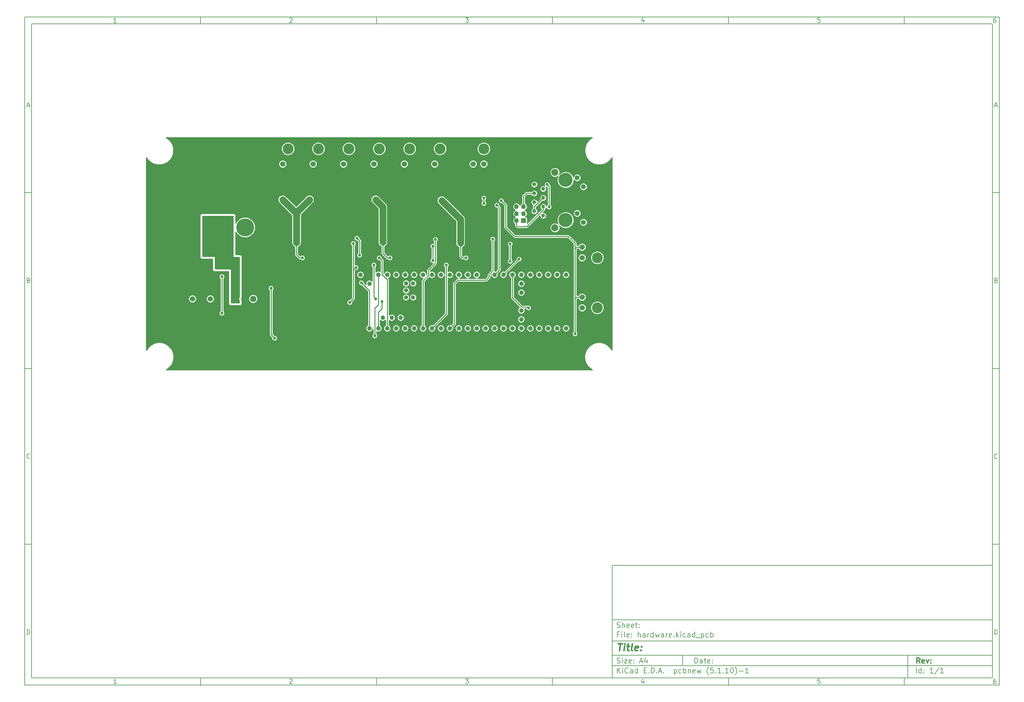
<source format=gbr>
%TF.GenerationSoftware,KiCad,Pcbnew,(5.1.10)-1*%
%TF.CreationDate,2022-03-18T20:48:10-05:00*%
%TF.ProjectId,hardware,68617264-7761-4726-952e-6b696361645f,rev?*%
%TF.SameCoordinates,Original*%
%TF.FileFunction,Copper,L2,Bot*%
%TF.FilePolarity,Positive*%
%FSLAX46Y46*%
G04 Gerber Fmt 4.6, Leading zero omitted, Abs format (unit mm)*
G04 Created by KiCad (PCBNEW (5.1.10)-1) date 2022-03-18 20:48:10*
%MOMM*%
%LPD*%
G01*
G04 APERTURE LIST*
%ADD10C,0.100000*%
%ADD11C,0.150000*%
%ADD12C,0.300000*%
%ADD13C,0.400000*%
%TA.AperFunction,ComponentPad*%
%ADD14C,1.800000*%
%TD*%
%TA.AperFunction,ComponentPad*%
%ADD15R,1.800000X1.800000*%
%TD*%
%TA.AperFunction,ComponentPad*%
%ADD16C,1.308000*%
%TD*%
%TA.AperFunction,ComponentPad*%
%ADD17C,1.208000*%
%TD*%
%TA.AperFunction,ComponentPad*%
%ADD18C,1.258000*%
%TD*%
%TA.AperFunction,ComponentPad*%
%ADD19C,1.524000*%
%TD*%
%TA.AperFunction,ComponentPad*%
%ADD20C,1.100000*%
%TD*%
%TA.AperFunction,ComponentPad*%
%ADD21C,4.000000*%
%TD*%
%TA.AperFunction,ComponentPad*%
%ADD22C,1.400000*%
%TD*%
%TA.AperFunction,ComponentPad*%
%ADD23C,2.000000*%
%TD*%
%TA.AperFunction,ComponentPad*%
%ADD24O,1.350000X1.350000*%
%TD*%
%TA.AperFunction,ComponentPad*%
%ADD25R,1.350000X1.350000*%
%TD*%
%TA.AperFunction,ComponentPad*%
%ADD26C,3.073400*%
%TD*%
%TA.AperFunction,ComponentPad*%
%ADD27C,5.080000*%
%TD*%
%TA.AperFunction,ViaPad*%
%ADD28C,0.800000*%
%TD*%
%TA.AperFunction,ViaPad*%
%ADD29C,1.524000*%
%TD*%
%TA.AperFunction,Conductor*%
%ADD30C,0.254000*%
%TD*%
%TA.AperFunction,Conductor*%
%ADD31C,0.250000*%
%TD*%
%TA.AperFunction,Conductor*%
%ADD32C,1.905000*%
%TD*%
%TA.AperFunction,Conductor*%
%ADD33C,0.100000*%
%TD*%
G04 APERTURE END LIST*
D10*
D11*
X177002200Y-166007200D02*
X177002200Y-198007200D01*
X285002200Y-198007200D01*
X285002200Y-166007200D01*
X177002200Y-166007200D01*
D10*
D11*
X10000000Y-10000000D02*
X10000000Y-200007200D01*
X287002200Y-200007200D01*
X287002200Y-10000000D01*
X10000000Y-10000000D01*
D10*
D11*
X12000000Y-12000000D02*
X12000000Y-198007200D01*
X285002200Y-198007200D01*
X285002200Y-12000000D01*
X12000000Y-12000000D01*
D10*
D11*
X60000000Y-12000000D02*
X60000000Y-10000000D01*
D10*
D11*
X110000000Y-12000000D02*
X110000000Y-10000000D01*
D10*
D11*
X160000000Y-12000000D02*
X160000000Y-10000000D01*
D10*
D11*
X210000000Y-12000000D02*
X210000000Y-10000000D01*
D10*
D11*
X260000000Y-12000000D02*
X260000000Y-10000000D01*
D10*
D11*
X36065476Y-11588095D02*
X35322619Y-11588095D01*
X35694047Y-11588095D02*
X35694047Y-10288095D01*
X35570238Y-10473809D01*
X35446428Y-10597619D01*
X35322619Y-10659523D01*
D10*
D11*
X85322619Y-10411904D02*
X85384523Y-10350000D01*
X85508333Y-10288095D01*
X85817857Y-10288095D01*
X85941666Y-10350000D01*
X86003571Y-10411904D01*
X86065476Y-10535714D01*
X86065476Y-10659523D01*
X86003571Y-10845238D01*
X85260714Y-11588095D01*
X86065476Y-11588095D01*
D10*
D11*
X135260714Y-10288095D02*
X136065476Y-10288095D01*
X135632142Y-10783333D01*
X135817857Y-10783333D01*
X135941666Y-10845238D01*
X136003571Y-10907142D01*
X136065476Y-11030952D01*
X136065476Y-11340476D01*
X136003571Y-11464285D01*
X135941666Y-11526190D01*
X135817857Y-11588095D01*
X135446428Y-11588095D01*
X135322619Y-11526190D01*
X135260714Y-11464285D01*
D10*
D11*
X185941666Y-10721428D02*
X185941666Y-11588095D01*
X185632142Y-10226190D02*
X185322619Y-11154761D01*
X186127380Y-11154761D01*
D10*
D11*
X236003571Y-10288095D02*
X235384523Y-10288095D01*
X235322619Y-10907142D01*
X235384523Y-10845238D01*
X235508333Y-10783333D01*
X235817857Y-10783333D01*
X235941666Y-10845238D01*
X236003571Y-10907142D01*
X236065476Y-11030952D01*
X236065476Y-11340476D01*
X236003571Y-11464285D01*
X235941666Y-11526190D01*
X235817857Y-11588095D01*
X235508333Y-11588095D01*
X235384523Y-11526190D01*
X235322619Y-11464285D01*
D10*
D11*
X285941666Y-10288095D02*
X285694047Y-10288095D01*
X285570238Y-10350000D01*
X285508333Y-10411904D01*
X285384523Y-10597619D01*
X285322619Y-10845238D01*
X285322619Y-11340476D01*
X285384523Y-11464285D01*
X285446428Y-11526190D01*
X285570238Y-11588095D01*
X285817857Y-11588095D01*
X285941666Y-11526190D01*
X286003571Y-11464285D01*
X286065476Y-11340476D01*
X286065476Y-11030952D01*
X286003571Y-10907142D01*
X285941666Y-10845238D01*
X285817857Y-10783333D01*
X285570238Y-10783333D01*
X285446428Y-10845238D01*
X285384523Y-10907142D01*
X285322619Y-11030952D01*
D10*
D11*
X60000000Y-198007200D02*
X60000000Y-200007200D01*
D10*
D11*
X110000000Y-198007200D02*
X110000000Y-200007200D01*
D10*
D11*
X160000000Y-198007200D02*
X160000000Y-200007200D01*
D10*
D11*
X210000000Y-198007200D02*
X210000000Y-200007200D01*
D10*
D11*
X260000000Y-198007200D02*
X260000000Y-200007200D01*
D10*
D11*
X36065476Y-199595295D02*
X35322619Y-199595295D01*
X35694047Y-199595295D02*
X35694047Y-198295295D01*
X35570238Y-198481009D01*
X35446428Y-198604819D01*
X35322619Y-198666723D01*
D10*
D11*
X85322619Y-198419104D02*
X85384523Y-198357200D01*
X85508333Y-198295295D01*
X85817857Y-198295295D01*
X85941666Y-198357200D01*
X86003571Y-198419104D01*
X86065476Y-198542914D01*
X86065476Y-198666723D01*
X86003571Y-198852438D01*
X85260714Y-199595295D01*
X86065476Y-199595295D01*
D10*
D11*
X135260714Y-198295295D02*
X136065476Y-198295295D01*
X135632142Y-198790533D01*
X135817857Y-198790533D01*
X135941666Y-198852438D01*
X136003571Y-198914342D01*
X136065476Y-199038152D01*
X136065476Y-199347676D01*
X136003571Y-199471485D01*
X135941666Y-199533390D01*
X135817857Y-199595295D01*
X135446428Y-199595295D01*
X135322619Y-199533390D01*
X135260714Y-199471485D01*
D10*
D11*
X185941666Y-198728628D02*
X185941666Y-199595295D01*
X185632142Y-198233390D02*
X185322619Y-199161961D01*
X186127380Y-199161961D01*
D10*
D11*
X236003571Y-198295295D02*
X235384523Y-198295295D01*
X235322619Y-198914342D01*
X235384523Y-198852438D01*
X235508333Y-198790533D01*
X235817857Y-198790533D01*
X235941666Y-198852438D01*
X236003571Y-198914342D01*
X236065476Y-199038152D01*
X236065476Y-199347676D01*
X236003571Y-199471485D01*
X235941666Y-199533390D01*
X235817857Y-199595295D01*
X235508333Y-199595295D01*
X235384523Y-199533390D01*
X235322619Y-199471485D01*
D10*
D11*
X285941666Y-198295295D02*
X285694047Y-198295295D01*
X285570238Y-198357200D01*
X285508333Y-198419104D01*
X285384523Y-198604819D01*
X285322619Y-198852438D01*
X285322619Y-199347676D01*
X285384523Y-199471485D01*
X285446428Y-199533390D01*
X285570238Y-199595295D01*
X285817857Y-199595295D01*
X285941666Y-199533390D01*
X286003571Y-199471485D01*
X286065476Y-199347676D01*
X286065476Y-199038152D01*
X286003571Y-198914342D01*
X285941666Y-198852438D01*
X285817857Y-198790533D01*
X285570238Y-198790533D01*
X285446428Y-198852438D01*
X285384523Y-198914342D01*
X285322619Y-199038152D01*
D10*
D11*
X10000000Y-60000000D02*
X12000000Y-60000000D01*
D10*
D11*
X10000000Y-110000000D02*
X12000000Y-110000000D01*
D10*
D11*
X10000000Y-160000000D02*
X12000000Y-160000000D01*
D10*
D11*
X10690476Y-35216666D02*
X11309523Y-35216666D01*
X10566666Y-35588095D02*
X11000000Y-34288095D01*
X11433333Y-35588095D01*
D10*
D11*
X11092857Y-84907142D02*
X11278571Y-84969047D01*
X11340476Y-85030952D01*
X11402380Y-85154761D01*
X11402380Y-85340476D01*
X11340476Y-85464285D01*
X11278571Y-85526190D01*
X11154761Y-85588095D01*
X10659523Y-85588095D01*
X10659523Y-84288095D01*
X11092857Y-84288095D01*
X11216666Y-84350000D01*
X11278571Y-84411904D01*
X11340476Y-84535714D01*
X11340476Y-84659523D01*
X11278571Y-84783333D01*
X11216666Y-84845238D01*
X11092857Y-84907142D01*
X10659523Y-84907142D01*
D10*
D11*
X11402380Y-135464285D02*
X11340476Y-135526190D01*
X11154761Y-135588095D01*
X11030952Y-135588095D01*
X10845238Y-135526190D01*
X10721428Y-135402380D01*
X10659523Y-135278571D01*
X10597619Y-135030952D01*
X10597619Y-134845238D01*
X10659523Y-134597619D01*
X10721428Y-134473809D01*
X10845238Y-134350000D01*
X11030952Y-134288095D01*
X11154761Y-134288095D01*
X11340476Y-134350000D01*
X11402380Y-134411904D01*
D10*
D11*
X10659523Y-185588095D02*
X10659523Y-184288095D01*
X10969047Y-184288095D01*
X11154761Y-184350000D01*
X11278571Y-184473809D01*
X11340476Y-184597619D01*
X11402380Y-184845238D01*
X11402380Y-185030952D01*
X11340476Y-185278571D01*
X11278571Y-185402380D01*
X11154761Y-185526190D01*
X10969047Y-185588095D01*
X10659523Y-185588095D01*
D10*
D11*
X287002200Y-60000000D02*
X285002200Y-60000000D01*
D10*
D11*
X287002200Y-110000000D02*
X285002200Y-110000000D01*
D10*
D11*
X287002200Y-160000000D02*
X285002200Y-160000000D01*
D10*
D11*
X285692676Y-35216666D02*
X286311723Y-35216666D01*
X285568866Y-35588095D02*
X286002200Y-34288095D01*
X286435533Y-35588095D01*
D10*
D11*
X286095057Y-84907142D02*
X286280771Y-84969047D01*
X286342676Y-85030952D01*
X286404580Y-85154761D01*
X286404580Y-85340476D01*
X286342676Y-85464285D01*
X286280771Y-85526190D01*
X286156961Y-85588095D01*
X285661723Y-85588095D01*
X285661723Y-84288095D01*
X286095057Y-84288095D01*
X286218866Y-84350000D01*
X286280771Y-84411904D01*
X286342676Y-84535714D01*
X286342676Y-84659523D01*
X286280771Y-84783333D01*
X286218866Y-84845238D01*
X286095057Y-84907142D01*
X285661723Y-84907142D01*
D10*
D11*
X286404580Y-135464285D02*
X286342676Y-135526190D01*
X286156961Y-135588095D01*
X286033152Y-135588095D01*
X285847438Y-135526190D01*
X285723628Y-135402380D01*
X285661723Y-135278571D01*
X285599819Y-135030952D01*
X285599819Y-134845238D01*
X285661723Y-134597619D01*
X285723628Y-134473809D01*
X285847438Y-134350000D01*
X286033152Y-134288095D01*
X286156961Y-134288095D01*
X286342676Y-134350000D01*
X286404580Y-134411904D01*
D10*
D11*
X285661723Y-185588095D02*
X285661723Y-184288095D01*
X285971247Y-184288095D01*
X286156961Y-184350000D01*
X286280771Y-184473809D01*
X286342676Y-184597619D01*
X286404580Y-184845238D01*
X286404580Y-185030952D01*
X286342676Y-185278571D01*
X286280771Y-185402380D01*
X286156961Y-185526190D01*
X285971247Y-185588095D01*
X285661723Y-185588095D01*
D10*
D11*
X200434342Y-193785771D02*
X200434342Y-192285771D01*
X200791485Y-192285771D01*
X201005771Y-192357200D01*
X201148628Y-192500057D01*
X201220057Y-192642914D01*
X201291485Y-192928628D01*
X201291485Y-193142914D01*
X201220057Y-193428628D01*
X201148628Y-193571485D01*
X201005771Y-193714342D01*
X200791485Y-193785771D01*
X200434342Y-193785771D01*
X202577200Y-193785771D02*
X202577200Y-193000057D01*
X202505771Y-192857200D01*
X202362914Y-192785771D01*
X202077200Y-192785771D01*
X201934342Y-192857200D01*
X202577200Y-193714342D02*
X202434342Y-193785771D01*
X202077200Y-193785771D01*
X201934342Y-193714342D01*
X201862914Y-193571485D01*
X201862914Y-193428628D01*
X201934342Y-193285771D01*
X202077200Y-193214342D01*
X202434342Y-193214342D01*
X202577200Y-193142914D01*
X203077200Y-192785771D02*
X203648628Y-192785771D01*
X203291485Y-192285771D02*
X203291485Y-193571485D01*
X203362914Y-193714342D01*
X203505771Y-193785771D01*
X203648628Y-193785771D01*
X204720057Y-193714342D02*
X204577200Y-193785771D01*
X204291485Y-193785771D01*
X204148628Y-193714342D01*
X204077200Y-193571485D01*
X204077200Y-193000057D01*
X204148628Y-192857200D01*
X204291485Y-192785771D01*
X204577200Y-192785771D01*
X204720057Y-192857200D01*
X204791485Y-193000057D01*
X204791485Y-193142914D01*
X204077200Y-193285771D01*
X205434342Y-193642914D02*
X205505771Y-193714342D01*
X205434342Y-193785771D01*
X205362914Y-193714342D01*
X205434342Y-193642914D01*
X205434342Y-193785771D01*
X205434342Y-192857200D02*
X205505771Y-192928628D01*
X205434342Y-193000057D01*
X205362914Y-192928628D01*
X205434342Y-192857200D01*
X205434342Y-193000057D01*
D10*
D11*
X177002200Y-194507200D02*
X285002200Y-194507200D01*
D10*
D11*
X178434342Y-196585771D02*
X178434342Y-195085771D01*
X179291485Y-196585771D02*
X178648628Y-195728628D01*
X179291485Y-195085771D02*
X178434342Y-195942914D01*
X179934342Y-196585771D02*
X179934342Y-195585771D01*
X179934342Y-195085771D02*
X179862914Y-195157200D01*
X179934342Y-195228628D01*
X180005771Y-195157200D01*
X179934342Y-195085771D01*
X179934342Y-195228628D01*
X181505771Y-196442914D02*
X181434342Y-196514342D01*
X181220057Y-196585771D01*
X181077200Y-196585771D01*
X180862914Y-196514342D01*
X180720057Y-196371485D01*
X180648628Y-196228628D01*
X180577200Y-195942914D01*
X180577200Y-195728628D01*
X180648628Y-195442914D01*
X180720057Y-195300057D01*
X180862914Y-195157200D01*
X181077200Y-195085771D01*
X181220057Y-195085771D01*
X181434342Y-195157200D01*
X181505771Y-195228628D01*
X182791485Y-196585771D02*
X182791485Y-195800057D01*
X182720057Y-195657200D01*
X182577200Y-195585771D01*
X182291485Y-195585771D01*
X182148628Y-195657200D01*
X182791485Y-196514342D02*
X182648628Y-196585771D01*
X182291485Y-196585771D01*
X182148628Y-196514342D01*
X182077200Y-196371485D01*
X182077200Y-196228628D01*
X182148628Y-196085771D01*
X182291485Y-196014342D01*
X182648628Y-196014342D01*
X182791485Y-195942914D01*
X184148628Y-196585771D02*
X184148628Y-195085771D01*
X184148628Y-196514342D02*
X184005771Y-196585771D01*
X183720057Y-196585771D01*
X183577200Y-196514342D01*
X183505771Y-196442914D01*
X183434342Y-196300057D01*
X183434342Y-195871485D01*
X183505771Y-195728628D01*
X183577200Y-195657200D01*
X183720057Y-195585771D01*
X184005771Y-195585771D01*
X184148628Y-195657200D01*
X186005771Y-195800057D02*
X186505771Y-195800057D01*
X186720057Y-196585771D02*
X186005771Y-196585771D01*
X186005771Y-195085771D01*
X186720057Y-195085771D01*
X187362914Y-196442914D02*
X187434342Y-196514342D01*
X187362914Y-196585771D01*
X187291485Y-196514342D01*
X187362914Y-196442914D01*
X187362914Y-196585771D01*
X188077200Y-196585771D02*
X188077200Y-195085771D01*
X188434342Y-195085771D01*
X188648628Y-195157200D01*
X188791485Y-195300057D01*
X188862914Y-195442914D01*
X188934342Y-195728628D01*
X188934342Y-195942914D01*
X188862914Y-196228628D01*
X188791485Y-196371485D01*
X188648628Y-196514342D01*
X188434342Y-196585771D01*
X188077200Y-196585771D01*
X189577200Y-196442914D02*
X189648628Y-196514342D01*
X189577200Y-196585771D01*
X189505771Y-196514342D01*
X189577200Y-196442914D01*
X189577200Y-196585771D01*
X190220057Y-196157200D02*
X190934342Y-196157200D01*
X190077200Y-196585771D02*
X190577200Y-195085771D01*
X191077200Y-196585771D01*
X191577200Y-196442914D02*
X191648628Y-196514342D01*
X191577200Y-196585771D01*
X191505771Y-196514342D01*
X191577200Y-196442914D01*
X191577200Y-196585771D01*
X194577200Y-195585771D02*
X194577200Y-197085771D01*
X194577200Y-195657200D02*
X194720057Y-195585771D01*
X195005771Y-195585771D01*
X195148628Y-195657200D01*
X195220057Y-195728628D01*
X195291485Y-195871485D01*
X195291485Y-196300057D01*
X195220057Y-196442914D01*
X195148628Y-196514342D01*
X195005771Y-196585771D01*
X194720057Y-196585771D01*
X194577200Y-196514342D01*
X196577200Y-196514342D02*
X196434342Y-196585771D01*
X196148628Y-196585771D01*
X196005771Y-196514342D01*
X195934342Y-196442914D01*
X195862914Y-196300057D01*
X195862914Y-195871485D01*
X195934342Y-195728628D01*
X196005771Y-195657200D01*
X196148628Y-195585771D01*
X196434342Y-195585771D01*
X196577200Y-195657200D01*
X197220057Y-196585771D02*
X197220057Y-195085771D01*
X197220057Y-195657200D02*
X197362914Y-195585771D01*
X197648628Y-195585771D01*
X197791485Y-195657200D01*
X197862914Y-195728628D01*
X197934342Y-195871485D01*
X197934342Y-196300057D01*
X197862914Y-196442914D01*
X197791485Y-196514342D01*
X197648628Y-196585771D01*
X197362914Y-196585771D01*
X197220057Y-196514342D01*
X198577200Y-195585771D02*
X198577200Y-196585771D01*
X198577200Y-195728628D02*
X198648628Y-195657200D01*
X198791485Y-195585771D01*
X199005771Y-195585771D01*
X199148628Y-195657200D01*
X199220057Y-195800057D01*
X199220057Y-196585771D01*
X200505771Y-196514342D02*
X200362914Y-196585771D01*
X200077200Y-196585771D01*
X199934342Y-196514342D01*
X199862914Y-196371485D01*
X199862914Y-195800057D01*
X199934342Y-195657200D01*
X200077200Y-195585771D01*
X200362914Y-195585771D01*
X200505771Y-195657200D01*
X200577200Y-195800057D01*
X200577200Y-195942914D01*
X199862914Y-196085771D01*
X201077200Y-195585771D02*
X201362914Y-196585771D01*
X201648628Y-195871485D01*
X201934342Y-196585771D01*
X202220057Y-195585771D01*
X204362914Y-197157200D02*
X204291485Y-197085771D01*
X204148628Y-196871485D01*
X204077200Y-196728628D01*
X204005771Y-196514342D01*
X203934342Y-196157200D01*
X203934342Y-195871485D01*
X204005771Y-195514342D01*
X204077200Y-195300057D01*
X204148628Y-195157200D01*
X204291485Y-194942914D01*
X204362914Y-194871485D01*
X205648628Y-195085771D02*
X204934342Y-195085771D01*
X204862914Y-195800057D01*
X204934342Y-195728628D01*
X205077200Y-195657200D01*
X205434342Y-195657200D01*
X205577200Y-195728628D01*
X205648628Y-195800057D01*
X205720057Y-195942914D01*
X205720057Y-196300057D01*
X205648628Y-196442914D01*
X205577200Y-196514342D01*
X205434342Y-196585771D01*
X205077200Y-196585771D01*
X204934342Y-196514342D01*
X204862914Y-196442914D01*
X206362914Y-196442914D02*
X206434342Y-196514342D01*
X206362914Y-196585771D01*
X206291485Y-196514342D01*
X206362914Y-196442914D01*
X206362914Y-196585771D01*
X207862914Y-196585771D02*
X207005771Y-196585771D01*
X207434342Y-196585771D02*
X207434342Y-195085771D01*
X207291485Y-195300057D01*
X207148628Y-195442914D01*
X207005771Y-195514342D01*
X208505771Y-196442914D02*
X208577200Y-196514342D01*
X208505771Y-196585771D01*
X208434342Y-196514342D01*
X208505771Y-196442914D01*
X208505771Y-196585771D01*
X210005771Y-196585771D02*
X209148628Y-196585771D01*
X209577200Y-196585771D02*
X209577200Y-195085771D01*
X209434342Y-195300057D01*
X209291485Y-195442914D01*
X209148628Y-195514342D01*
X210934342Y-195085771D02*
X211077200Y-195085771D01*
X211220057Y-195157200D01*
X211291485Y-195228628D01*
X211362914Y-195371485D01*
X211434342Y-195657200D01*
X211434342Y-196014342D01*
X211362914Y-196300057D01*
X211291485Y-196442914D01*
X211220057Y-196514342D01*
X211077200Y-196585771D01*
X210934342Y-196585771D01*
X210791485Y-196514342D01*
X210720057Y-196442914D01*
X210648628Y-196300057D01*
X210577200Y-196014342D01*
X210577200Y-195657200D01*
X210648628Y-195371485D01*
X210720057Y-195228628D01*
X210791485Y-195157200D01*
X210934342Y-195085771D01*
X211934342Y-197157200D02*
X212005771Y-197085771D01*
X212148628Y-196871485D01*
X212220057Y-196728628D01*
X212291485Y-196514342D01*
X212362914Y-196157200D01*
X212362914Y-195871485D01*
X212291485Y-195514342D01*
X212220057Y-195300057D01*
X212148628Y-195157200D01*
X212005771Y-194942914D01*
X211934342Y-194871485D01*
X213077200Y-196014342D02*
X214220057Y-196014342D01*
X215720057Y-196585771D02*
X214862914Y-196585771D01*
X215291485Y-196585771D02*
X215291485Y-195085771D01*
X215148628Y-195300057D01*
X215005771Y-195442914D01*
X214862914Y-195514342D01*
D10*
D11*
X177002200Y-191507200D02*
X285002200Y-191507200D01*
D10*
D12*
X264411485Y-193785771D02*
X263911485Y-193071485D01*
X263554342Y-193785771D02*
X263554342Y-192285771D01*
X264125771Y-192285771D01*
X264268628Y-192357200D01*
X264340057Y-192428628D01*
X264411485Y-192571485D01*
X264411485Y-192785771D01*
X264340057Y-192928628D01*
X264268628Y-193000057D01*
X264125771Y-193071485D01*
X263554342Y-193071485D01*
X265625771Y-193714342D02*
X265482914Y-193785771D01*
X265197200Y-193785771D01*
X265054342Y-193714342D01*
X264982914Y-193571485D01*
X264982914Y-193000057D01*
X265054342Y-192857200D01*
X265197200Y-192785771D01*
X265482914Y-192785771D01*
X265625771Y-192857200D01*
X265697200Y-193000057D01*
X265697200Y-193142914D01*
X264982914Y-193285771D01*
X266197200Y-192785771D02*
X266554342Y-193785771D01*
X266911485Y-192785771D01*
X267482914Y-193642914D02*
X267554342Y-193714342D01*
X267482914Y-193785771D01*
X267411485Y-193714342D01*
X267482914Y-193642914D01*
X267482914Y-193785771D01*
X267482914Y-192857200D02*
X267554342Y-192928628D01*
X267482914Y-193000057D01*
X267411485Y-192928628D01*
X267482914Y-192857200D01*
X267482914Y-193000057D01*
D10*
D11*
X178362914Y-193714342D02*
X178577200Y-193785771D01*
X178934342Y-193785771D01*
X179077200Y-193714342D01*
X179148628Y-193642914D01*
X179220057Y-193500057D01*
X179220057Y-193357200D01*
X179148628Y-193214342D01*
X179077200Y-193142914D01*
X178934342Y-193071485D01*
X178648628Y-193000057D01*
X178505771Y-192928628D01*
X178434342Y-192857200D01*
X178362914Y-192714342D01*
X178362914Y-192571485D01*
X178434342Y-192428628D01*
X178505771Y-192357200D01*
X178648628Y-192285771D01*
X179005771Y-192285771D01*
X179220057Y-192357200D01*
X179862914Y-193785771D02*
X179862914Y-192785771D01*
X179862914Y-192285771D02*
X179791485Y-192357200D01*
X179862914Y-192428628D01*
X179934342Y-192357200D01*
X179862914Y-192285771D01*
X179862914Y-192428628D01*
X180434342Y-192785771D02*
X181220057Y-192785771D01*
X180434342Y-193785771D01*
X181220057Y-193785771D01*
X182362914Y-193714342D02*
X182220057Y-193785771D01*
X181934342Y-193785771D01*
X181791485Y-193714342D01*
X181720057Y-193571485D01*
X181720057Y-193000057D01*
X181791485Y-192857200D01*
X181934342Y-192785771D01*
X182220057Y-192785771D01*
X182362914Y-192857200D01*
X182434342Y-193000057D01*
X182434342Y-193142914D01*
X181720057Y-193285771D01*
X183077200Y-193642914D02*
X183148628Y-193714342D01*
X183077200Y-193785771D01*
X183005771Y-193714342D01*
X183077200Y-193642914D01*
X183077200Y-193785771D01*
X183077200Y-192857200D02*
X183148628Y-192928628D01*
X183077200Y-193000057D01*
X183005771Y-192928628D01*
X183077200Y-192857200D01*
X183077200Y-193000057D01*
X184862914Y-193357200D02*
X185577200Y-193357200D01*
X184720057Y-193785771D02*
X185220057Y-192285771D01*
X185720057Y-193785771D01*
X186862914Y-192785771D02*
X186862914Y-193785771D01*
X186505771Y-192214342D02*
X186148628Y-193285771D01*
X187077200Y-193285771D01*
D10*
D11*
X263434342Y-196585771D02*
X263434342Y-195085771D01*
X264791485Y-196585771D02*
X264791485Y-195085771D01*
X264791485Y-196514342D02*
X264648628Y-196585771D01*
X264362914Y-196585771D01*
X264220057Y-196514342D01*
X264148628Y-196442914D01*
X264077200Y-196300057D01*
X264077200Y-195871485D01*
X264148628Y-195728628D01*
X264220057Y-195657200D01*
X264362914Y-195585771D01*
X264648628Y-195585771D01*
X264791485Y-195657200D01*
X265505771Y-196442914D02*
X265577200Y-196514342D01*
X265505771Y-196585771D01*
X265434342Y-196514342D01*
X265505771Y-196442914D01*
X265505771Y-196585771D01*
X265505771Y-195657200D02*
X265577200Y-195728628D01*
X265505771Y-195800057D01*
X265434342Y-195728628D01*
X265505771Y-195657200D01*
X265505771Y-195800057D01*
X268148628Y-196585771D02*
X267291485Y-196585771D01*
X267720057Y-196585771D02*
X267720057Y-195085771D01*
X267577200Y-195300057D01*
X267434342Y-195442914D01*
X267291485Y-195514342D01*
X269862914Y-195014342D02*
X268577200Y-196942914D01*
X271148628Y-196585771D02*
X270291485Y-196585771D01*
X270720057Y-196585771D02*
X270720057Y-195085771D01*
X270577200Y-195300057D01*
X270434342Y-195442914D01*
X270291485Y-195514342D01*
D10*
D11*
X177002200Y-187507200D02*
X285002200Y-187507200D01*
D10*
D13*
X178714580Y-188211961D02*
X179857438Y-188211961D01*
X179036009Y-190211961D02*
X179286009Y-188211961D01*
X180274104Y-190211961D02*
X180440771Y-188878628D01*
X180524104Y-188211961D02*
X180416961Y-188307200D01*
X180500295Y-188402438D01*
X180607438Y-188307200D01*
X180524104Y-188211961D01*
X180500295Y-188402438D01*
X181107438Y-188878628D02*
X181869342Y-188878628D01*
X181476485Y-188211961D02*
X181262200Y-189926247D01*
X181333628Y-190116723D01*
X181512200Y-190211961D01*
X181702676Y-190211961D01*
X182655057Y-190211961D02*
X182476485Y-190116723D01*
X182405057Y-189926247D01*
X182619342Y-188211961D01*
X184190771Y-190116723D02*
X183988390Y-190211961D01*
X183607438Y-190211961D01*
X183428866Y-190116723D01*
X183357438Y-189926247D01*
X183452676Y-189164342D01*
X183571723Y-188973866D01*
X183774104Y-188878628D01*
X184155057Y-188878628D01*
X184333628Y-188973866D01*
X184405057Y-189164342D01*
X184381247Y-189354819D01*
X183405057Y-189545295D01*
X185155057Y-190021485D02*
X185238390Y-190116723D01*
X185131247Y-190211961D01*
X185047914Y-190116723D01*
X185155057Y-190021485D01*
X185131247Y-190211961D01*
X185286009Y-188973866D02*
X185369342Y-189069104D01*
X185262200Y-189164342D01*
X185178866Y-189069104D01*
X185286009Y-188973866D01*
X185262200Y-189164342D01*
D10*
D11*
X178934342Y-185600057D02*
X178434342Y-185600057D01*
X178434342Y-186385771D02*
X178434342Y-184885771D01*
X179148628Y-184885771D01*
X179720057Y-186385771D02*
X179720057Y-185385771D01*
X179720057Y-184885771D02*
X179648628Y-184957200D01*
X179720057Y-185028628D01*
X179791485Y-184957200D01*
X179720057Y-184885771D01*
X179720057Y-185028628D01*
X180648628Y-186385771D02*
X180505771Y-186314342D01*
X180434342Y-186171485D01*
X180434342Y-184885771D01*
X181791485Y-186314342D02*
X181648628Y-186385771D01*
X181362914Y-186385771D01*
X181220057Y-186314342D01*
X181148628Y-186171485D01*
X181148628Y-185600057D01*
X181220057Y-185457200D01*
X181362914Y-185385771D01*
X181648628Y-185385771D01*
X181791485Y-185457200D01*
X181862914Y-185600057D01*
X181862914Y-185742914D01*
X181148628Y-185885771D01*
X182505771Y-186242914D02*
X182577200Y-186314342D01*
X182505771Y-186385771D01*
X182434342Y-186314342D01*
X182505771Y-186242914D01*
X182505771Y-186385771D01*
X182505771Y-185457200D02*
X182577200Y-185528628D01*
X182505771Y-185600057D01*
X182434342Y-185528628D01*
X182505771Y-185457200D01*
X182505771Y-185600057D01*
X184362914Y-186385771D02*
X184362914Y-184885771D01*
X185005771Y-186385771D02*
X185005771Y-185600057D01*
X184934342Y-185457200D01*
X184791485Y-185385771D01*
X184577200Y-185385771D01*
X184434342Y-185457200D01*
X184362914Y-185528628D01*
X186362914Y-186385771D02*
X186362914Y-185600057D01*
X186291485Y-185457200D01*
X186148628Y-185385771D01*
X185862914Y-185385771D01*
X185720057Y-185457200D01*
X186362914Y-186314342D02*
X186220057Y-186385771D01*
X185862914Y-186385771D01*
X185720057Y-186314342D01*
X185648628Y-186171485D01*
X185648628Y-186028628D01*
X185720057Y-185885771D01*
X185862914Y-185814342D01*
X186220057Y-185814342D01*
X186362914Y-185742914D01*
X187077200Y-186385771D02*
X187077200Y-185385771D01*
X187077200Y-185671485D02*
X187148628Y-185528628D01*
X187220057Y-185457200D01*
X187362914Y-185385771D01*
X187505771Y-185385771D01*
X188648628Y-186385771D02*
X188648628Y-184885771D01*
X188648628Y-186314342D02*
X188505771Y-186385771D01*
X188220057Y-186385771D01*
X188077200Y-186314342D01*
X188005771Y-186242914D01*
X187934342Y-186100057D01*
X187934342Y-185671485D01*
X188005771Y-185528628D01*
X188077200Y-185457200D01*
X188220057Y-185385771D01*
X188505771Y-185385771D01*
X188648628Y-185457200D01*
X189220057Y-185385771D02*
X189505771Y-186385771D01*
X189791485Y-185671485D01*
X190077200Y-186385771D01*
X190362914Y-185385771D01*
X191577200Y-186385771D02*
X191577200Y-185600057D01*
X191505771Y-185457200D01*
X191362914Y-185385771D01*
X191077200Y-185385771D01*
X190934342Y-185457200D01*
X191577200Y-186314342D02*
X191434342Y-186385771D01*
X191077200Y-186385771D01*
X190934342Y-186314342D01*
X190862914Y-186171485D01*
X190862914Y-186028628D01*
X190934342Y-185885771D01*
X191077200Y-185814342D01*
X191434342Y-185814342D01*
X191577200Y-185742914D01*
X192291485Y-186385771D02*
X192291485Y-185385771D01*
X192291485Y-185671485D02*
X192362914Y-185528628D01*
X192434342Y-185457200D01*
X192577200Y-185385771D01*
X192720057Y-185385771D01*
X193791485Y-186314342D02*
X193648628Y-186385771D01*
X193362914Y-186385771D01*
X193220057Y-186314342D01*
X193148628Y-186171485D01*
X193148628Y-185600057D01*
X193220057Y-185457200D01*
X193362914Y-185385771D01*
X193648628Y-185385771D01*
X193791485Y-185457200D01*
X193862914Y-185600057D01*
X193862914Y-185742914D01*
X193148628Y-185885771D01*
X194505771Y-186242914D02*
X194577200Y-186314342D01*
X194505771Y-186385771D01*
X194434342Y-186314342D01*
X194505771Y-186242914D01*
X194505771Y-186385771D01*
X195220057Y-186385771D02*
X195220057Y-184885771D01*
X195362914Y-185814342D02*
X195791485Y-186385771D01*
X195791485Y-185385771D02*
X195220057Y-185957200D01*
X196434342Y-186385771D02*
X196434342Y-185385771D01*
X196434342Y-184885771D02*
X196362914Y-184957200D01*
X196434342Y-185028628D01*
X196505771Y-184957200D01*
X196434342Y-184885771D01*
X196434342Y-185028628D01*
X197791485Y-186314342D02*
X197648628Y-186385771D01*
X197362914Y-186385771D01*
X197220057Y-186314342D01*
X197148628Y-186242914D01*
X197077200Y-186100057D01*
X197077200Y-185671485D01*
X197148628Y-185528628D01*
X197220057Y-185457200D01*
X197362914Y-185385771D01*
X197648628Y-185385771D01*
X197791485Y-185457200D01*
X199077200Y-186385771D02*
X199077200Y-185600057D01*
X199005771Y-185457200D01*
X198862914Y-185385771D01*
X198577200Y-185385771D01*
X198434342Y-185457200D01*
X199077200Y-186314342D02*
X198934342Y-186385771D01*
X198577200Y-186385771D01*
X198434342Y-186314342D01*
X198362914Y-186171485D01*
X198362914Y-186028628D01*
X198434342Y-185885771D01*
X198577200Y-185814342D01*
X198934342Y-185814342D01*
X199077200Y-185742914D01*
X200434342Y-186385771D02*
X200434342Y-184885771D01*
X200434342Y-186314342D02*
X200291485Y-186385771D01*
X200005771Y-186385771D01*
X199862914Y-186314342D01*
X199791485Y-186242914D01*
X199720057Y-186100057D01*
X199720057Y-185671485D01*
X199791485Y-185528628D01*
X199862914Y-185457200D01*
X200005771Y-185385771D01*
X200291485Y-185385771D01*
X200434342Y-185457200D01*
X200791485Y-186528628D02*
X201934342Y-186528628D01*
X202291485Y-185385771D02*
X202291485Y-186885771D01*
X202291485Y-185457200D02*
X202434342Y-185385771D01*
X202720057Y-185385771D01*
X202862914Y-185457200D01*
X202934342Y-185528628D01*
X203005771Y-185671485D01*
X203005771Y-186100057D01*
X202934342Y-186242914D01*
X202862914Y-186314342D01*
X202720057Y-186385771D01*
X202434342Y-186385771D01*
X202291485Y-186314342D01*
X204291485Y-186314342D02*
X204148628Y-186385771D01*
X203862914Y-186385771D01*
X203720057Y-186314342D01*
X203648628Y-186242914D01*
X203577200Y-186100057D01*
X203577200Y-185671485D01*
X203648628Y-185528628D01*
X203720057Y-185457200D01*
X203862914Y-185385771D01*
X204148628Y-185385771D01*
X204291485Y-185457200D01*
X204934342Y-186385771D02*
X204934342Y-184885771D01*
X204934342Y-185457200D02*
X205077200Y-185385771D01*
X205362914Y-185385771D01*
X205505771Y-185457200D01*
X205577200Y-185528628D01*
X205648628Y-185671485D01*
X205648628Y-186100057D01*
X205577200Y-186242914D01*
X205505771Y-186314342D01*
X205362914Y-186385771D01*
X205077200Y-186385771D01*
X204934342Y-186314342D01*
D10*
D11*
X177002200Y-181507200D02*
X285002200Y-181507200D01*
D10*
D11*
X178362914Y-183614342D02*
X178577200Y-183685771D01*
X178934342Y-183685771D01*
X179077200Y-183614342D01*
X179148628Y-183542914D01*
X179220057Y-183400057D01*
X179220057Y-183257200D01*
X179148628Y-183114342D01*
X179077200Y-183042914D01*
X178934342Y-182971485D01*
X178648628Y-182900057D01*
X178505771Y-182828628D01*
X178434342Y-182757200D01*
X178362914Y-182614342D01*
X178362914Y-182471485D01*
X178434342Y-182328628D01*
X178505771Y-182257200D01*
X178648628Y-182185771D01*
X179005771Y-182185771D01*
X179220057Y-182257200D01*
X179862914Y-183685771D02*
X179862914Y-182185771D01*
X180505771Y-183685771D02*
X180505771Y-182900057D01*
X180434342Y-182757200D01*
X180291485Y-182685771D01*
X180077200Y-182685771D01*
X179934342Y-182757200D01*
X179862914Y-182828628D01*
X181791485Y-183614342D02*
X181648628Y-183685771D01*
X181362914Y-183685771D01*
X181220057Y-183614342D01*
X181148628Y-183471485D01*
X181148628Y-182900057D01*
X181220057Y-182757200D01*
X181362914Y-182685771D01*
X181648628Y-182685771D01*
X181791485Y-182757200D01*
X181862914Y-182900057D01*
X181862914Y-183042914D01*
X181148628Y-183185771D01*
X183077200Y-183614342D02*
X182934342Y-183685771D01*
X182648628Y-183685771D01*
X182505771Y-183614342D01*
X182434342Y-183471485D01*
X182434342Y-182900057D01*
X182505771Y-182757200D01*
X182648628Y-182685771D01*
X182934342Y-182685771D01*
X183077200Y-182757200D01*
X183148628Y-182900057D01*
X183148628Y-183042914D01*
X182434342Y-183185771D01*
X183577200Y-182685771D02*
X184148628Y-182685771D01*
X183791485Y-182185771D02*
X183791485Y-183471485D01*
X183862914Y-183614342D01*
X184005771Y-183685771D01*
X184148628Y-183685771D01*
X184648628Y-183542914D02*
X184720057Y-183614342D01*
X184648628Y-183685771D01*
X184577200Y-183614342D01*
X184648628Y-183542914D01*
X184648628Y-183685771D01*
X184648628Y-182757200D02*
X184720057Y-182828628D01*
X184648628Y-182900057D01*
X184577200Y-182828628D01*
X184648628Y-182757200D01*
X184648628Y-182900057D01*
D10*
D11*
X197002200Y-191507200D02*
X197002200Y-194507200D01*
D10*
D11*
X261002200Y-191507200D02*
X261002200Y-198007200D01*
D14*
%TO.P,U3,3*%
%TO.N,+3V3*%
X74930000Y-90170000D03*
%TO.P,U3,2*%
%TO.N,GND*%
X72390000Y-90170000D03*
D15*
%TO.P,U3,1*%
%TO.N,+12V*%
X69850000Y-90170000D03*
%TD*%
D16*
%TO.P,U2,GND1*%
%TO.N,GND*%
X105410000Y-98552000D03*
%TO.P,U2,VBAT*%
%TO.N,Net-(U2-PadVBAT)*%
X151130000Y-96012000D03*
%TO.P,U2,GND2*%
%TO.N,GND*%
X140970000Y-83312000D03*
D17*
%TO.P,U2,R-*%
%TO.N,N/C*%
X120380000Y-85762000D03*
%TO.P,U2,T+*%
%TO.N,Net-(U2-PadT+)*%
X120380000Y-89762000D03*
D16*
%TO.P,U2,ON/OFF*%
%TO.N,Net-(U2-PadON/OFF)*%
X151130000Y-85852000D03*
D17*
%TO.P,U2,R+*%
%TO.N,Net-(U2-PadR+)*%
X118380000Y-85762000D03*
D16*
%TO.P,U2,0*%
%TO.N,Net-(R7-Pad1)*%
X107950000Y-98552000D03*
%TO.P,U2,3.3V_3*%
%TO.N,+3V3*%
X151130000Y-93472000D03*
%TO.P,U2,VUSB*%
%TO.N,Net-(U2-PadVUSB)*%
X107950000Y-85852000D03*
%TO.P,U2,PROGRAM*%
%TO.N,Net-(U2-PadPROGRAM)*%
X151130000Y-88392000D03*
D17*
%TO.P,U2,GND5*%
%TO.N,GND*%
X120380000Y-87762000D03*
D16*
%TO.P,U2,GND4*%
X151130000Y-90932000D03*
%TO.P,U2,VIN*%
%TO.N,Net-(U2-PadVIN)*%
X105410000Y-83312000D03*
%TO.P,U2,9*%
%TO.N,/Mosfets and Sensors/pair3_in*%
X130810000Y-98552000D03*
%TO.P,U2,31*%
%TO.N,Net-(U2-Pad31)*%
X161290000Y-98552000D03*
%TO.P,U2,39*%
%TO.N,/Mosfets and Sensors/pair3_out*%
X148590000Y-83312000D03*
%TO.P,U2,3*%
%TO.N,Net-(U2-Pad3)*%
X115570000Y-98552000D03*
%TO.P,U2,21*%
%TO.N,Net-(U2-Pad21)*%
X118110000Y-83312000D03*
%TO.P,U2,3.3V_2*%
%TO.N,+3V3*%
X110490000Y-83312000D03*
D18*
%TO.P,U2,5V*%
%TO.N,Net-(U2-Pad5V)*%
X111760000Y-95502000D03*
D16*
%TO.P,U2,1*%
%TO.N,Net-(R8-Pad1)*%
X110490000Y-98552000D03*
D18*
%TO.P,U2,D-*%
%TO.N,N/C*%
X114300000Y-95502000D03*
D16*
%TO.P,U2,15*%
%TO.N,Net-(U2-Pad15)*%
X133350000Y-83312000D03*
%TO.P,U2,GND3*%
%TO.N,GND*%
X107950000Y-83312000D03*
%TO.P,U2,35*%
%TO.N,Net-(U2-Pad35)*%
X158750000Y-83312000D03*
D17*
%TO.P,U2,LED*%
%TO.N,Net-(U2-PadLED)*%
X118380000Y-87762000D03*
D16*
%TO.P,U2,41*%
%TO.N,/Mosfets and Sensors/pair1_out*%
X143510000Y-83312000D03*
%TO.P,U2,11*%
%TO.N,Net-(U2-Pad11)*%
X135890000Y-98552000D03*
D18*
%TO.P,U2,D+*%
%TO.N,Net-(U2-PadD+)*%
X116840000Y-95502000D03*
D16*
%TO.P,U2,19*%
%TO.N,Net-(U2-Pad19)*%
X123190000Y-83312000D03*
%TO.P,U2,20*%
%TO.N,Net-(U2-Pad20)*%
X120650000Y-83312000D03*
%TO.P,U2,28*%
%TO.N,Net-(U2-Pad28)*%
X153670000Y-98552000D03*
%TO.P,U2,24*%
%TO.N,Net-(U2-Pad24)*%
X143510000Y-98552000D03*
%TO.P,U2,32*%
%TO.N,Net-(U2-Pad32)*%
X163830000Y-98552000D03*
%TO.P,U2,29*%
%TO.N,Net-(U2-Pad29)*%
X156210000Y-98552000D03*
%TO.P,U2,38*%
%TO.N,Net-(U2-Pad38)*%
X151130000Y-83312000D03*
%TO.P,U2,18*%
%TO.N,Net-(U2-Pad18)*%
X125730000Y-83312000D03*
%TO.P,U2,8*%
%TO.N,Net-(U2-Pad8)*%
X128270000Y-98552000D03*
D17*
%TO.P,U2,T-*%
%TO.N,N/C*%
X118380000Y-89762000D03*
D16*
%TO.P,U2,36*%
%TO.N,Net-(U2-Pad36)*%
X156210000Y-83312000D03*
%TO.P,U2,40*%
%TO.N,/Mosfets and Sensors/pair2_out*%
X146050000Y-83312000D03*
%TO.P,U2,4*%
%TO.N,Net-(U2-Pad4)*%
X118110000Y-98552000D03*
D18*
%TO.P,U2,USB_GND1*%
%TO.N,GND*%
X119380000Y-95502000D03*
D16*
%TO.P,U2,6*%
%TO.N,/Mosfets and Sensors/pair2_in*%
X123190000Y-98552000D03*
%TO.P,U2,10*%
%TO.N,Net-(U2-Pad10)*%
X133350000Y-98552000D03*
%TO.P,U2,12*%
%TO.N,Net-(U2-Pad12)*%
X138430000Y-98552000D03*
%TO.P,U2,34*%
%TO.N,Net-(U2-Pad34)*%
X161290000Y-83312000D03*
%TO.P,U2,27*%
%TO.N,Net-(U2-Pad27)*%
X151130000Y-98552000D03*
%TO.P,U2,33*%
%TO.N,Net-(U2-Pad33)*%
X163830000Y-83312000D03*
D18*
%TO.P,U2,USB_GND2*%
%TO.N,GND*%
X121920000Y-95502000D03*
D16*
%TO.P,U2,14*%
%TO.N,Net-(U2-Pad14)*%
X135890000Y-83312000D03*
%TO.P,U2,17*%
%TO.N,Net-(U2-Pad17)*%
X128270000Y-83312000D03*
%TO.P,U2,5*%
%TO.N,Net-(U2-Pad5)*%
X120650000Y-98552000D03*
%TO.P,U2,7*%
%TO.N,Net-(R9-Pad1)*%
X125730000Y-98552000D03*
%TO.P,U2,22*%
%TO.N,Net-(U2-Pad22)*%
X115570000Y-83312000D03*
%TO.P,U2,25*%
%TO.N,Net-(U2-Pad25)*%
X146050000Y-98552000D03*
%TO.P,U2,2*%
%TO.N,/Mosfets and Sensors/pair1_in*%
X113030000Y-98552000D03*
%TO.P,U2,16*%
%TO.N,Net-(U2-Pad16)*%
X130810000Y-83312000D03*
%TO.P,U2,26*%
%TO.N,Net-(U2-Pad26)*%
X148590000Y-98552000D03*
%TO.P,U2,3.3V_1*%
%TO.N,+3V3*%
X140970000Y-98552000D03*
%TO.P,U2,13*%
%TO.N,Net-(U2-Pad13)*%
X138430000Y-83312000D03*
%TO.P,U2,30*%
%TO.N,Net-(U2-Pad30)*%
X158750000Y-98552000D03*
%TO.P,U2,37*%
%TO.N,Net-(U2-Pad37)*%
X153670000Y-83312000D03*
%TO.P,U2,23*%
%TO.N,Net-(U2-Pad23)*%
X113030000Y-83312000D03*
%TD*%
D19*
%TO.P,U1,3*%
%TO.N,+5V*%
X62738000Y-90170000D03*
%TO.P,U1,2*%
%TO.N,GND*%
X60198000Y-90170000D03*
%TO.P,U1,1*%
%TO.N,+12V*%
X57658000Y-90170000D03*
%TD*%
D20*
%TO.P,J2,8*%
%TO.N,Net-(C1-Pad2)*%
X154825000Y-57633000D03*
%TO.P,J2,6*%
%TO.N,Net-(J1-Pad5)*%
X154825000Y-60173000D03*
%TO.P,J2,4*%
%TO.N,Net-(J1-Pad6)*%
X154825000Y-62713000D03*
%TO.P,J2,2*%
%TO.N,Net-(C1-Pad1)*%
X154825000Y-65253000D03*
%TO.P,J2,7*%
%TO.N,Net-(J2-Pad7)*%
X157365000Y-58903000D03*
%TO.P,J2,5*%
%TO.N,Net-(C1-Pad1)*%
X157365000Y-61443000D03*
%TO.P,J2,3*%
%TO.N,Net-(J1-Pad2)*%
X157365000Y-63983000D03*
%TO.P,J2,1*%
%TO.N,Net-(J1-Pad1)*%
X157365000Y-66523000D03*
D21*
%TO.P,J2,14*%
%TO.N,N/C*%
X163715000Y-56363000D03*
%TO.P,J2,13*%
X163715000Y-67793000D03*
D22*
%TO.P,J2,11*%
%TO.N,Net-(J2-Pad11)*%
X168795000Y-58293000D03*
%TO.P,J2,10*%
%TO.N,Net-(J1-Pad4)*%
X167005000Y-65863000D03*
%TO.P,J2,12*%
%TO.N,Net-(J2-Pad12)*%
X167005000Y-55753000D03*
%TO.P,J2,9*%
%TO.N,Net-(C1-Pad2)*%
X168795000Y-68403000D03*
D23*
%TO.P,J2,15*%
%TO.N,N/C*%
X160665000Y-69953000D03*
%TO.P,J2,16*%
X160665000Y-54203000D03*
%TD*%
D24*
%TO.P,J1,6*%
%TO.N,Net-(J1-Pad6)*%
X149765000Y-63945000D03*
%TO.P,J1,5*%
%TO.N,Net-(J1-Pad5)*%
X151765000Y-63945000D03*
%TO.P,J1,4*%
%TO.N,Net-(J1-Pad4)*%
X149765000Y-65945000D03*
%TO.P,J1,3*%
%TO.N,Net-(C1-Pad2)*%
X151765000Y-65945000D03*
%TO.P,J1,2*%
%TO.N,Net-(J1-Pad2)*%
X149765000Y-67945000D03*
D25*
%TO.P,J1,1*%
%TO.N,Net-(J1-Pad1)*%
X151765000Y-67945000D03*
%TD*%
D19*
%TO.P,Conn11,1*%
%TO.N,Net-(Conn10-Pad1)*%
X126492000Y-51816000D03*
%TO.P,Conn11,2*%
%TO.N,GND*%
X129540000Y-51816000D03*
D26*
%TO.P,Conn11,*%
%TO.N,*%
X128016000Y-47498000D03*
%TD*%
D19*
%TO.P,Conn10,1*%
%TO.N,Net-(Conn10-Pad1)*%
X117856000Y-51816000D03*
%TO.P,Conn10,2*%
%TO.N,GND*%
X120904000Y-51816000D03*
D26*
%TO.P,Conn10,*%
%TO.N,*%
X119380000Y-47498000D03*
%TD*%
D19*
%TO.P,Conn9,3*%
%TO.N,GND*%
X168402000Y-95758000D03*
D26*
%TO.P,Conn9,*%
%TO.N,*%
X172720000Y-92710000D03*
D19*
%TO.P,Conn9,2*%
%TO.N,/Mosfets and Sensors/pair3_out*%
X168402000Y-92710000D03*
%TO.P,Conn9,1*%
%TO.N,+3V3*%
X168402000Y-89662000D03*
%TD*%
%TO.P,Conn8,1*%
%TO.N,Net-(Conn7-Pad1)*%
X109220000Y-51816000D03*
%TO.P,Conn8,2*%
%TO.N,GND*%
X112268000Y-51816000D03*
D26*
%TO.P,Conn8,*%
%TO.N,*%
X110744000Y-47498000D03*
%TD*%
D19*
%TO.P,Conn7,1*%
%TO.N,Net-(Conn7-Pad1)*%
X100584000Y-51816000D03*
%TO.P,Conn7,2*%
%TO.N,GND*%
X103632000Y-51816000D03*
D26*
%TO.P,Conn7,*%
%TO.N,*%
X102108000Y-47498000D03*
%TD*%
D19*
%TO.P,Conn6,3*%
%TO.N,GND*%
X168402000Y-81534000D03*
D26*
%TO.P,Conn6,*%
%TO.N,*%
X172720000Y-78486000D03*
D19*
%TO.P,Conn6,2*%
%TO.N,/Mosfets and Sensors/pair2_out*%
X168402000Y-78486000D03*
%TO.P,Conn6,1*%
%TO.N,+3V3*%
X168402000Y-75438000D03*
%TD*%
%TO.P,Conn5,1*%
%TO.N,Net-(Conn4-Pad1)*%
X91948000Y-51816000D03*
%TO.P,Conn5,2*%
%TO.N,GND*%
X94996000Y-51816000D03*
D26*
%TO.P,Conn5,*%
%TO.N,*%
X93472000Y-47498000D03*
%TD*%
D19*
%TO.P,Conn4,1*%
%TO.N,Net-(Conn4-Pad1)*%
X83312000Y-51816000D03*
%TO.P,Conn4,2*%
%TO.N,GND*%
X86360000Y-51816000D03*
D26*
%TO.P,Conn4,*%
%TO.N,*%
X84836000Y-47498000D03*
%TD*%
D19*
%TO.P,Conn3,1*%
%TO.N,+3V3*%
X137414000Y-51816000D03*
%TO.P,Conn3,2*%
%TO.N,/Mosfets and Sensors/pair1_out*%
X140462000Y-51816000D03*
D26*
%TO.P,Conn3,*%
%TO.N,*%
X140462000Y-47498000D03*
D19*
%TO.P,Conn3,3*%
%TO.N,GND*%
X143510000Y-51816000D03*
%TD*%
D27*
%TO.P,Conn2,1*%
%TO.N,GND*%
X56896000Y-69850000D03*
%TO.P,Conn2,2*%
%TO.N,+12V*%
X64770000Y-69850000D03*
%TO.P,Conn2,3*%
%TO.N,+12VA*%
X72644000Y-69850000D03*
%TD*%
D28*
%TO.N,+5V*%
X66040000Y-94234000D03*
X66040000Y-83820000D03*
X103378000Y-74422000D03*
X102362000Y-91186000D03*
X125984000Y-79248000D03*
X125984000Y-75184000D03*
X147955000Y-79502000D03*
X147955000Y-74549000D03*
X104140000Y-81280000D03*
%TO.N,+3V3*%
X166370000Y-100076000D03*
X80010000Y-87122000D03*
X81026000Y-101346000D03*
X109474000Y-100711000D03*
X145415000Y-62230000D03*
%TO.N,Net-(C1-Pad2)*%
X159004000Y-64008000D03*
X158471000Y-57633000D03*
%TO.N,/Mosfets and Sensors/pair1_out*%
X144145000Y-63500000D03*
X140462000Y-62992000D03*
X140462000Y-61468000D03*
D29*
%TO.N,Net-(Conn4-Pad1)*%
X87249000Y-74168000D03*
X90932000Y-61976000D03*
X83312000Y-61976000D03*
D28*
X88900000Y-78486000D03*
%TO.N,/Mosfets and Sensors/pair2_out*%
X150495000Y-78867000D03*
D29*
%TO.N,Net-(Conn7-Pad1)*%
X111760000Y-74041000D03*
X109728000Y-61976000D03*
D28*
X113792000Y-78486000D03*
%TO.N,/Mosfets and Sensors/pair3_out*%
X153162000Y-92710000D03*
D29*
%TO.N,Net-(Conn10-Pad1)*%
X133858000Y-74295000D03*
X128524000Y-62230000D03*
D28*
X135382000Y-78486000D03*
%TO.N,/Mosfets and Sensors/pair3_in*%
X143002000Y-73152000D03*
%TO.N,/Mosfets and Sensors/pair2_in*%
X126711001Y-73244001D03*
%TO.N,/Mosfets and Sensors/pair1_in*%
X110744000Y-78486000D03*
X104394000Y-72898000D03*
X105156000Y-77724000D03*
%TO.N,Net-(R7-Pad1)*%
X105664000Y-85598000D03*
%TO.N,Net-(R8-Pad1)*%
X109220000Y-80518000D03*
X109728000Y-90170000D03*
X111506000Y-90932000D03*
%TO.N,Net-(R9-Pad1)*%
X129794000Y-80518000D03*
%TD*%
D30*
%TO.N,Net-(C1-Pad1)*%
X154825000Y-63983000D02*
X157365000Y-61443000D01*
X154825000Y-65253000D02*
X154825000Y-63983000D01*
%TO.N,+5V*%
X66040000Y-89916000D02*
X66040000Y-94234000D01*
X66040000Y-89662000D02*
X66040000Y-89916000D01*
X103378000Y-90170000D02*
X102362000Y-91186000D01*
X103378000Y-74422000D02*
X103378000Y-81534000D01*
X125984000Y-79248000D02*
X125984000Y-75184000D01*
X147955000Y-79502000D02*
X147955000Y-74549000D01*
X104140000Y-81280000D02*
X103378000Y-82042000D01*
X103378000Y-82042000D02*
X103378000Y-90170000D01*
X103378000Y-81534000D02*
X103378000Y-82042000D01*
D31*
X66040000Y-88646000D02*
X66040000Y-85598000D01*
D30*
X66040000Y-85598000D02*
X66040000Y-85852000D01*
X66040000Y-83820000D02*
X66040000Y-85598000D01*
D31*
X66040000Y-88646000D02*
X66040000Y-89916000D01*
D30*
%TO.N,+3V3*%
X166878000Y-89662000D02*
X168402000Y-89662000D01*
X166370000Y-90170000D02*
X166878000Y-89662000D01*
X166370000Y-100076000D02*
X166370000Y-90170000D01*
X166878000Y-75438000D02*
X168402000Y-75438000D01*
X166370000Y-75946000D02*
X166878000Y-75438000D01*
X166370000Y-90170000D02*
X166370000Y-76200000D01*
X166370000Y-76200000D02*
X166370000Y-75946000D01*
X80010000Y-100330000D02*
X81026000Y-101346000D01*
X80010000Y-87122000D02*
X80010000Y-100330000D01*
X110490000Y-83312000D02*
X110490000Y-91440000D01*
X110490000Y-91821000D02*
X109474000Y-92837000D01*
X110490000Y-91440000D02*
X110490000Y-91821000D01*
X109474000Y-92837000D02*
X109474000Y-100711000D01*
X166370000Y-75946000D02*
X166370000Y-74295000D01*
X166370000Y-74295000D02*
X164465000Y-72390000D01*
X164465000Y-72390000D02*
X149225000Y-72390000D01*
X149225000Y-72390000D02*
X146685000Y-69850000D01*
X146685000Y-69850000D02*
X146685000Y-63500000D01*
X146685000Y-63500000D02*
X145415000Y-62230000D01*
%TO.N,Net-(J1-Pad5)*%
X151765000Y-63945000D02*
X151765000Y-61087000D01*
X152679000Y-60173000D02*
X154825000Y-60173000D01*
D31*
X152552000Y-60173000D02*
X152679000Y-60173000D01*
X151765000Y-60960000D02*
X152552000Y-60173000D01*
X151765000Y-61087000D02*
X151765000Y-60960000D01*
D30*
%TO.N,Net-(J1-Pad2)*%
X149765000Y-69247000D02*
X149765000Y-67945000D01*
X150114000Y-69596000D02*
X149765000Y-69247000D01*
X152654000Y-69596000D02*
X150114000Y-69596000D01*
X157365000Y-64885000D02*
X152654000Y-69596000D01*
X157365000Y-63983000D02*
X157365000Y-64885000D01*
%TO.N,Net-(C1-Pad2)*%
X159004000Y-58166000D02*
X158471000Y-57633000D01*
X159004000Y-64008000D02*
X159004000Y-58166000D01*
%TO.N,/Mosfets and Sensors/pair1_out*%
X143510000Y-83312000D02*
X144780000Y-82042000D01*
X144780000Y-82042000D02*
X144780000Y-64135000D01*
X144780000Y-64135000D02*
X144145000Y-63500000D01*
X140462000Y-62992000D02*
X140462000Y-61468000D01*
D32*
%TO.N,Net-(Conn4-Pad1)*%
X87249000Y-65659000D02*
X90932000Y-61976000D01*
X87249000Y-74168000D02*
X87249000Y-65659000D01*
X86995000Y-65659000D02*
X83312000Y-61976000D01*
X87249000Y-65659000D02*
X86995000Y-65659000D01*
D30*
X87249000Y-77597000D02*
X87249000Y-74168000D01*
X88138000Y-78486000D02*
X87249000Y-77597000D01*
X88900000Y-78486000D02*
X88138000Y-78486000D01*
%TO.N,/Mosfets and Sensors/pair2_out*%
X146050000Y-83312000D02*
X150495000Y-78867000D01*
D32*
%TO.N,Net-(Conn7-Pad1)*%
X111760000Y-64008000D02*
X110617000Y-62865000D01*
X111760000Y-74041000D02*
X111760000Y-64008000D01*
X110617000Y-62865000D02*
X109728000Y-61976000D01*
D30*
X113792000Y-78486000D02*
X113030000Y-78486000D01*
X113030000Y-78486000D02*
X111760000Y-77216000D01*
X111760000Y-77216000D02*
X111760000Y-75438000D01*
X111760000Y-75438000D02*
X111760000Y-74041000D01*
%TO.N,/Mosfets and Sensors/pair3_out*%
X151237117Y-92490999D02*
X152942999Y-92490999D01*
X148590000Y-89843882D02*
X151237117Y-92490999D01*
X148590000Y-83312000D02*
X148590000Y-89843882D01*
X152942999Y-92490999D02*
X153162000Y-92710000D01*
D32*
%TO.N,Net-(Conn10-Pad1)*%
X133858000Y-67564000D02*
X129921000Y-63627000D01*
X133858000Y-74295000D02*
X133858000Y-67564000D01*
X129921000Y-63627000D02*
X128524000Y-62230000D01*
D30*
X133858000Y-76708000D02*
X133858000Y-74295000D01*
X133858000Y-77978000D02*
X133858000Y-76708000D01*
X134366000Y-78486000D02*
X133858000Y-77978000D01*
X135382000Y-78486000D02*
X134366000Y-78486000D01*
%TO.N,/Mosfets and Sensors/pair3_in*%
X130810000Y-98552000D02*
X132080000Y-97282000D01*
X143002000Y-73152000D02*
X143002000Y-78994000D01*
X133096000Y-84836000D02*
X132080000Y-85852000D01*
X141951001Y-84039001D02*
X141154002Y-84836000D01*
X143002000Y-82296000D02*
X141951001Y-83346999D01*
X141951001Y-83346999D02*
X141951001Y-84039001D01*
X143002000Y-78994000D02*
X143002000Y-82296000D01*
X141154002Y-84836000D02*
X133096000Y-84836000D01*
X132080000Y-97282000D02*
X132080000Y-85852000D01*
%TO.N,/Mosfets and Sensors/pair2_in*%
X123190000Y-98552000D02*
X123190000Y-85341880D01*
X123190000Y-85341880D02*
X123190000Y-85090000D01*
X124748999Y-83531001D02*
X124748999Y-82007001D01*
X123190000Y-85090000D02*
X124748999Y-83531001D01*
X126711001Y-80044999D02*
X126711001Y-73244001D01*
X124748999Y-82007001D02*
X126711001Y-80044999D01*
%TO.N,/Mosfets and Sensors/pair1_in*%
X113030000Y-84763882D02*
X111506000Y-83239882D01*
X113030000Y-98552000D02*
X113030000Y-84763882D01*
X111506000Y-83239882D02*
X111506000Y-79502000D01*
X111506000Y-79502000D02*
X111506000Y-79248000D01*
X111506000Y-79248000D02*
X110744000Y-78486000D01*
X105156000Y-73660000D02*
X104394000Y-72898000D01*
X105156000Y-77724000D02*
X105156000Y-73660000D01*
%TO.N,Net-(R7-Pad1)*%
X107950000Y-87884000D02*
X105664000Y-85598000D01*
X107950000Y-98552000D02*
X107950000Y-87884000D01*
%TO.N,Net-(R8-Pad1)*%
X109220000Y-89662000D02*
X109728000Y-90170000D01*
X109220000Y-80518000D02*
X109220000Y-89662000D01*
X111506000Y-90932000D02*
X111506000Y-92964000D01*
X110490000Y-93980000D02*
X110490000Y-98552000D01*
X111506000Y-92964000D02*
X110490000Y-93980000D01*
%TO.N,Net-(R9-Pad1)*%
X129794000Y-94488000D02*
X125730000Y-98552000D01*
X129794000Y-80518000D02*
X129794000Y-94488000D01*
%TD*%
%TO.N,GND*%
X170670155Y-44765287D02*
X170099047Y-45336395D01*
X169650330Y-46007947D01*
X169341248Y-46754136D01*
X169183680Y-47546286D01*
X169183680Y-48353954D01*
X169341248Y-49146104D01*
X169650330Y-49892293D01*
X170099047Y-50563845D01*
X170670155Y-51134953D01*
X171341707Y-51583670D01*
X172087896Y-51892752D01*
X172880046Y-52050320D01*
X173687714Y-52050320D01*
X174479864Y-51892752D01*
X175226053Y-51583670D01*
X175897605Y-51134953D01*
X176468713Y-50563845D01*
X176886001Y-49939330D01*
X176886000Y-53740940D01*
X176886001Y-53740950D01*
X176886000Y-104796854D01*
X176861550Y-104737827D01*
X176412833Y-104066275D01*
X175841725Y-103495167D01*
X175170173Y-103046450D01*
X174423984Y-102737368D01*
X173631834Y-102579800D01*
X172824166Y-102579800D01*
X172032016Y-102737368D01*
X171285827Y-103046450D01*
X170614275Y-103495167D01*
X170043167Y-104066275D01*
X169594450Y-104737827D01*
X169285368Y-105484016D01*
X169127800Y-106276166D01*
X169127800Y-107083834D01*
X169285368Y-107875984D01*
X169594450Y-108622173D01*
X170043167Y-109293725D01*
X170614275Y-109864833D01*
X171285827Y-110313550D01*
X171344854Y-110338000D01*
X50143146Y-110338000D01*
X50202173Y-110313550D01*
X50873725Y-109864833D01*
X51444833Y-109293725D01*
X51893550Y-108622173D01*
X52202632Y-107875984D01*
X52360200Y-107083834D01*
X52360200Y-106276166D01*
X52202632Y-105484016D01*
X51893550Y-104737827D01*
X51444833Y-104066275D01*
X50873725Y-103495167D01*
X50202173Y-103046450D01*
X49455984Y-102737368D01*
X48663834Y-102579800D01*
X47856166Y-102579800D01*
X47064016Y-102737368D01*
X46317827Y-103046450D01*
X45646275Y-103495167D01*
X45075167Y-104066275D01*
X44626450Y-104737827D01*
X44602000Y-104796854D01*
X44602000Y-90057424D01*
X56515000Y-90057424D01*
X56515000Y-90282576D01*
X56558925Y-90503401D01*
X56645087Y-90711413D01*
X56770174Y-90898620D01*
X56929380Y-91057826D01*
X57116587Y-91182913D01*
X57324599Y-91269075D01*
X57545424Y-91313000D01*
X57770576Y-91313000D01*
X57991401Y-91269075D01*
X58199413Y-91182913D01*
X58386620Y-91057826D01*
X58545826Y-90898620D01*
X58670913Y-90711413D01*
X58757075Y-90503401D01*
X58801000Y-90282576D01*
X58801000Y-90057424D01*
X61595000Y-90057424D01*
X61595000Y-90282576D01*
X61638925Y-90503401D01*
X61725087Y-90711413D01*
X61850174Y-90898620D01*
X62009380Y-91057826D01*
X62196587Y-91182913D01*
X62404599Y-91269075D01*
X62625424Y-91313000D01*
X62850576Y-91313000D01*
X63071401Y-91269075D01*
X63279413Y-91182913D01*
X63466620Y-91057826D01*
X63625826Y-90898620D01*
X63750913Y-90711413D01*
X63837075Y-90503401D01*
X63881000Y-90282576D01*
X63881000Y-90057424D01*
X63837075Y-89836599D01*
X63750913Y-89628587D01*
X63625826Y-89441380D01*
X63466620Y-89282174D01*
X63279413Y-89157087D01*
X63071401Y-89070925D01*
X62850576Y-89027000D01*
X62625424Y-89027000D01*
X62404599Y-89070925D01*
X62196587Y-89157087D01*
X62009380Y-89282174D01*
X61850174Y-89441380D01*
X61725087Y-89628587D01*
X61638925Y-89836599D01*
X61595000Y-90057424D01*
X58801000Y-90057424D01*
X58757075Y-89836599D01*
X58670913Y-89628587D01*
X58545826Y-89441380D01*
X58386620Y-89282174D01*
X58199413Y-89157087D01*
X57991401Y-89070925D01*
X57770576Y-89027000D01*
X57545424Y-89027000D01*
X57324599Y-89070925D01*
X57116587Y-89157087D01*
X56929380Y-89282174D01*
X56770174Y-89441380D01*
X56645087Y-89628587D01*
X56558925Y-89836599D01*
X56515000Y-90057424D01*
X44602000Y-90057424D01*
X44602000Y-83743078D01*
X65259000Y-83743078D01*
X65259000Y-83896922D01*
X65289013Y-84047809D01*
X65347887Y-84189942D01*
X65433358Y-84317859D01*
X65532000Y-84416501D01*
X65532001Y-85573044D01*
X65532000Y-85573054D01*
X65532000Y-85876947D01*
X65534001Y-85897263D01*
X65534000Y-88621146D01*
X65534000Y-88621147D01*
X65534001Y-89616739D01*
X65532000Y-89637054D01*
X65532000Y-89891054D01*
X65532001Y-93637498D01*
X65433358Y-93736141D01*
X65347887Y-93864058D01*
X65289013Y-94006191D01*
X65259000Y-94157078D01*
X65259000Y-94310922D01*
X65289013Y-94461809D01*
X65347887Y-94603942D01*
X65433358Y-94731859D01*
X65542141Y-94840642D01*
X65670058Y-94926113D01*
X65812191Y-94984987D01*
X65963078Y-95015000D01*
X66116922Y-95015000D01*
X66267809Y-94984987D01*
X66409942Y-94926113D01*
X66537859Y-94840642D01*
X66646642Y-94731859D01*
X66732113Y-94603942D01*
X66790987Y-94461809D01*
X66821000Y-94310922D01*
X66821000Y-94157078D01*
X66790987Y-94006191D01*
X66732113Y-93864058D01*
X66646642Y-93736141D01*
X66548000Y-93637499D01*
X66548000Y-89637053D01*
X66546000Y-89616746D01*
X66546000Y-85897253D01*
X66548000Y-85876946D01*
X66548000Y-84416501D01*
X66646642Y-84317859D01*
X66732113Y-84189942D01*
X66790987Y-84047809D01*
X66821000Y-83896922D01*
X66821000Y-83743078D01*
X66790987Y-83592191D01*
X66732113Y-83450058D01*
X66646642Y-83322141D01*
X66537859Y-83213358D01*
X66409942Y-83127887D01*
X66267809Y-83069013D01*
X66116922Y-83039000D01*
X65963078Y-83039000D01*
X65812191Y-83069013D01*
X65670058Y-83127887D01*
X65542141Y-83213358D01*
X65433358Y-83322141D01*
X65347887Y-83450058D01*
X65289013Y-83592191D01*
X65259000Y-83743078D01*
X44602000Y-83743078D01*
X44602000Y-66548000D01*
X59817000Y-66548000D01*
X59817000Y-78232000D01*
X59829201Y-78355882D01*
X59865336Y-78475004D01*
X59924017Y-78584787D01*
X60002987Y-78681013D01*
X60099213Y-78759983D01*
X60208996Y-78818664D01*
X60328118Y-78854799D01*
X60452000Y-78867000D01*
X63373000Y-78867000D01*
X63373000Y-81788000D01*
X63385201Y-81911882D01*
X63421336Y-82031004D01*
X63480017Y-82140787D01*
X63558987Y-82237013D01*
X63655213Y-82315983D01*
X63764996Y-82374664D01*
X63884118Y-82410799D01*
X64008000Y-82423000D01*
X67945000Y-82423000D01*
X67945000Y-91440000D01*
X67957201Y-91563882D01*
X67993336Y-91683004D01*
X68052017Y-91792787D01*
X68130987Y-91889013D01*
X68227213Y-91967983D01*
X68336996Y-92026664D01*
X68456118Y-92062799D01*
X68580000Y-92075000D01*
X71120000Y-92075000D01*
X71243882Y-92062799D01*
X71363004Y-92026664D01*
X71472787Y-91967983D01*
X71569013Y-91889013D01*
X71647983Y-91792787D01*
X71706664Y-91683004D01*
X71742799Y-91563882D01*
X71755000Y-91440000D01*
X71755000Y-90043833D01*
X73649000Y-90043833D01*
X73649000Y-90296167D01*
X73698228Y-90543654D01*
X73794793Y-90776781D01*
X73934982Y-90986590D01*
X74113410Y-91165018D01*
X74323219Y-91305207D01*
X74556346Y-91401772D01*
X74803833Y-91451000D01*
X75056167Y-91451000D01*
X75303654Y-91401772D01*
X75536781Y-91305207D01*
X75746590Y-91165018D01*
X75925018Y-90986590D01*
X76065207Y-90776781D01*
X76161772Y-90543654D01*
X76211000Y-90296167D01*
X76211000Y-90043833D01*
X76161772Y-89796346D01*
X76065207Y-89563219D01*
X75925018Y-89353410D01*
X75746590Y-89174982D01*
X75536781Y-89034793D01*
X75303654Y-88938228D01*
X75056167Y-88889000D01*
X74803833Y-88889000D01*
X74556346Y-88938228D01*
X74323219Y-89034793D01*
X74113410Y-89174982D01*
X73934982Y-89353410D01*
X73794793Y-89563219D01*
X73698228Y-89796346D01*
X73649000Y-90043833D01*
X71755000Y-90043833D01*
X71755000Y-87045078D01*
X79229000Y-87045078D01*
X79229000Y-87198922D01*
X79259013Y-87349809D01*
X79317887Y-87491942D01*
X79403358Y-87619859D01*
X79502000Y-87718501D01*
X79502001Y-100305046D01*
X79499543Y-100330000D01*
X79509352Y-100429584D01*
X79538400Y-100525343D01*
X79585571Y-100613595D01*
X79618638Y-100653887D01*
X79649053Y-100690948D01*
X79668430Y-100706850D01*
X80245000Y-101283421D01*
X80245000Y-101422922D01*
X80275013Y-101573809D01*
X80333887Y-101715942D01*
X80419358Y-101843859D01*
X80528141Y-101952642D01*
X80656058Y-102038113D01*
X80798191Y-102096987D01*
X80949078Y-102127000D01*
X81102922Y-102127000D01*
X81253809Y-102096987D01*
X81395942Y-102038113D01*
X81523859Y-101952642D01*
X81632642Y-101843859D01*
X81718113Y-101715942D01*
X81776987Y-101573809D01*
X81807000Y-101422922D01*
X81807000Y-101269078D01*
X81776987Y-101118191D01*
X81718113Y-100976058D01*
X81632642Y-100848141D01*
X81523859Y-100739358D01*
X81395942Y-100653887D01*
X81253809Y-100595013D01*
X81102922Y-100565000D01*
X80963421Y-100565000D01*
X80518000Y-100119580D01*
X80518000Y-91109078D01*
X101581000Y-91109078D01*
X101581000Y-91262922D01*
X101611013Y-91413809D01*
X101669887Y-91555942D01*
X101755358Y-91683859D01*
X101864141Y-91792642D01*
X101992058Y-91878113D01*
X102134191Y-91936987D01*
X102285078Y-91967000D01*
X102438922Y-91967000D01*
X102589809Y-91936987D01*
X102731942Y-91878113D01*
X102859859Y-91792642D01*
X102968642Y-91683859D01*
X103054113Y-91555942D01*
X103112987Y-91413809D01*
X103143000Y-91262922D01*
X103143000Y-91123420D01*
X103719571Y-90546850D01*
X103738948Y-90530948D01*
X103769363Y-90493887D01*
X103802429Y-90453596D01*
X103849600Y-90365344D01*
X103849601Y-90365343D01*
X103878649Y-90269585D01*
X103886000Y-90194947D01*
X103886000Y-90194944D01*
X103888457Y-90170000D01*
X103886000Y-90145053D01*
X103886000Y-85521078D01*
X104883000Y-85521078D01*
X104883000Y-85674922D01*
X104913013Y-85825809D01*
X104971887Y-85967942D01*
X105057358Y-86095859D01*
X105166141Y-86204642D01*
X105294058Y-86290113D01*
X105436191Y-86348987D01*
X105587078Y-86379000D01*
X105726580Y-86379000D01*
X107442001Y-88094422D01*
X107442000Y-97646651D01*
X107290226Y-97748063D01*
X107146063Y-97892226D01*
X107032795Y-98061744D01*
X106954774Y-98250102D01*
X106915000Y-98450061D01*
X106915000Y-98653939D01*
X106954774Y-98853898D01*
X107032795Y-99042256D01*
X107146063Y-99211774D01*
X107290226Y-99355937D01*
X107459744Y-99469205D01*
X107648102Y-99547226D01*
X107848061Y-99587000D01*
X108051939Y-99587000D01*
X108251898Y-99547226D01*
X108440256Y-99469205D01*
X108609774Y-99355937D01*
X108753937Y-99211774D01*
X108867205Y-99042256D01*
X108945226Y-98853898D01*
X108966001Y-98749455D01*
X108966001Y-100114498D01*
X108867358Y-100213141D01*
X108781887Y-100341058D01*
X108723013Y-100483191D01*
X108693000Y-100634078D01*
X108693000Y-100787922D01*
X108723013Y-100938809D01*
X108781887Y-101080942D01*
X108867358Y-101208859D01*
X108976141Y-101317642D01*
X109104058Y-101403113D01*
X109246191Y-101461987D01*
X109397078Y-101492000D01*
X109550922Y-101492000D01*
X109701809Y-101461987D01*
X109843942Y-101403113D01*
X109971859Y-101317642D01*
X110080642Y-101208859D01*
X110166113Y-101080942D01*
X110224987Y-100938809D01*
X110255000Y-100787922D01*
X110255000Y-100634078D01*
X110224987Y-100483191D01*
X110166113Y-100341058D01*
X110080642Y-100213141D01*
X109982000Y-100114499D01*
X109982000Y-99457349D01*
X109999744Y-99469205D01*
X110188102Y-99547226D01*
X110388061Y-99587000D01*
X110591939Y-99587000D01*
X110791898Y-99547226D01*
X110980256Y-99469205D01*
X111149774Y-99355937D01*
X111293937Y-99211774D01*
X111407205Y-99042256D01*
X111485226Y-98853898D01*
X111525000Y-98653939D01*
X111525000Y-98450061D01*
X111485226Y-98250102D01*
X111407205Y-98061744D01*
X111293937Y-97892226D01*
X111149774Y-97748063D01*
X110998000Y-97646651D01*
X110998000Y-96168355D01*
X111116163Y-96286518D01*
X111281586Y-96397050D01*
X111465394Y-96473186D01*
X111660524Y-96512000D01*
X111859476Y-96512000D01*
X112054606Y-96473186D01*
X112238414Y-96397050D01*
X112403837Y-96286518D01*
X112522000Y-96168355D01*
X112522000Y-97646651D01*
X112370226Y-97748063D01*
X112226063Y-97892226D01*
X112112795Y-98061744D01*
X112034774Y-98250102D01*
X111995000Y-98450061D01*
X111995000Y-98653939D01*
X112034774Y-98853898D01*
X112112795Y-99042256D01*
X112226063Y-99211774D01*
X112370226Y-99355937D01*
X112539744Y-99469205D01*
X112728102Y-99547226D01*
X112928061Y-99587000D01*
X113131939Y-99587000D01*
X113331898Y-99547226D01*
X113520256Y-99469205D01*
X113689774Y-99355937D01*
X113833937Y-99211774D01*
X113947205Y-99042256D01*
X114025226Y-98853898D01*
X114065000Y-98653939D01*
X114065000Y-98450061D01*
X114535000Y-98450061D01*
X114535000Y-98653939D01*
X114574774Y-98853898D01*
X114652795Y-99042256D01*
X114766063Y-99211774D01*
X114910226Y-99355937D01*
X115079744Y-99469205D01*
X115268102Y-99547226D01*
X115468061Y-99587000D01*
X115671939Y-99587000D01*
X115871898Y-99547226D01*
X116060256Y-99469205D01*
X116229774Y-99355937D01*
X116373937Y-99211774D01*
X116487205Y-99042256D01*
X116565226Y-98853898D01*
X116605000Y-98653939D01*
X116605000Y-98450061D01*
X117075000Y-98450061D01*
X117075000Y-98653939D01*
X117114774Y-98853898D01*
X117192795Y-99042256D01*
X117306063Y-99211774D01*
X117450226Y-99355937D01*
X117619744Y-99469205D01*
X117808102Y-99547226D01*
X118008061Y-99587000D01*
X118211939Y-99587000D01*
X118411898Y-99547226D01*
X118600256Y-99469205D01*
X118769774Y-99355937D01*
X118913937Y-99211774D01*
X119027205Y-99042256D01*
X119105226Y-98853898D01*
X119145000Y-98653939D01*
X119145000Y-98450061D01*
X119615000Y-98450061D01*
X119615000Y-98653939D01*
X119654774Y-98853898D01*
X119732795Y-99042256D01*
X119846063Y-99211774D01*
X119990226Y-99355937D01*
X120159744Y-99469205D01*
X120348102Y-99547226D01*
X120548061Y-99587000D01*
X120751939Y-99587000D01*
X120951898Y-99547226D01*
X121140256Y-99469205D01*
X121309774Y-99355937D01*
X121453937Y-99211774D01*
X121567205Y-99042256D01*
X121645226Y-98853898D01*
X121685000Y-98653939D01*
X121685000Y-98450061D01*
X121645226Y-98250102D01*
X121567205Y-98061744D01*
X121453937Y-97892226D01*
X121309774Y-97748063D01*
X121140256Y-97634795D01*
X120951898Y-97556774D01*
X120751939Y-97517000D01*
X120548061Y-97517000D01*
X120348102Y-97556774D01*
X120159744Y-97634795D01*
X119990226Y-97748063D01*
X119846063Y-97892226D01*
X119732795Y-98061744D01*
X119654774Y-98250102D01*
X119615000Y-98450061D01*
X119145000Y-98450061D01*
X119105226Y-98250102D01*
X119027205Y-98061744D01*
X118913937Y-97892226D01*
X118769774Y-97748063D01*
X118600256Y-97634795D01*
X118411898Y-97556774D01*
X118211939Y-97517000D01*
X118008061Y-97517000D01*
X117808102Y-97556774D01*
X117619744Y-97634795D01*
X117450226Y-97748063D01*
X117306063Y-97892226D01*
X117192795Y-98061744D01*
X117114774Y-98250102D01*
X117075000Y-98450061D01*
X116605000Y-98450061D01*
X116565226Y-98250102D01*
X116487205Y-98061744D01*
X116373937Y-97892226D01*
X116229774Y-97748063D01*
X116060256Y-97634795D01*
X115871898Y-97556774D01*
X115671939Y-97517000D01*
X115468061Y-97517000D01*
X115268102Y-97556774D01*
X115079744Y-97634795D01*
X114910226Y-97748063D01*
X114766063Y-97892226D01*
X114652795Y-98061744D01*
X114574774Y-98250102D01*
X114535000Y-98450061D01*
X114065000Y-98450061D01*
X114025226Y-98250102D01*
X113947205Y-98061744D01*
X113833937Y-97892226D01*
X113689774Y-97748063D01*
X113538000Y-97646651D01*
X113538000Y-96168355D01*
X113656163Y-96286518D01*
X113821586Y-96397050D01*
X114005394Y-96473186D01*
X114200524Y-96512000D01*
X114399476Y-96512000D01*
X114594606Y-96473186D01*
X114778414Y-96397050D01*
X114943837Y-96286518D01*
X115084518Y-96145837D01*
X115195050Y-95980414D01*
X115271186Y-95796606D01*
X115310000Y-95601476D01*
X115310000Y-95402524D01*
X115830000Y-95402524D01*
X115830000Y-95601476D01*
X115868814Y-95796606D01*
X115944950Y-95980414D01*
X116055482Y-96145837D01*
X116196163Y-96286518D01*
X116361586Y-96397050D01*
X116545394Y-96473186D01*
X116740524Y-96512000D01*
X116939476Y-96512000D01*
X117134606Y-96473186D01*
X117318414Y-96397050D01*
X117483837Y-96286518D01*
X117624518Y-96145837D01*
X117735050Y-95980414D01*
X117811186Y-95796606D01*
X117850000Y-95601476D01*
X117850000Y-95402524D01*
X117811186Y-95207394D01*
X117735050Y-95023586D01*
X117624518Y-94858163D01*
X117483837Y-94717482D01*
X117318414Y-94606950D01*
X117134606Y-94530814D01*
X116939476Y-94492000D01*
X116740524Y-94492000D01*
X116545394Y-94530814D01*
X116361586Y-94606950D01*
X116196163Y-94717482D01*
X116055482Y-94858163D01*
X115944950Y-95023586D01*
X115868814Y-95207394D01*
X115830000Y-95402524D01*
X115310000Y-95402524D01*
X115271186Y-95207394D01*
X115195050Y-95023586D01*
X115084518Y-94858163D01*
X114943837Y-94717482D01*
X114778414Y-94606950D01*
X114594606Y-94530814D01*
X114399476Y-94492000D01*
X114200524Y-94492000D01*
X114005394Y-94530814D01*
X113821586Y-94606950D01*
X113656163Y-94717482D01*
X113538000Y-94835645D01*
X113538000Y-89664986D01*
X117395000Y-89664986D01*
X117395000Y-89859014D01*
X117432853Y-90049314D01*
X117507104Y-90228572D01*
X117614901Y-90389901D01*
X117752099Y-90527099D01*
X117913428Y-90634896D01*
X118092686Y-90709147D01*
X118282986Y-90747000D01*
X118477014Y-90747000D01*
X118667314Y-90709147D01*
X118846572Y-90634896D01*
X119007901Y-90527099D01*
X119145099Y-90389901D01*
X119252896Y-90228572D01*
X119327147Y-90049314D01*
X119365000Y-89859014D01*
X119365000Y-89664986D01*
X119395000Y-89664986D01*
X119395000Y-89859014D01*
X119432853Y-90049314D01*
X119507104Y-90228572D01*
X119614901Y-90389901D01*
X119752099Y-90527099D01*
X119913428Y-90634896D01*
X120092686Y-90709147D01*
X120282986Y-90747000D01*
X120477014Y-90747000D01*
X120667314Y-90709147D01*
X120846572Y-90634896D01*
X121007901Y-90527099D01*
X121145099Y-90389901D01*
X121252896Y-90228572D01*
X121327147Y-90049314D01*
X121365000Y-89859014D01*
X121365000Y-89664986D01*
X121327147Y-89474686D01*
X121252896Y-89295428D01*
X121145099Y-89134099D01*
X121007901Y-88996901D01*
X120846572Y-88889104D01*
X120667314Y-88814853D01*
X120477014Y-88777000D01*
X120282986Y-88777000D01*
X120092686Y-88814853D01*
X119913428Y-88889104D01*
X119752099Y-88996901D01*
X119614901Y-89134099D01*
X119507104Y-89295428D01*
X119432853Y-89474686D01*
X119395000Y-89664986D01*
X119365000Y-89664986D01*
X119327147Y-89474686D01*
X119252896Y-89295428D01*
X119145099Y-89134099D01*
X119007901Y-88996901D01*
X118846572Y-88889104D01*
X118667314Y-88814853D01*
X118477014Y-88777000D01*
X118282986Y-88777000D01*
X118092686Y-88814853D01*
X117913428Y-88889104D01*
X117752099Y-88996901D01*
X117614901Y-89134099D01*
X117507104Y-89295428D01*
X117432853Y-89474686D01*
X117395000Y-89664986D01*
X113538000Y-89664986D01*
X113538000Y-87664986D01*
X117395000Y-87664986D01*
X117395000Y-87859014D01*
X117432853Y-88049314D01*
X117507104Y-88228572D01*
X117614901Y-88389901D01*
X117752099Y-88527099D01*
X117913428Y-88634896D01*
X118092686Y-88709147D01*
X118282986Y-88747000D01*
X118477014Y-88747000D01*
X118667314Y-88709147D01*
X118846572Y-88634896D01*
X119007901Y-88527099D01*
X119145099Y-88389901D01*
X119252896Y-88228572D01*
X119327147Y-88049314D01*
X119365000Y-87859014D01*
X119365000Y-87664986D01*
X119327147Y-87474686D01*
X119252896Y-87295428D01*
X119145099Y-87134099D01*
X119007901Y-86996901D01*
X118846572Y-86889104D01*
X118667314Y-86814853D01*
X118477014Y-86777000D01*
X118282986Y-86777000D01*
X118092686Y-86814853D01*
X117913428Y-86889104D01*
X117752099Y-86996901D01*
X117614901Y-87134099D01*
X117507104Y-87295428D01*
X117432853Y-87474686D01*
X117395000Y-87664986D01*
X113538000Y-87664986D01*
X113538000Y-85664986D01*
X117395000Y-85664986D01*
X117395000Y-85859014D01*
X117432853Y-86049314D01*
X117507104Y-86228572D01*
X117614901Y-86389901D01*
X117752099Y-86527099D01*
X117913428Y-86634896D01*
X118092686Y-86709147D01*
X118282986Y-86747000D01*
X118477014Y-86747000D01*
X118667314Y-86709147D01*
X118846572Y-86634896D01*
X119007901Y-86527099D01*
X119145099Y-86389901D01*
X119252896Y-86228572D01*
X119327147Y-86049314D01*
X119365000Y-85859014D01*
X119365000Y-85664986D01*
X119395000Y-85664986D01*
X119395000Y-85859014D01*
X119432853Y-86049314D01*
X119507104Y-86228572D01*
X119614901Y-86389901D01*
X119752099Y-86527099D01*
X119913428Y-86634896D01*
X120092686Y-86709147D01*
X120282986Y-86747000D01*
X120477014Y-86747000D01*
X120667314Y-86709147D01*
X120846572Y-86634896D01*
X121007901Y-86527099D01*
X121145099Y-86389901D01*
X121252896Y-86228572D01*
X121327147Y-86049314D01*
X121365000Y-85859014D01*
X121365000Y-85664986D01*
X121327147Y-85474686D01*
X121252896Y-85295428D01*
X121145099Y-85134099D01*
X121007901Y-84996901D01*
X120846572Y-84889104D01*
X120667314Y-84814853D01*
X120477014Y-84777000D01*
X120282986Y-84777000D01*
X120092686Y-84814853D01*
X119913428Y-84889104D01*
X119752099Y-84996901D01*
X119614901Y-85134099D01*
X119507104Y-85295428D01*
X119432853Y-85474686D01*
X119395000Y-85664986D01*
X119365000Y-85664986D01*
X119327147Y-85474686D01*
X119252896Y-85295428D01*
X119145099Y-85134099D01*
X119007901Y-84996901D01*
X118846572Y-84889104D01*
X118667314Y-84814853D01*
X118477014Y-84777000D01*
X118282986Y-84777000D01*
X118092686Y-84814853D01*
X117913428Y-84889104D01*
X117752099Y-84996901D01*
X117614901Y-85134099D01*
X117507104Y-85295428D01*
X117432853Y-85474686D01*
X117395000Y-85664986D01*
X113538000Y-85664986D01*
X113538000Y-84788825D01*
X113540457Y-84763881D01*
X113537752Y-84736415D01*
X113530649Y-84664297D01*
X113501601Y-84568539D01*
X113491402Y-84549458D01*
X113454429Y-84480286D01*
X113406850Y-84422311D01*
X113390948Y-84402934D01*
X113371571Y-84387032D01*
X113298423Y-84313884D01*
X113331898Y-84307226D01*
X113520256Y-84229205D01*
X113689774Y-84115937D01*
X113833937Y-83971774D01*
X113947205Y-83802256D01*
X114025226Y-83613898D01*
X114065000Y-83413939D01*
X114065000Y-83210061D01*
X114535000Y-83210061D01*
X114535000Y-83413939D01*
X114574774Y-83613898D01*
X114652795Y-83802256D01*
X114766063Y-83971774D01*
X114910226Y-84115937D01*
X115079744Y-84229205D01*
X115268102Y-84307226D01*
X115468061Y-84347000D01*
X115671939Y-84347000D01*
X115871898Y-84307226D01*
X116060256Y-84229205D01*
X116229774Y-84115937D01*
X116373937Y-83971774D01*
X116487205Y-83802256D01*
X116565226Y-83613898D01*
X116605000Y-83413939D01*
X116605000Y-83210061D01*
X117075000Y-83210061D01*
X117075000Y-83413939D01*
X117114774Y-83613898D01*
X117192795Y-83802256D01*
X117306063Y-83971774D01*
X117450226Y-84115937D01*
X117619744Y-84229205D01*
X117808102Y-84307226D01*
X118008061Y-84347000D01*
X118211939Y-84347000D01*
X118411898Y-84307226D01*
X118600256Y-84229205D01*
X118769774Y-84115937D01*
X118913937Y-83971774D01*
X119027205Y-83802256D01*
X119105226Y-83613898D01*
X119145000Y-83413939D01*
X119145000Y-83210061D01*
X119615000Y-83210061D01*
X119615000Y-83413939D01*
X119654774Y-83613898D01*
X119732795Y-83802256D01*
X119846063Y-83971774D01*
X119990226Y-84115937D01*
X120159744Y-84229205D01*
X120348102Y-84307226D01*
X120548061Y-84347000D01*
X120751939Y-84347000D01*
X120951898Y-84307226D01*
X121140256Y-84229205D01*
X121309774Y-84115937D01*
X121453937Y-83971774D01*
X121567205Y-83802256D01*
X121645226Y-83613898D01*
X121685000Y-83413939D01*
X121685000Y-83210061D01*
X122155000Y-83210061D01*
X122155000Y-83413939D01*
X122194774Y-83613898D01*
X122272795Y-83802256D01*
X122386063Y-83971774D01*
X122530226Y-84115937D01*
X122699744Y-84229205D01*
X122888102Y-84307226D01*
X123088061Y-84347000D01*
X123214580Y-84347000D01*
X122848430Y-84713150D01*
X122829053Y-84729052D01*
X122813151Y-84748429D01*
X122813150Y-84748430D01*
X122765571Y-84806405D01*
X122743866Y-84847013D01*
X122718399Y-84894657D01*
X122689351Y-84990415D01*
X122682667Y-85058285D01*
X122679543Y-85090000D01*
X122682000Y-85114944D01*
X122682000Y-85366826D01*
X122682001Y-85366836D01*
X122682000Y-97646651D01*
X122530226Y-97748063D01*
X122386063Y-97892226D01*
X122272795Y-98061744D01*
X122194774Y-98250102D01*
X122155000Y-98450061D01*
X122155000Y-98653939D01*
X122194774Y-98853898D01*
X122272795Y-99042256D01*
X122386063Y-99211774D01*
X122530226Y-99355937D01*
X122699744Y-99469205D01*
X122888102Y-99547226D01*
X123088061Y-99587000D01*
X123291939Y-99587000D01*
X123491898Y-99547226D01*
X123680256Y-99469205D01*
X123849774Y-99355937D01*
X123993937Y-99211774D01*
X124107205Y-99042256D01*
X124185226Y-98853898D01*
X124225000Y-98653939D01*
X124225000Y-98450061D01*
X124695000Y-98450061D01*
X124695000Y-98653939D01*
X124734774Y-98853898D01*
X124812795Y-99042256D01*
X124926063Y-99211774D01*
X125070226Y-99355937D01*
X125239744Y-99469205D01*
X125428102Y-99547226D01*
X125628061Y-99587000D01*
X125831939Y-99587000D01*
X126031898Y-99547226D01*
X126220256Y-99469205D01*
X126389774Y-99355937D01*
X126533937Y-99211774D01*
X126647205Y-99042256D01*
X126725226Y-98853898D01*
X126765000Y-98653939D01*
X126765000Y-98450061D01*
X127235000Y-98450061D01*
X127235000Y-98653939D01*
X127274774Y-98853898D01*
X127352795Y-99042256D01*
X127466063Y-99211774D01*
X127610226Y-99355937D01*
X127779744Y-99469205D01*
X127968102Y-99547226D01*
X128168061Y-99587000D01*
X128371939Y-99587000D01*
X128571898Y-99547226D01*
X128760256Y-99469205D01*
X128929774Y-99355937D01*
X129073937Y-99211774D01*
X129187205Y-99042256D01*
X129265226Y-98853898D01*
X129305000Y-98653939D01*
X129305000Y-98450061D01*
X129775000Y-98450061D01*
X129775000Y-98653939D01*
X129814774Y-98853898D01*
X129892795Y-99042256D01*
X130006063Y-99211774D01*
X130150226Y-99355937D01*
X130319744Y-99469205D01*
X130508102Y-99547226D01*
X130708061Y-99587000D01*
X130911939Y-99587000D01*
X131111898Y-99547226D01*
X131300256Y-99469205D01*
X131469774Y-99355937D01*
X131613937Y-99211774D01*
X131727205Y-99042256D01*
X131805226Y-98853898D01*
X131845000Y-98653939D01*
X131845000Y-98450061D01*
X132315000Y-98450061D01*
X132315000Y-98653939D01*
X132354774Y-98853898D01*
X132432795Y-99042256D01*
X132546063Y-99211774D01*
X132690226Y-99355937D01*
X132859744Y-99469205D01*
X133048102Y-99547226D01*
X133248061Y-99587000D01*
X133451939Y-99587000D01*
X133651898Y-99547226D01*
X133840256Y-99469205D01*
X134009774Y-99355937D01*
X134153937Y-99211774D01*
X134267205Y-99042256D01*
X134345226Y-98853898D01*
X134385000Y-98653939D01*
X134385000Y-98450061D01*
X134855000Y-98450061D01*
X134855000Y-98653939D01*
X134894774Y-98853898D01*
X134972795Y-99042256D01*
X135086063Y-99211774D01*
X135230226Y-99355937D01*
X135399744Y-99469205D01*
X135588102Y-99547226D01*
X135788061Y-99587000D01*
X135991939Y-99587000D01*
X136191898Y-99547226D01*
X136380256Y-99469205D01*
X136549774Y-99355937D01*
X136693937Y-99211774D01*
X136807205Y-99042256D01*
X136885226Y-98853898D01*
X136925000Y-98653939D01*
X136925000Y-98450061D01*
X137395000Y-98450061D01*
X137395000Y-98653939D01*
X137434774Y-98853898D01*
X137512795Y-99042256D01*
X137626063Y-99211774D01*
X137770226Y-99355937D01*
X137939744Y-99469205D01*
X138128102Y-99547226D01*
X138328061Y-99587000D01*
X138531939Y-99587000D01*
X138731898Y-99547226D01*
X138920256Y-99469205D01*
X139089774Y-99355937D01*
X139233937Y-99211774D01*
X139347205Y-99042256D01*
X139425226Y-98853898D01*
X139465000Y-98653939D01*
X139465000Y-98450061D01*
X139935000Y-98450061D01*
X139935000Y-98653939D01*
X139974774Y-98853898D01*
X140052795Y-99042256D01*
X140166063Y-99211774D01*
X140310226Y-99355937D01*
X140479744Y-99469205D01*
X140668102Y-99547226D01*
X140868061Y-99587000D01*
X141071939Y-99587000D01*
X141271898Y-99547226D01*
X141460256Y-99469205D01*
X141629774Y-99355937D01*
X141773937Y-99211774D01*
X141887205Y-99042256D01*
X141965226Y-98853898D01*
X142005000Y-98653939D01*
X142005000Y-98450061D01*
X142475000Y-98450061D01*
X142475000Y-98653939D01*
X142514774Y-98853898D01*
X142592795Y-99042256D01*
X142706063Y-99211774D01*
X142850226Y-99355937D01*
X143019744Y-99469205D01*
X143208102Y-99547226D01*
X143408061Y-99587000D01*
X143611939Y-99587000D01*
X143811898Y-99547226D01*
X144000256Y-99469205D01*
X144169774Y-99355937D01*
X144313937Y-99211774D01*
X144427205Y-99042256D01*
X144505226Y-98853898D01*
X144545000Y-98653939D01*
X144545000Y-98450061D01*
X145015000Y-98450061D01*
X145015000Y-98653939D01*
X145054774Y-98853898D01*
X145132795Y-99042256D01*
X145246063Y-99211774D01*
X145390226Y-99355937D01*
X145559744Y-99469205D01*
X145748102Y-99547226D01*
X145948061Y-99587000D01*
X146151939Y-99587000D01*
X146351898Y-99547226D01*
X146540256Y-99469205D01*
X146709774Y-99355937D01*
X146853937Y-99211774D01*
X146967205Y-99042256D01*
X147045226Y-98853898D01*
X147085000Y-98653939D01*
X147085000Y-98450061D01*
X147555000Y-98450061D01*
X147555000Y-98653939D01*
X147594774Y-98853898D01*
X147672795Y-99042256D01*
X147786063Y-99211774D01*
X147930226Y-99355937D01*
X148099744Y-99469205D01*
X148288102Y-99547226D01*
X148488061Y-99587000D01*
X148691939Y-99587000D01*
X148891898Y-99547226D01*
X149080256Y-99469205D01*
X149249774Y-99355937D01*
X149393937Y-99211774D01*
X149507205Y-99042256D01*
X149585226Y-98853898D01*
X149625000Y-98653939D01*
X149625000Y-98450061D01*
X150095000Y-98450061D01*
X150095000Y-98653939D01*
X150134774Y-98853898D01*
X150212795Y-99042256D01*
X150326063Y-99211774D01*
X150470226Y-99355937D01*
X150639744Y-99469205D01*
X150828102Y-99547226D01*
X151028061Y-99587000D01*
X151231939Y-99587000D01*
X151431898Y-99547226D01*
X151620256Y-99469205D01*
X151789774Y-99355937D01*
X151933937Y-99211774D01*
X152047205Y-99042256D01*
X152125226Y-98853898D01*
X152165000Y-98653939D01*
X152165000Y-98450061D01*
X152635000Y-98450061D01*
X152635000Y-98653939D01*
X152674774Y-98853898D01*
X152752795Y-99042256D01*
X152866063Y-99211774D01*
X153010226Y-99355937D01*
X153179744Y-99469205D01*
X153368102Y-99547226D01*
X153568061Y-99587000D01*
X153771939Y-99587000D01*
X153971898Y-99547226D01*
X154160256Y-99469205D01*
X154329774Y-99355937D01*
X154473937Y-99211774D01*
X154587205Y-99042256D01*
X154665226Y-98853898D01*
X154705000Y-98653939D01*
X154705000Y-98450061D01*
X155175000Y-98450061D01*
X155175000Y-98653939D01*
X155214774Y-98853898D01*
X155292795Y-99042256D01*
X155406063Y-99211774D01*
X155550226Y-99355937D01*
X155719744Y-99469205D01*
X155908102Y-99547226D01*
X156108061Y-99587000D01*
X156311939Y-99587000D01*
X156511898Y-99547226D01*
X156700256Y-99469205D01*
X156869774Y-99355937D01*
X157013937Y-99211774D01*
X157127205Y-99042256D01*
X157205226Y-98853898D01*
X157245000Y-98653939D01*
X157245000Y-98450061D01*
X157715000Y-98450061D01*
X157715000Y-98653939D01*
X157754774Y-98853898D01*
X157832795Y-99042256D01*
X157946063Y-99211774D01*
X158090226Y-99355937D01*
X158259744Y-99469205D01*
X158448102Y-99547226D01*
X158648061Y-99587000D01*
X158851939Y-99587000D01*
X159051898Y-99547226D01*
X159240256Y-99469205D01*
X159409774Y-99355937D01*
X159553937Y-99211774D01*
X159667205Y-99042256D01*
X159745226Y-98853898D01*
X159785000Y-98653939D01*
X159785000Y-98450061D01*
X160255000Y-98450061D01*
X160255000Y-98653939D01*
X160294774Y-98853898D01*
X160372795Y-99042256D01*
X160486063Y-99211774D01*
X160630226Y-99355937D01*
X160799744Y-99469205D01*
X160988102Y-99547226D01*
X161188061Y-99587000D01*
X161391939Y-99587000D01*
X161591898Y-99547226D01*
X161780256Y-99469205D01*
X161949774Y-99355937D01*
X162093937Y-99211774D01*
X162207205Y-99042256D01*
X162285226Y-98853898D01*
X162325000Y-98653939D01*
X162325000Y-98450061D01*
X162795000Y-98450061D01*
X162795000Y-98653939D01*
X162834774Y-98853898D01*
X162912795Y-99042256D01*
X163026063Y-99211774D01*
X163170226Y-99355937D01*
X163339744Y-99469205D01*
X163528102Y-99547226D01*
X163728061Y-99587000D01*
X163931939Y-99587000D01*
X164131898Y-99547226D01*
X164320256Y-99469205D01*
X164489774Y-99355937D01*
X164633937Y-99211774D01*
X164747205Y-99042256D01*
X164825226Y-98853898D01*
X164865000Y-98653939D01*
X164865000Y-98450061D01*
X164825226Y-98250102D01*
X164747205Y-98061744D01*
X164633937Y-97892226D01*
X164489774Y-97748063D01*
X164320256Y-97634795D01*
X164131898Y-97556774D01*
X163931939Y-97517000D01*
X163728061Y-97517000D01*
X163528102Y-97556774D01*
X163339744Y-97634795D01*
X163170226Y-97748063D01*
X163026063Y-97892226D01*
X162912795Y-98061744D01*
X162834774Y-98250102D01*
X162795000Y-98450061D01*
X162325000Y-98450061D01*
X162285226Y-98250102D01*
X162207205Y-98061744D01*
X162093937Y-97892226D01*
X161949774Y-97748063D01*
X161780256Y-97634795D01*
X161591898Y-97556774D01*
X161391939Y-97517000D01*
X161188061Y-97517000D01*
X160988102Y-97556774D01*
X160799744Y-97634795D01*
X160630226Y-97748063D01*
X160486063Y-97892226D01*
X160372795Y-98061744D01*
X160294774Y-98250102D01*
X160255000Y-98450061D01*
X159785000Y-98450061D01*
X159745226Y-98250102D01*
X159667205Y-98061744D01*
X159553937Y-97892226D01*
X159409774Y-97748063D01*
X159240256Y-97634795D01*
X159051898Y-97556774D01*
X158851939Y-97517000D01*
X158648061Y-97517000D01*
X158448102Y-97556774D01*
X158259744Y-97634795D01*
X158090226Y-97748063D01*
X157946063Y-97892226D01*
X157832795Y-98061744D01*
X157754774Y-98250102D01*
X157715000Y-98450061D01*
X157245000Y-98450061D01*
X157205226Y-98250102D01*
X157127205Y-98061744D01*
X157013937Y-97892226D01*
X156869774Y-97748063D01*
X156700256Y-97634795D01*
X156511898Y-97556774D01*
X156311939Y-97517000D01*
X156108061Y-97517000D01*
X155908102Y-97556774D01*
X155719744Y-97634795D01*
X155550226Y-97748063D01*
X155406063Y-97892226D01*
X155292795Y-98061744D01*
X155214774Y-98250102D01*
X155175000Y-98450061D01*
X154705000Y-98450061D01*
X154665226Y-98250102D01*
X154587205Y-98061744D01*
X154473937Y-97892226D01*
X154329774Y-97748063D01*
X154160256Y-97634795D01*
X153971898Y-97556774D01*
X153771939Y-97517000D01*
X153568061Y-97517000D01*
X153368102Y-97556774D01*
X153179744Y-97634795D01*
X153010226Y-97748063D01*
X152866063Y-97892226D01*
X152752795Y-98061744D01*
X152674774Y-98250102D01*
X152635000Y-98450061D01*
X152165000Y-98450061D01*
X152125226Y-98250102D01*
X152047205Y-98061744D01*
X151933937Y-97892226D01*
X151789774Y-97748063D01*
X151620256Y-97634795D01*
X151431898Y-97556774D01*
X151231939Y-97517000D01*
X151028061Y-97517000D01*
X150828102Y-97556774D01*
X150639744Y-97634795D01*
X150470226Y-97748063D01*
X150326063Y-97892226D01*
X150212795Y-98061744D01*
X150134774Y-98250102D01*
X150095000Y-98450061D01*
X149625000Y-98450061D01*
X149585226Y-98250102D01*
X149507205Y-98061744D01*
X149393937Y-97892226D01*
X149249774Y-97748063D01*
X149080256Y-97634795D01*
X148891898Y-97556774D01*
X148691939Y-97517000D01*
X148488061Y-97517000D01*
X148288102Y-97556774D01*
X148099744Y-97634795D01*
X147930226Y-97748063D01*
X147786063Y-97892226D01*
X147672795Y-98061744D01*
X147594774Y-98250102D01*
X147555000Y-98450061D01*
X147085000Y-98450061D01*
X147045226Y-98250102D01*
X146967205Y-98061744D01*
X146853937Y-97892226D01*
X146709774Y-97748063D01*
X146540256Y-97634795D01*
X146351898Y-97556774D01*
X146151939Y-97517000D01*
X145948061Y-97517000D01*
X145748102Y-97556774D01*
X145559744Y-97634795D01*
X145390226Y-97748063D01*
X145246063Y-97892226D01*
X145132795Y-98061744D01*
X145054774Y-98250102D01*
X145015000Y-98450061D01*
X144545000Y-98450061D01*
X144505226Y-98250102D01*
X144427205Y-98061744D01*
X144313937Y-97892226D01*
X144169774Y-97748063D01*
X144000256Y-97634795D01*
X143811898Y-97556774D01*
X143611939Y-97517000D01*
X143408061Y-97517000D01*
X143208102Y-97556774D01*
X143019744Y-97634795D01*
X142850226Y-97748063D01*
X142706063Y-97892226D01*
X142592795Y-98061744D01*
X142514774Y-98250102D01*
X142475000Y-98450061D01*
X142005000Y-98450061D01*
X141965226Y-98250102D01*
X141887205Y-98061744D01*
X141773937Y-97892226D01*
X141629774Y-97748063D01*
X141460256Y-97634795D01*
X141271898Y-97556774D01*
X141071939Y-97517000D01*
X140868061Y-97517000D01*
X140668102Y-97556774D01*
X140479744Y-97634795D01*
X140310226Y-97748063D01*
X140166063Y-97892226D01*
X140052795Y-98061744D01*
X139974774Y-98250102D01*
X139935000Y-98450061D01*
X139465000Y-98450061D01*
X139425226Y-98250102D01*
X139347205Y-98061744D01*
X139233937Y-97892226D01*
X139089774Y-97748063D01*
X138920256Y-97634795D01*
X138731898Y-97556774D01*
X138531939Y-97517000D01*
X138328061Y-97517000D01*
X138128102Y-97556774D01*
X137939744Y-97634795D01*
X137770226Y-97748063D01*
X137626063Y-97892226D01*
X137512795Y-98061744D01*
X137434774Y-98250102D01*
X137395000Y-98450061D01*
X136925000Y-98450061D01*
X136885226Y-98250102D01*
X136807205Y-98061744D01*
X136693937Y-97892226D01*
X136549774Y-97748063D01*
X136380256Y-97634795D01*
X136191898Y-97556774D01*
X135991939Y-97517000D01*
X135788061Y-97517000D01*
X135588102Y-97556774D01*
X135399744Y-97634795D01*
X135230226Y-97748063D01*
X135086063Y-97892226D01*
X134972795Y-98061744D01*
X134894774Y-98250102D01*
X134855000Y-98450061D01*
X134385000Y-98450061D01*
X134345226Y-98250102D01*
X134267205Y-98061744D01*
X134153937Y-97892226D01*
X134009774Y-97748063D01*
X133840256Y-97634795D01*
X133651898Y-97556774D01*
X133451939Y-97517000D01*
X133248061Y-97517000D01*
X133048102Y-97556774D01*
X132859744Y-97634795D01*
X132690226Y-97748063D01*
X132546063Y-97892226D01*
X132432795Y-98061744D01*
X132354774Y-98250102D01*
X132315000Y-98450061D01*
X131845000Y-98450061D01*
X131809389Y-98271031D01*
X132421571Y-97658850D01*
X132440948Y-97642948D01*
X132459624Y-97620190D01*
X132504429Y-97565596D01*
X132551600Y-97477345D01*
X132551601Y-97477342D01*
X132580649Y-97381585D01*
X132588000Y-97306947D01*
X132588000Y-97306945D01*
X132590457Y-97282001D01*
X132588000Y-97257057D01*
X132588000Y-95910061D01*
X150095000Y-95910061D01*
X150095000Y-96113939D01*
X150134774Y-96313898D01*
X150212795Y-96502256D01*
X150326063Y-96671774D01*
X150470226Y-96815937D01*
X150639744Y-96929205D01*
X150828102Y-97007226D01*
X151028061Y-97047000D01*
X151231939Y-97047000D01*
X151431898Y-97007226D01*
X151620256Y-96929205D01*
X151789774Y-96815937D01*
X151933937Y-96671774D01*
X152047205Y-96502256D01*
X152125226Y-96313898D01*
X152165000Y-96113939D01*
X152165000Y-95910061D01*
X152125226Y-95710102D01*
X152047205Y-95521744D01*
X151933937Y-95352226D01*
X151789774Y-95208063D01*
X151620256Y-95094795D01*
X151431898Y-95016774D01*
X151231939Y-94977000D01*
X151028061Y-94977000D01*
X150828102Y-95016774D01*
X150639744Y-95094795D01*
X150470226Y-95208063D01*
X150326063Y-95352226D01*
X150212795Y-95521744D01*
X150134774Y-95710102D01*
X150095000Y-95910061D01*
X132588000Y-95910061D01*
X132588000Y-86062420D01*
X133306421Y-85344000D01*
X141129058Y-85344000D01*
X141154002Y-85346457D01*
X141178946Y-85344000D01*
X141178949Y-85344000D01*
X141253587Y-85336649D01*
X141349345Y-85307601D01*
X141437597Y-85260429D01*
X141514950Y-85196948D01*
X141530857Y-85177565D01*
X142292566Y-84415856D01*
X142311949Y-84399949D01*
X142375430Y-84322596D01*
X142422602Y-84234344D01*
X142451650Y-84138586D01*
X142459001Y-84063948D01*
X142459001Y-84063945D01*
X142461458Y-84039001D01*
X142459001Y-84014057D01*
X142459001Y-83557419D01*
X142496150Y-83520270D01*
X142514774Y-83613898D01*
X142592795Y-83802256D01*
X142706063Y-83971774D01*
X142850226Y-84115937D01*
X143019744Y-84229205D01*
X143208102Y-84307226D01*
X143408061Y-84347000D01*
X143611939Y-84347000D01*
X143811898Y-84307226D01*
X144000256Y-84229205D01*
X144169774Y-84115937D01*
X144313937Y-83971774D01*
X144427205Y-83802256D01*
X144505226Y-83613898D01*
X144545000Y-83413939D01*
X144545000Y-83210061D01*
X145015000Y-83210061D01*
X145015000Y-83413939D01*
X145054774Y-83613898D01*
X145132795Y-83802256D01*
X145246063Y-83971774D01*
X145390226Y-84115937D01*
X145559744Y-84229205D01*
X145748102Y-84307226D01*
X145948061Y-84347000D01*
X146151939Y-84347000D01*
X146351898Y-84307226D01*
X146540256Y-84229205D01*
X146709774Y-84115937D01*
X146853937Y-83971774D01*
X146967205Y-83802256D01*
X147045226Y-83613898D01*
X147085000Y-83413939D01*
X147085000Y-83210061D01*
X147555000Y-83210061D01*
X147555000Y-83413939D01*
X147594774Y-83613898D01*
X147672795Y-83802256D01*
X147786063Y-83971774D01*
X147930226Y-84115937D01*
X148082000Y-84217349D01*
X148082001Y-89818928D01*
X148079543Y-89843882D01*
X148088474Y-89934556D01*
X148089352Y-89943467D01*
X148111110Y-90015193D01*
X148118400Y-90039225D01*
X148165571Y-90127477D01*
X148209507Y-90181013D01*
X148229053Y-90204830D01*
X148248430Y-90220732D01*
X150605424Y-92577726D01*
X150470226Y-92668063D01*
X150326063Y-92812226D01*
X150212795Y-92981744D01*
X150134774Y-93170102D01*
X150095000Y-93370061D01*
X150095000Y-93573939D01*
X150134774Y-93773898D01*
X150212795Y-93962256D01*
X150326063Y-94131774D01*
X150470226Y-94275937D01*
X150639744Y-94389205D01*
X150828102Y-94467226D01*
X151028061Y-94507000D01*
X151231939Y-94507000D01*
X151431898Y-94467226D01*
X151620256Y-94389205D01*
X151789774Y-94275937D01*
X151933937Y-94131774D01*
X152047205Y-93962256D01*
X152125226Y-93773898D01*
X152165000Y-93573939D01*
X152165000Y-93370061D01*
X152125226Y-93170102D01*
X152054352Y-92998999D01*
X152436359Y-92998999D01*
X152469887Y-93079942D01*
X152555358Y-93207859D01*
X152664141Y-93316642D01*
X152792058Y-93402113D01*
X152934191Y-93460987D01*
X153085078Y-93491000D01*
X153238922Y-93491000D01*
X153389809Y-93460987D01*
X153531942Y-93402113D01*
X153659859Y-93316642D01*
X153768642Y-93207859D01*
X153854113Y-93079942D01*
X153912987Y-92937809D01*
X153943000Y-92786922D01*
X153943000Y-92633078D01*
X153912987Y-92482191D01*
X153854113Y-92340058D01*
X153768642Y-92212141D01*
X153659859Y-92103358D01*
X153531942Y-92017887D01*
X153389809Y-91959013D01*
X153238922Y-91929000D01*
X153085078Y-91929000D01*
X152934191Y-91959013D01*
X152876284Y-91982999D01*
X151447537Y-91982999D01*
X149098000Y-89633462D01*
X149098000Y-88290061D01*
X150095000Y-88290061D01*
X150095000Y-88493939D01*
X150134774Y-88693898D01*
X150212795Y-88882256D01*
X150326063Y-89051774D01*
X150470226Y-89195937D01*
X150639744Y-89309205D01*
X150828102Y-89387226D01*
X151028061Y-89427000D01*
X151231939Y-89427000D01*
X151431898Y-89387226D01*
X151620256Y-89309205D01*
X151789774Y-89195937D01*
X151933937Y-89051774D01*
X152047205Y-88882256D01*
X152125226Y-88693898D01*
X152165000Y-88493939D01*
X152165000Y-88290061D01*
X152125226Y-88090102D01*
X152047205Y-87901744D01*
X151933937Y-87732226D01*
X151789774Y-87588063D01*
X151620256Y-87474795D01*
X151431898Y-87396774D01*
X151231939Y-87357000D01*
X151028061Y-87357000D01*
X150828102Y-87396774D01*
X150639744Y-87474795D01*
X150470226Y-87588063D01*
X150326063Y-87732226D01*
X150212795Y-87901744D01*
X150134774Y-88090102D01*
X150095000Y-88290061D01*
X149098000Y-88290061D01*
X149098000Y-85750061D01*
X150095000Y-85750061D01*
X150095000Y-85953939D01*
X150134774Y-86153898D01*
X150212795Y-86342256D01*
X150326063Y-86511774D01*
X150470226Y-86655937D01*
X150639744Y-86769205D01*
X150828102Y-86847226D01*
X151028061Y-86887000D01*
X151231939Y-86887000D01*
X151431898Y-86847226D01*
X151620256Y-86769205D01*
X151789774Y-86655937D01*
X151933937Y-86511774D01*
X152047205Y-86342256D01*
X152125226Y-86153898D01*
X152165000Y-85953939D01*
X152165000Y-85750061D01*
X152125226Y-85550102D01*
X152047205Y-85361744D01*
X151933937Y-85192226D01*
X151789774Y-85048063D01*
X151620256Y-84934795D01*
X151431898Y-84856774D01*
X151231939Y-84817000D01*
X151028061Y-84817000D01*
X150828102Y-84856774D01*
X150639744Y-84934795D01*
X150470226Y-85048063D01*
X150326063Y-85192226D01*
X150212795Y-85361744D01*
X150134774Y-85550102D01*
X150095000Y-85750061D01*
X149098000Y-85750061D01*
X149098000Y-84217349D01*
X149249774Y-84115937D01*
X149393937Y-83971774D01*
X149507205Y-83802256D01*
X149585226Y-83613898D01*
X149625000Y-83413939D01*
X149625000Y-83210061D01*
X150095000Y-83210061D01*
X150095000Y-83413939D01*
X150134774Y-83613898D01*
X150212795Y-83802256D01*
X150326063Y-83971774D01*
X150470226Y-84115937D01*
X150639744Y-84229205D01*
X150828102Y-84307226D01*
X151028061Y-84347000D01*
X151231939Y-84347000D01*
X151431898Y-84307226D01*
X151620256Y-84229205D01*
X151789774Y-84115937D01*
X151933937Y-83971774D01*
X152047205Y-83802256D01*
X152125226Y-83613898D01*
X152165000Y-83413939D01*
X152165000Y-83210061D01*
X152635000Y-83210061D01*
X152635000Y-83413939D01*
X152674774Y-83613898D01*
X152752795Y-83802256D01*
X152866063Y-83971774D01*
X153010226Y-84115937D01*
X153179744Y-84229205D01*
X153368102Y-84307226D01*
X153568061Y-84347000D01*
X153771939Y-84347000D01*
X153971898Y-84307226D01*
X154160256Y-84229205D01*
X154329774Y-84115937D01*
X154473937Y-83971774D01*
X154587205Y-83802256D01*
X154665226Y-83613898D01*
X154705000Y-83413939D01*
X154705000Y-83210061D01*
X155175000Y-83210061D01*
X155175000Y-83413939D01*
X155214774Y-83613898D01*
X155292795Y-83802256D01*
X155406063Y-83971774D01*
X155550226Y-84115937D01*
X155719744Y-84229205D01*
X155908102Y-84307226D01*
X156108061Y-84347000D01*
X156311939Y-84347000D01*
X156511898Y-84307226D01*
X156700256Y-84229205D01*
X156869774Y-84115937D01*
X157013937Y-83971774D01*
X157127205Y-83802256D01*
X157205226Y-83613898D01*
X157245000Y-83413939D01*
X157245000Y-83210061D01*
X157715000Y-83210061D01*
X157715000Y-83413939D01*
X157754774Y-83613898D01*
X157832795Y-83802256D01*
X157946063Y-83971774D01*
X158090226Y-84115937D01*
X158259744Y-84229205D01*
X158448102Y-84307226D01*
X158648061Y-84347000D01*
X158851939Y-84347000D01*
X159051898Y-84307226D01*
X159240256Y-84229205D01*
X159409774Y-84115937D01*
X159553937Y-83971774D01*
X159667205Y-83802256D01*
X159745226Y-83613898D01*
X159785000Y-83413939D01*
X159785000Y-83210061D01*
X160255000Y-83210061D01*
X160255000Y-83413939D01*
X160294774Y-83613898D01*
X160372795Y-83802256D01*
X160486063Y-83971774D01*
X160630226Y-84115937D01*
X160799744Y-84229205D01*
X160988102Y-84307226D01*
X161188061Y-84347000D01*
X161391939Y-84347000D01*
X161591898Y-84307226D01*
X161780256Y-84229205D01*
X161949774Y-84115937D01*
X162093937Y-83971774D01*
X162207205Y-83802256D01*
X162285226Y-83613898D01*
X162325000Y-83413939D01*
X162325000Y-83210061D01*
X162795000Y-83210061D01*
X162795000Y-83413939D01*
X162834774Y-83613898D01*
X162912795Y-83802256D01*
X163026063Y-83971774D01*
X163170226Y-84115937D01*
X163339744Y-84229205D01*
X163528102Y-84307226D01*
X163728061Y-84347000D01*
X163931939Y-84347000D01*
X164131898Y-84307226D01*
X164320256Y-84229205D01*
X164489774Y-84115937D01*
X164633937Y-83971774D01*
X164747205Y-83802256D01*
X164825226Y-83613898D01*
X164865000Y-83413939D01*
X164865000Y-83210061D01*
X164825226Y-83010102D01*
X164747205Y-82821744D01*
X164633937Y-82652226D01*
X164489774Y-82508063D01*
X164320256Y-82394795D01*
X164131898Y-82316774D01*
X163931939Y-82277000D01*
X163728061Y-82277000D01*
X163528102Y-82316774D01*
X163339744Y-82394795D01*
X163170226Y-82508063D01*
X163026063Y-82652226D01*
X162912795Y-82821744D01*
X162834774Y-83010102D01*
X162795000Y-83210061D01*
X162325000Y-83210061D01*
X162285226Y-83010102D01*
X162207205Y-82821744D01*
X162093937Y-82652226D01*
X161949774Y-82508063D01*
X161780256Y-82394795D01*
X161591898Y-82316774D01*
X161391939Y-82277000D01*
X161188061Y-82277000D01*
X160988102Y-82316774D01*
X160799744Y-82394795D01*
X160630226Y-82508063D01*
X160486063Y-82652226D01*
X160372795Y-82821744D01*
X160294774Y-83010102D01*
X160255000Y-83210061D01*
X159785000Y-83210061D01*
X159745226Y-83010102D01*
X159667205Y-82821744D01*
X159553937Y-82652226D01*
X159409774Y-82508063D01*
X159240256Y-82394795D01*
X159051898Y-82316774D01*
X158851939Y-82277000D01*
X158648061Y-82277000D01*
X158448102Y-82316774D01*
X158259744Y-82394795D01*
X158090226Y-82508063D01*
X157946063Y-82652226D01*
X157832795Y-82821744D01*
X157754774Y-83010102D01*
X157715000Y-83210061D01*
X157245000Y-83210061D01*
X157205226Y-83010102D01*
X157127205Y-82821744D01*
X157013937Y-82652226D01*
X156869774Y-82508063D01*
X156700256Y-82394795D01*
X156511898Y-82316774D01*
X156311939Y-82277000D01*
X156108061Y-82277000D01*
X155908102Y-82316774D01*
X155719744Y-82394795D01*
X155550226Y-82508063D01*
X155406063Y-82652226D01*
X155292795Y-82821744D01*
X155214774Y-83010102D01*
X155175000Y-83210061D01*
X154705000Y-83210061D01*
X154665226Y-83010102D01*
X154587205Y-82821744D01*
X154473937Y-82652226D01*
X154329774Y-82508063D01*
X154160256Y-82394795D01*
X153971898Y-82316774D01*
X153771939Y-82277000D01*
X153568061Y-82277000D01*
X153368102Y-82316774D01*
X153179744Y-82394795D01*
X153010226Y-82508063D01*
X152866063Y-82652226D01*
X152752795Y-82821744D01*
X152674774Y-83010102D01*
X152635000Y-83210061D01*
X152165000Y-83210061D01*
X152125226Y-83010102D01*
X152047205Y-82821744D01*
X151933937Y-82652226D01*
X151789774Y-82508063D01*
X151620256Y-82394795D01*
X151431898Y-82316774D01*
X151231939Y-82277000D01*
X151028061Y-82277000D01*
X150828102Y-82316774D01*
X150639744Y-82394795D01*
X150470226Y-82508063D01*
X150326063Y-82652226D01*
X150212795Y-82821744D01*
X150134774Y-83010102D01*
X150095000Y-83210061D01*
X149625000Y-83210061D01*
X149585226Y-83010102D01*
X149507205Y-82821744D01*
X149393937Y-82652226D01*
X149249774Y-82508063D01*
X149080256Y-82394795D01*
X148891898Y-82316774D01*
X148691939Y-82277000D01*
X148488061Y-82277000D01*
X148288102Y-82316774D01*
X148099744Y-82394795D01*
X147930226Y-82508063D01*
X147786063Y-82652226D01*
X147672795Y-82821744D01*
X147594774Y-83010102D01*
X147555000Y-83210061D01*
X147085000Y-83210061D01*
X147049389Y-83031031D01*
X150432421Y-79648000D01*
X150571922Y-79648000D01*
X150722809Y-79617987D01*
X150864942Y-79559113D01*
X150992859Y-79473642D01*
X151101642Y-79364859D01*
X151187113Y-79236942D01*
X151245987Y-79094809D01*
X151276000Y-78943922D01*
X151276000Y-78790078D01*
X151245987Y-78639191D01*
X151187113Y-78497058D01*
X151101642Y-78369141D01*
X150992859Y-78260358D01*
X150864942Y-78174887D01*
X150722809Y-78116013D01*
X150571922Y-78086000D01*
X150418078Y-78086000D01*
X150267191Y-78116013D01*
X150125058Y-78174887D01*
X149997141Y-78260358D01*
X149888358Y-78369141D01*
X149802887Y-78497058D01*
X149744013Y-78639191D01*
X149714000Y-78790078D01*
X149714000Y-78929579D01*
X146330969Y-82312611D01*
X146151939Y-82277000D01*
X145948061Y-82277000D01*
X145748102Y-82316774D01*
X145559744Y-82394795D01*
X145390226Y-82508063D01*
X145246063Y-82652226D01*
X145132795Y-82821744D01*
X145054774Y-83010102D01*
X145015000Y-83210061D01*
X144545000Y-83210061D01*
X144509389Y-83031031D01*
X145121571Y-82418850D01*
X145140948Y-82402948D01*
X145164160Y-82374664D01*
X145204429Y-82325596D01*
X145251600Y-82237345D01*
X145251701Y-82237013D01*
X145280649Y-82141585D01*
X145288000Y-82066947D01*
X145288000Y-82066945D01*
X145290457Y-82042001D01*
X145288000Y-82017053D01*
X145288000Y-74472078D01*
X147174000Y-74472078D01*
X147174000Y-74625922D01*
X147204013Y-74776809D01*
X147262887Y-74918942D01*
X147348358Y-75046859D01*
X147447001Y-75145502D01*
X147447000Y-78905499D01*
X147348358Y-79004141D01*
X147262887Y-79132058D01*
X147204013Y-79274191D01*
X147174000Y-79425078D01*
X147174000Y-79578922D01*
X147204013Y-79729809D01*
X147262887Y-79871942D01*
X147348358Y-79999859D01*
X147457141Y-80108642D01*
X147585058Y-80194113D01*
X147727191Y-80252987D01*
X147878078Y-80283000D01*
X148031922Y-80283000D01*
X148182809Y-80252987D01*
X148324942Y-80194113D01*
X148452859Y-80108642D01*
X148561642Y-79999859D01*
X148647113Y-79871942D01*
X148705987Y-79729809D01*
X148736000Y-79578922D01*
X148736000Y-79425078D01*
X148705987Y-79274191D01*
X148647113Y-79132058D01*
X148561642Y-79004141D01*
X148463000Y-78905499D01*
X148463000Y-75145501D01*
X148561642Y-75046859D01*
X148647113Y-74918942D01*
X148705987Y-74776809D01*
X148736000Y-74625922D01*
X148736000Y-74472078D01*
X148705987Y-74321191D01*
X148647113Y-74179058D01*
X148561642Y-74051141D01*
X148452859Y-73942358D01*
X148324942Y-73856887D01*
X148182809Y-73798013D01*
X148031922Y-73768000D01*
X147878078Y-73768000D01*
X147727191Y-73798013D01*
X147585058Y-73856887D01*
X147457141Y-73942358D01*
X147348358Y-74051141D01*
X147262887Y-74179058D01*
X147204013Y-74321191D01*
X147174000Y-74472078D01*
X145288000Y-74472078D01*
X145288000Y-64159944D01*
X145290457Y-64135000D01*
X145287664Y-64106642D01*
X145280649Y-64035415D01*
X145251601Y-63939657D01*
X145204429Y-63851405D01*
X145140948Y-63774052D01*
X145121565Y-63758145D01*
X144926000Y-63562580D01*
X144926000Y-63423078D01*
X144895987Y-63272191D01*
X144837113Y-63130058D01*
X144751642Y-63002141D01*
X144642859Y-62893358D01*
X144514942Y-62807887D01*
X144372809Y-62749013D01*
X144221922Y-62719000D01*
X144068078Y-62719000D01*
X143917191Y-62749013D01*
X143775058Y-62807887D01*
X143647141Y-62893358D01*
X143538358Y-63002141D01*
X143452887Y-63130058D01*
X143394013Y-63272191D01*
X143364000Y-63423078D01*
X143364000Y-63576922D01*
X143394013Y-63727809D01*
X143452887Y-63869942D01*
X143538358Y-63997859D01*
X143647141Y-64106642D01*
X143775058Y-64192113D01*
X143917191Y-64250987D01*
X144068078Y-64281000D01*
X144207580Y-64281000D01*
X144272001Y-64345421D01*
X144272000Y-81831579D01*
X143790969Y-82312611D01*
X143611939Y-82277000D01*
X143510585Y-82277000D01*
X143510000Y-82271057D01*
X143510000Y-73748501D01*
X143608642Y-73649859D01*
X143694113Y-73521942D01*
X143752987Y-73379809D01*
X143783000Y-73228922D01*
X143783000Y-73075078D01*
X143752987Y-72924191D01*
X143694113Y-72782058D01*
X143608642Y-72654141D01*
X143499859Y-72545358D01*
X143371942Y-72459887D01*
X143229809Y-72401013D01*
X143078922Y-72371000D01*
X142925078Y-72371000D01*
X142774191Y-72401013D01*
X142632058Y-72459887D01*
X142504141Y-72545358D01*
X142395358Y-72654141D01*
X142309887Y-72782058D01*
X142251013Y-72924191D01*
X142221000Y-73075078D01*
X142221000Y-73228922D01*
X142251013Y-73379809D01*
X142309887Y-73521942D01*
X142395358Y-73649859D01*
X142494000Y-73748501D01*
X142494001Y-78969044D01*
X142494000Y-78969054D01*
X142494001Y-82085578D01*
X141609436Y-82970144D01*
X141590053Y-82986051D01*
X141526572Y-83063404D01*
X141479400Y-83151657D01*
X141450352Y-83247415D01*
X141444233Y-83309543D01*
X141440544Y-83346999D01*
X141443001Y-83371944D01*
X141443002Y-83828580D01*
X140943582Y-84328000D01*
X138627459Y-84328000D01*
X138731898Y-84307226D01*
X138920256Y-84229205D01*
X139089774Y-84115937D01*
X139233937Y-83971774D01*
X139347205Y-83802256D01*
X139425226Y-83613898D01*
X139465000Y-83413939D01*
X139465000Y-83210061D01*
X139425226Y-83010102D01*
X139347205Y-82821744D01*
X139233937Y-82652226D01*
X139089774Y-82508063D01*
X138920256Y-82394795D01*
X138731898Y-82316774D01*
X138531939Y-82277000D01*
X138328061Y-82277000D01*
X138128102Y-82316774D01*
X137939744Y-82394795D01*
X137770226Y-82508063D01*
X137626063Y-82652226D01*
X137512795Y-82821744D01*
X137434774Y-83010102D01*
X137395000Y-83210061D01*
X137395000Y-83413939D01*
X137434774Y-83613898D01*
X137512795Y-83802256D01*
X137626063Y-83971774D01*
X137770226Y-84115937D01*
X137939744Y-84229205D01*
X138128102Y-84307226D01*
X138232541Y-84328000D01*
X136087459Y-84328000D01*
X136191898Y-84307226D01*
X136380256Y-84229205D01*
X136549774Y-84115937D01*
X136693937Y-83971774D01*
X136807205Y-83802256D01*
X136885226Y-83613898D01*
X136925000Y-83413939D01*
X136925000Y-83210061D01*
X136885226Y-83010102D01*
X136807205Y-82821744D01*
X136693937Y-82652226D01*
X136549774Y-82508063D01*
X136380256Y-82394795D01*
X136191898Y-82316774D01*
X135991939Y-82277000D01*
X135788061Y-82277000D01*
X135588102Y-82316774D01*
X135399744Y-82394795D01*
X135230226Y-82508063D01*
X135086063Y-82652226D01*
X134972795Y-82821744D01*
X134894774Y-83010102D01*
X134855000Y-83210061D01*
X134855000Y-83413939D01*
X134894774Y-83613898D01*
X134972795Y-83802256D01*
X135086063Y-83971774D01*
X135230226Y-84115937D01*
X135399744Y-84229205D01*
X135588102Y-84307226D01*
X135692541Y-84328000D01*
X133547459Y-84328000D01*
X133651898Y-84307226D01*
X133840256Y-84229205D01*
X134009774Y-84115937D01*
X134153937Y-83971774D01*
X134267205Y-83802256D01*
X134345226Y-83613898D01*
X134385000Y-83413939D01*
X134385000Y-83210061D01*
X134345226Y-83010102D01*
X134267205Y-82821744D01*
X134153937Y-82652226D01*
X134009774Y-82508063D01*
X133840256Y-82394795D01*
X133651898Y-82316774D01*
X133451939Y-82277000D01*
X133248061Y-82277000D01*
X133048102Y-82316774D01*
X132859744Y-82394795D01*
X132690226Y-82508063D01*
X132546063Y-82652226D01*
X132432795Y-82821744D01*
X132354774Y-83010102D01*
X132315000Y-83210061D01*
X132315000Y-83413939D01*
X132354774Y-83613898D01*
X132432795Y-83802256D01*
X132546063Y-83971774D01*
X132690226Y-84115937D01*
X132859744Y-84229205D01*
X133048102Y-84307226D01*
X133152541Y-84328000D01*
X133120944Y-84328000D01*
X133096000Y-84325543D01*
X133071056Y-84328000D01*
X133071053Y-84328000D01*
X132996415Y-84335351D01*
X132900657Y-84364399D01*
X132870402Y-84380571D01*
X132812404Y-84411571D01*
X132757810Y-84456376D01*
X132735052Y-84475052D01*
X132719150Y-84494429D01*
X131738430Y-85475150D01*
X131719053Y-85491052D01*
X131703151Y-85510429D01*
X131703150Y-85510430D01*
X131655571Y-85568405D01*
X131608400Y-85656657D01*
X131579352Y-85752416D01*
X131569543Y-85852000D01*
X131572001Y-85876954D01*
X131572000Y-97071579D01*
X131090969Y-97552611D01*
X130911939Y-97517000D01*
X130708061Y-97517000D01*
X130508102Y-97556774D01*
X130319744Y-97634795D01*
X130150226Y-97748063D01*
X130006063Y-97892226D01*
X129892795Y-98061744D01*
X129814774Y-98250102D01*
X129775000Y-98450061D01*
X129305000Y-98450061D01*
X129265226Y-98250102D01*
X129187205Y-98061744D01*
X129073937Y-97892226D01*
X128929774Y-97748063D01*
X128760256Y-97634795D01*
X128571898Y-97556774D01*
X128371939Y-97517000D01*
X128168061Y-97517000D01*
X127968102Y-97556774D01*
X127779744Y-97634795D01*
X127610226Y-97748063D01*
X127466063Y-97892226D01*
X127352795Y-98061744D01*
X127274774Y-98250102D01*
X127235000Y-98450061D01*
X126765000Y-98450061D01*
X126729389Y-98271031D01*
X130135565Y-94864855D01*
X130154948Y-94848948D01*
X130195354Y-94799712D01*
X130218429Y-94771596D01*
X130265600Y-94683344D01*
X130265601Y-94683343D01*
X130294649Y-94587585D01*
X130302000Y-94512947D01*
X130302000Y-94512944D01*
X130304457Y-94488000D01*
X130302000Y-94463056D01*
X130302000Y-84217349D01*
X130319744Y-84229205D01*
X130508102Y-84307226D01*
X130708061Y-84347000D01*
X130911939Y-84347000D01*
X131111898Y-84307226D01*
X131300256Y-84229205D01*
X131469774Y-84115937D01*
X131613937Y-83971774D01*
X131727205Y-83802256D01*
X131805226Y-83613898D01*
X131845000Y-83413939D01*
X131845000Y-83210061D01*
X131805226Y-83010102D01*
X131727205Y-82821744D01*
X131613937Y-82652226D01*
X131469774Y-82508063D01*
X131300256Y-82394795D01*
X131111898Y-82316774D01*
X130911939Y-82277000D01*
X130708061Y-82277000D01*
X130508102Y-82316774D01*
X130319744Y-82394795D01*
X130302000Y-82406651D01*
X130302000Y-81114501D01*
X130400642Y-81015859D01*
X130486113Y-80887942D01*
X130544987Y-80745809D01*
X130575000Y-80594922D01*
X130575000Y-80441078D01*
X130544987Y-80290191D01*
X130486113Y-80148058D01*
X130400642Y-80020141D01*
X130291859Y-79911358D01*
X130163942Y-79825887D01*
X130021809Y-79767013D01*
X129870922Y-79737000D01*
X129717078Y-79737000D01*
X129566191Y-79767013D01*
X129424058Y-79825887D01*
X129296141Y-79911358D01*
X129187358Y-80020141D01*
X129101887Y-80148058D01*
X129043013Y-80290191D01*
X129013000Y-80441078D01*
X129013000Y-80594922D01*
X129043013Y-80745809D01*
X129101887Y-80887942D01*
X129187358Y-81015859D01*
X129286000Y-81114501D01*
X129286000Y-83114542D01*
X129265226Y-83010102D01*
X129187205Y-82821744D01*
X129073937Y-82652226D01*
X128929774Y-82508063D01*
X128760256Y-82394795D01*
X128571898Y-82316774D01*
X128371939Y-82277000D01*
X128168061Y-82277000D01*
X127968102Y-82316774D01*
X127779744Y-82394795D01*
X127610226Y-82508063D01*
X127466063Y-82652226D01*
X127352795Y-82821744D01*
X127274774Y-83010102D01*
X127235000Y-83210061D01*
X127235000Y-83413939D01*
X127274774Y-83613898D01*
X127352795Y-83802256D01*
X127466063Y-83971774D01*
X127610226Y-84115937D01*
X127779744Y-84229205D01*
X127968102Y-84307226D01*
X128168061Y-84347000D01*
X128371939Y-84347000D01*
X128571898Y-84307226D01*
X128760256Y-84229205D01*
X128929774Y-84115937D01*
X129073937Y-83971774D01*
X129187205Y-83802256D01*
X129265226Y-83613898D01*
X129286000Y-83509458D01*
X129286001Y-94277579D01*
X126010969Y-97552611D01*
X125831939Y-97517000D01*
X125628061Y-97517000D01*
X125428102Y-97556774D01*
X125239744Y-97634795D01*
X125070226Y-97748063D01*
X124926063Y-97892226D01*
X124812795Y-98061744D01*
X124734774Y-98250102D01*
X124695000Y-98450061D01*
X124225000Y-98450061D01*
X124185226Y-98250102D01*
X124107205Y-98061744D01*
X123993937Y-97892226D01*
X123849774Y-97748063D01*
X123698000Y-97646651D01*
X123698000Y-85300420D01*
X124976355Y-84022066D01*
X125070226Y-84115937D01*
X125239744Y-84229205D01*
X125428102Y-84307226D01*
X125628061Y-84347000D01*
X125831939Y-84347000D01*
X126031898Y-84307226D01*
X126220256Y-84229205D01*
X126389774Y-84115937D01*
X126533937Y-83971774D01*
X126647205Y-83802256D01*
X126725226Y-83613898D01*
X126765000Y-83413939D01*
X126765000Y-83210061D01*
X126725226Y-83010102D01*
X126647205Y-82821744D01*
X126533937Y-82652226D01*
X126389774Y-82508063D01*
X126220256Y-82394795D01*
X126031898Y-82316774D01*
X125831939Y-82277000D01*
X125628061Y-82277000D01*
X125428102Y-82316774D01*
X125256999Y-82387648D01*
X125256999Y-82217421D01*
X127052566Y-80421854D01*
X127071949Y-80405947D01*
X127135430Y-80328594D01*
X127182602Y-80240342D01*
X127211650Y-80144584D01*
X127219001Y-80069946D01*
X127219001Y-80069943D01*
X127221458Y-80044999D01*
X127219001Y-80020055D01*
X127219001Y-73840502D01*
X127317643Y-73741860D01*
X127403114Y-73613943D01*
X127461988Y-73471810D01*
X127492001Y-73320923D01*
X127492001Y-73167079D01*
X127461988Y-73016192D01*
X127403114Y-72874059D01*
X127317643Y-72746142D01*
X127208860Y-72637359D01*
X127080943Y-72551888D01*
X126938810Y-72493014D01*
X126787923Y-72463001D01*
X126634079Y-72463001D01*
X126483192Y-72493014D01*
X126341059Y-72551888D01*
X126213142Y-72637359D01*
X126104359Y-72746142D01*
X126018888Y-72874059D01*
X125960014Y-73016192D01*
X125930001Y-73167079D01*
X125930001Y-73320923D01*
X125960014Y-73471810D01*
X126018888Y-73613943D01*
X126104359Y-73741860D01*
X126203002Y-73840503D01*
X126203002Y-74431261D01*
X126060922Y-74403000D01*
X125907078Y-74403000D01*
X125756191Y-74433013D01*
X125614058Y-74491887D01*
X125486141Y-74577358D01*
X125377358Y-74686141D01*
X125291887Y-74814058D01*
X125233013Y-74956191D01*
X125203000Y-75107078D01*
X125203000Y-75260922D01*
X125233013Y-75411809D01*
X125291887Y-75553942D01*
X125377358Y-75681859D01*
X125476001Y-75780502D01*
X125476000Y-78651499D01*
X125377358Y-78750141D01*
X125291887Y-78878058D01*
X125233013Y-79020191D01*
X125203000Y-79171078D01*
X125203000Y-79324922D01*
X125233013Y-79475809D01*
X125291887Y-79617942D01*
X125377358Y-79745859D01*
X125486141Y-79854642D01*
X125614058Y-79940113D01*
X125756191Y-79998987D01*
X125907078Y-80029000D01*
X126008580Y-80029000D01*
X124407429Y-81630151D01*
X124388052Y-81646053D01*
X124372150Y-81665430D01*
X124372149Y-81665431D01*
X124324570Y-81723406D01*
X124277399Y-81811658D01*
X124248351Y-81907417D01*
X124238542Y-82007001D01*
X124241000Y-82031955D01*
X124240999Y-83320581D01*
X124225000Y-83336580D01*
X124225000Y-83210061D01*
X124185226Y-83010102D01*
X124107205Y-82821744D01*
X123993937Y-82652226D01*
X123849774Y-82508063D01*
X123680256Y-82394795D01*
X123491898Y-82316774D01*
X123291939Y-82277000D01*
X123088061Y-82277000D01*
X122888102Y-82316774D01*
X122699744Y-82394795D01*
X122530226Y-82508063D01*
X122386063Y-82652226D01*
X122272795Y-82821744D01*
X122194774Y-83010102D01*
X122155000Y-83210061D01*
X121685000Y-83210061D01*
X121645226Y-83010102D01*
X121567205Y-82821744D01*
X121453937Y-82652226D01*
X121309774Y-82508063D01*
X121140256Y-82394795D01*
X120951898Y-82316774D01*
X120751939Y-82277000D01*
X120548061Y-82277000D01*
X120348102Y-82316774D01*
X120159744Y-82394795D01*
X119990226Y-82508063D01*
X119846063Y-82652226D01*
X119732795Y-82821744D01*
X119654774Y-83010102D01*
X119615000Y-83210061D01*
X119145000Y-83210061D01*
X119105226Y-83010102D01*
X119027205Y-82821744D01*
X118913937Y-82652226D01*
X118769774Y-82508063D01*
X118600256Y-82394795D01*
X118411898Y-82316774D01*
X118211939Y-82277000D01*
X118008061Y-82277000D01*
X117808102Y-82316774D01*
X117619744Y-82394795D01*
X117450226Y-82508063D01*
X117306063Y-82652226D01*
X117192795Y-82821744D01*
X117114774Y-83010102D01*
X117075000Y-83210061D01*
X116605000Y-83210061D01*
X116565226Y-83010102D01*
X116487205Y-82821744D01*
X116373937Y-82652226D01*
X116229774Y-82508063D01*
X116060256Y-82394795D01*
X115871898Y-82316774D01*
X115671939Y-82277000D01*
X115468061Y-82277000D01*
X115268102Y-82316774D01*
X115079744Y-82394795D01*
X114910226Y-82508063D01*
X114766063Y-82652226D01*
X114652795Y-82821744D01*
X114574774Y-83010102D01*
X114535000Y-83210061D01*
X114065000Y-83210061D01*
X114025226Y-83010102D01*
X113947205Y-82821744D01*
X113833937Y-82652226D01*
X113689774Y-82508063D01*
X113520256Y-82394795D01*
X113331898Y-82316774D01*
X113131939Y-82277000D01*
X112928061Y-82277000D01*
X112728102Y-82316774D01*
X112539744Y-82394795D01*
X112370226Y-82508063D01*
X112226063Y-82652226D01*
X112112795Y-82821744D01*
X112034774Y-83010102D01*
X112028115Y-83043577D01*
X112014000Y-83029462D01*
X112014000Y-79272944D01*
X112016457Y-79248000D01*
X112013169Y-79214620D01*
X112006649Y-79148416D01*
X111977601Y-79052657D01*
X111930429Y-78964405D01*
X111866948Y-78887052D01*
X111847565Y-78871145D01*
X111525000Y-78548580D01*
X111525000Y-78409078D01*
X111494987Y-78258191D01*
X111436113Y-78116058D01*
X111350642Y-77988141D01*
X111241859Y-77879358D01*
X111113942Y-77793887D01*
X110971809Y-77735013D01*
X110820922Y-77705000D01*
X110667078Y-77705000D01*
X110516191Y-77735013D01*
X110374058Y-77793887D01*
X110246141Y-77879358D01*
X110137358Y-77988141D01*
X110051887Y-78116058D01*
X109993013Y-78258191D01*
X109963000Y-78409078D01*
X109963000Y-78562922D01*
X109993013Y-78713809D01*
X110051887Y-78855942D01*
X110137358Y-78983859D01*
X110246141Y-79092642D01*
X110374058Y-79178113D01*
X110516191Y-79236987D01*
X110667078Y-79267000D01*
X110806580Y-79267000D01*
X110998000Y-79458420D01*
X110998000Y-79526946D01*
X110998001Y-79526956D01*
X110998000Y-82406651D01*
X110980256Y-82394795D01*
X110791898Y-82316774D01*
X110591939Y-82277000D01*
X110388061Y-82277000D01*
X110188102Y-82316774D01*
X109999744Y-82394795D01*
X109830226Y-82508063D01*
X109728000Y-82610289D01*
X109728000Y-81114501D01*
X109826642Y-81015859D01*
X109912113Y-80887942D01*
X109970987Y-80745809D01*
X110001000Y-80594922D01*
X110001000Y-80441078D01*
X109970987Y-80290191D01*
X109912113Y-80148058D01*
X109826642Y-80020141D01*
X109717859Y-79911358D01*
X109589942Y-79825887D01*
X109447809Y-79767013D01*
X109296922Y-79737000D01*
X109143078Y-79737000D01*
X108992191Y-79767013D01*
X108850058Y-79825887D01*
X108722141Y-79911358D01*
X108613358Y-80020141D01*
X108527887Y-80148058D01*
X108469013Y-80290191D01*
X108439000Y-80441078D01*
X108439000Y-80594922D01*
X108469013Y-80745809D01*
X108527887Y-80887942D01*
X108613358Y-81015859D01*
X108712000Y-81114501D01*
X108712001Y-85150290D01*
X108609774Y-85048063D01*
X108440256Y-84934795D01*
X108251898Y-84856774D01*
X108051939Y-84817000D01*
X107848061Y-84817000D01*
X107648102Y-84856774D01*
X107459744Y-84934795D01*
X107290226Y-85048063D01*
X107146063Y-85192226D01*
X107032795Y-85361744D01*
X106954774Y-85550102D01*
X106915000Y-85750061D01*
X106915000Y-85953939D01*
X106954774Y-86153898D01*
X106966410Y-86181990D01*
X106445000Y-85660580D01*
X106445000Y-85521078D01*
X106414987Y-85370191D01*
X106356113Y-85228058D01*
X106270642Y-85100141D01*
X106161859Y-84991358D01*
X106033942Y-84905887D01*
X105891809Y-84847013D01*
X105740922Y-84817000D01*
X105587078Y-84817000D01*
X105436191Y-84847013D01*
X105294058Y-84905887D01*
X105166141Y-84991358D01*
X105057358Y-85100141D01*
X104971887Y-85228058D01*
X104913013Y-85370191D01*
X104883000Y-85521078D01*
X103886000Y-85521078D01*
X103886000Y-83210061D01*
X104375000Y-83210061D01*
X104375000Y-83413939D01*
X104414774Y-83613898D01*
X104492795Y-83802256D01*
X104606063Y-83971774D01*
X104750226Y-84115937D01*
X104919744Y-84229205D01*
X105108102Y-84307226D01*
X105308061Y-84347000D01*
X105511939Y-84347000D01*
X105711898Y-84307226D01*
X105900256Y-84229205D01*
X106069774Y-84115937D01*
X106213937Y-83971774D01*
X106327205Y-83802256D01*
X106405226Y-83613898D01*
X106445000Y-83413939D01*
X106445000Y-83210061D01*
X106405226Y-83010102D01*
X106327205Y-82821744D01*
X106213937Y-82652226D01*
X106069774Y-82508063D01*
X105900256Y-82394795D01*
X105711898Y-82316774D01*
X105511939Y-82277000D01*
X105308061Y-82277000D01*
X105108102Y-82316774D01*
X104919744Y-82394795D01*
X104750226Y-82508063D01*
X104606063Y-82652226D01*
X104492795Y-82821744D01*
X104414774Y-83010102D01*
X104375000Y-83210061D01*
X103886000Y-83210061D01*
X103886000Y-82252420D01*
X104077420Y-82061000D01*
X104216922Y-82061000D01*
X104367809Y-82030987D01*
X104509942Y-81972113D01*
X104637859Y-81886642D01*
X104746642Y-81777859D01*
X104832113Y-81649942D01*
X104890987Y-81507809D01*
X104921000Y-81356922D01*
X104921000Y-81203078D01*
X104890987Y-81052191D01*
X104832113Y-80910058D01*
X104746642Y-80782141D01*
X104637859Y-80673358D01*
X104509942Y-80587887D01*
X104367809Y-80529013D01*
X104216922Y-80499000D01*
X104063078Y-80499000D01*
X103912191Y-80529013D01*
X103886000Y-80539862D01*
X103886000Y-75018501D01*
X103984642Y-74919859D01*
X104070113Y-74791942D01*
X104128987Y-74649809D01*
X104159000Y-74498922D01*
X104159000Y-74345078D01*
X104128987Y-74194191D01*
X104070113Y-74052058D01*
X103984642Y-73924141D01*
X103875859Y-73815358D01*
X103747942Y-73729887D01*
X103605809Y-73671013D01*
X103454922Y-73641000D01*
X103301078Y-73641000D01*
X103150191Y-73671013D01*
X103008058Y-73729887D01*
X102880141Y-73815358D01*
X102771358Y-73924141D01*
X102685887Y-74052058D01*
X102627013Y-74194191D01*
X102597000Y-74345078D01*
X102597000Y-74498922D01*
X102627013Y-74649809D01*
X102685887Y-74791942D01*
X102771358Y-74919859D01*
X102870000Y-75018501D01*
X102870001Y-81509044D01*
X102870000Y-81509054D01*
X102870001Y-82017047D01*
X102867543Y-82042000D01*
X102870000Y-82066944D01*
X102870001Y-89959578D01*
X102424580Y-90405000D01*
X102285078Y-90405000D01*
X102134191Y-90435013D01*
X101992058Y-90493887D01*
X101864141Y-90579358D01*
X101755358Y-90688141D01*
X101669887Y-90816058D01*
X101611013Y-90958191D01*
X101581000Y-91109078D01*
X80518000Y-91109078D01*
X80518000Y-87718501D01*
X80616642Y-87619859D01*
X80702113Y-87491942D01*
X80760987Y-87349809D01*
X80791000Y-87198922D01*
X80791000Y-87045078D01*
X80760987Y-86894191D01*
X80702113Y-86752058D01*
X80616642Y-86624141D01*
X80507859Y-86515358D01*
X80379942Y-86429887D01*
X80237809Y-86371013D01*
X80086922Y-86341000D01*
X79933078Y-86341000D01*
X79782191Y-86371013D01*
X79640058Y-86429887D01*
X79512141Y-86515358D01*
X79403358Y-86624141D01*
X79317887Y-86752058D01*
X79259013Y-86894191D01*
X79229000Y-87045078D01*
X71755000Y-87045078D01*
X71755000Y-78232000D01*
X71742799Y-78108118D01*
X71706664Y-77988996D01*
X71647983Y-77879213D01*
X71569013Y-77782987D01*
X71472787Y-77704017D01*
X71363004Y-77645336D01*
X71243882Y-77609201D01*
X71120000Y-77597000D01*
X69977000Y-77597000D01*
X69977000Y-71044231D01*
X70055444Y-71233612D01*
X70375112Y-71712029D01*
X70781971Y-72118888D01*
X71260388Y-72438556D01*
X71791976Y-72658747D01*
X72356307Y-72771000D01*
X72931693Y-72771000D01*
X73496024Y-72658747D01*
X74027612Y-72438556D01*
X74506029Y-72118888D01*
X74912888Y-71712029D01*
X75232556Y-71233612D01*
X75452747Y-70702024D01*
X75565000Y-70137693D01*
X75565000Y-69562307D01*
X75452747Y-68997976D01*
X75232556Y-68466388D01*
X74912888Y-67987971D01*
X74506029Y-67581112D01*
X74027612Y-67261444D01*
X73496024Y-67041253D01*
X72931693Y-66929000D01*
X72356307Y-66929000D01*
X71791976Y-67041253D01*
X71260388Y-67261444D01*
X70781971Y-67581112D01*
X70375112Y-67987971D01*
X70055444Y-68466388D01*
X69977000Y-68655769D01*
X69977000Y-66548000D01*
X69964799Y-66424118D01*
X69928664Y-66304996D01*
X69869983Y-66195213D01*
X69791013Y-66098987D01*
X69694787Y-66020017D01*
X69585004Y-65961336D01*
X69465882Y-65925201D01*
X69342000Y-65913000D01*
X60452000Y-65913000D01*
X60328118Y-65925201D01*
X60208996Y-65961336D01*
X60099213Y-66020017D01*
X60002987Y-66098987D01*
X59924017Y-66195213D01*
X59865336Y-66304996D01*
X59829201Y-66424118D01*
X59817000Y-66548000D01*
X44602000Y-66548000D01*
X44602000Y-61976000D01*
X81972049Y-61976000D01*
X81997796Y-62237411D01*
X82074047Y-62488777D01*
X82197871Y-62720437D01*
X82322752Y-62872605D01*
X85915501Y-66465355D01*
X85915500Y-74233507D01*
X85934795Y-74429411D01*
X86011046Y-74680776D01*
X86134871Y-74912436D01*
X86301511Y-75115489D01*
X86504563Y-75282129D01*
X86736223Y-75405954D01*
X86741001Y-75407403D01*
X86741000Y-77572056D01*
X86738543Y-77597000D01*
X86741000Y-77621944D01*
X86741000Y-77621946D01*
X86748351Y-77696584D01*
X86777399Y-77792342D01*
X86824571Y-77880595D01*
X86888052Y-77957948D01*
X86907435Y-77973855D01*
X87761145Y-78827565D01*
X87777052Y-78846948D01*
X87854405Y-78910429D01*
X87942657Y-78957601D01*
X88038415Y-78986649D01*
X88113053Y-78994000D01*
X88113056Y-78994000D01*
X88138000Y-78996457D01*
X88162944Y-78994000D01*
X88303499Y-78994000D01*
X88402141Y-79092642D01*
X88530058Y-79178113D01*
X88672191Y-79236987D01*
X88823078Y-79267000D01*
X88976922Y-79267000D01*
X89127809Y-79236987D01*
X89269942Y-79178113D01*
X89397859Y-79092642D01*
X89506642Y-78983859D01*
X89592113Y-78855942D01*
X89650987Y-78713809D01*
X89681000Y-78562922D01*
X89681000Y-78409078D01*
X89650987Y-78258191D01*
X89592113Y-78116058D01*
X89506642Y-77988141D01*
X89397859Y-77879358D01*
X89269942Y-77793887D01*
X89127809Y-77735013D01*
X88976922Y-77705000D01*
X88823078Y-77705000D01*
X88672191Y-77735013D01*
X88530058Y-77793887D01*
X88402141Y-77879358D01*
X88325960Y-77955540D01*
X87757000Y-77386580D01*
X87757000Y-75407403D01*
X87761776Y-75405954D01*
X87993436Y-75282129D01*
X88196489Y-75115489D01*
X88363129Y-74912437D01*
X88486954Y-74680777D01*
X88563205Y-74429412D01*
X88582500Y-74233508D01*
X88582500Y-72821078D01*
X103613000Y-72821078D01*
X103613000Y-72974922D01*
X103643013Y-73125809D01*
X103701887Y-73267942D01*
X103787358Y-73395859D01*
X103896141Y-73504642D01*
X104024058Y-73590113D01*
X104166191Y-73648987D01*
X104317078Y-73679000D01*
X104456580Y-73679000D01*
X104648001Y-73870421D01*
X104648000Y-77127499D01*
X104549358Y-77226141D01*
X104463887Y-77354058D01*
X104405013Y-77496191D01*
X104375000Y-77647078D01*
X104375000Y-77800922D01*
X104405013Y-77951809D01*
X104463887Y-78093942D01*
X104549358Y-78221859D01*
X104658141Y-78330642D01*
X104786058Y-78416113D01*
X104928191Y-78474987D01*
X105079078Y-78505000D01*
X105232922Y-78505000D01*
X105383809Y-78474987D01*
X105525942Y-78416113D01*
X105653859Y-78330642D01*
X105762642Y-78221859D01*
X105848113Y-78093942D01*
X105906987Y-77951809D01*
X105937000Y-77800922D01*
X105937000Y-77647078D01*
X105906987Y-77496191D01*
X105848113Y-77354058D01*
X105762642Y-77226141D01*
X105664000Y-77127499D01*
X105664000Y-73684944D01*
X105666457Y-73660000D01*
X105663166Y-73626587D01*
X105656649Y-73560415D01*
X105627601Y-73464657D01*
X105580429Y-73376405D01*
X105516948Y-73299052D01*
X105497565Y-73283145D01*
X105175000Y-72960580D01*
X105175000Y-72821078D01*
X105144987Y-72670191D01*
X105086113Y-72528058D01*
X105000642Y-72400141D01*
X104891859Y-72291358D01*
X104763942Y-72205887D01*
X104621809Y-72147013D01*
X104470922Y-72117000D01*
X104317078Y-72117000D01*
X104166191Y-72147013D01*
X104024058Y-72205887D01*
X103896141Y-72291358D01*
X103787358Y-72400141D01*
X103701887Y-72528058D01*
X103643013Y-72670191D01*
X103613000Y-72821078D01*
X88582500Y-72821078D01*
X88582500Y-66211353D01*
X91921248Y-62872606D01*
X92046129Y-62720437D01*
X92169954Y-62488778D01*
X92246204Y-62237412D01*
X92271952Y-61976000D01*
X108388049Y-61976000D01*
X108413796Y-62237411D01*
X108490047Y-62488777D01*
X108613871Y-62720437D01*
X108738752Y-62872605D01*
X110426501Y-64560354D01*
X110426500Y-74106507D01*
X110445795Y-74302411D01*
X110522046Y-74553776D01*
X110645871Y-74785436D01*
X110812511Y-74988489D01*
X111015563Y-75155129D01*
X111247223Y-75278954D01*
X111252000Y-75280403D01*
X111252000Y-75462946D01*
X111252001Y-75462956D01*
X111252000Y-77191055D01*
X111249543Y-77216000D01*
X111252000Y-77240944D01*
X111252000Y-77240946D01*
X111259351Y-77315584D01*
X111288399Y-77411342D01*
X111335571Y-77499595D01*
X111399052Y-77576948D01*
X111418435Y-77592855D01*
X112653149Y-78827570D01*
X112669052Y-78846948D01*
X112688429Y-78862850D01*
X112746404Y-78910429D01*
X112834655Y-78957600D01*
X112834657Y-78957601D01*
X112930415Y-78986649D01*
X113005053Y-78994000D01*
X113005055Y-78994000D01*
X113029999Y-78996457D01*
X113054943Y-78994000D01*
X113195499Y-78994000D01*
X113294141Y-79092642D01*
X113422058Y-79178113D01*
X113564191Y-79236987D01*
X113715078Y-79267000D01*
X113868922Y-79267000D01*
X114019809Y-79236987D01*
X114161942Y-79178113D01*
X114289859Y-79092642D01*
X114398642Y-78983859D01*
X114484113Y-78855942D01*
X114542987Y-78713809D01*
X114573000Y-78562922D01*
X114573000Y-78409078D01*
X114542987Y-78258191D01*
X114484113Y-78116058D01*
X114398642Y-77988141D01*
X114289859Y-77879358D01*
X114161942Y-77793887D01*
X114019809Y-77735013D01*
X113868922Y-77705000D01*
X113715078Y-77705000D01*
X113564191Y-77735013D01*
X113422058Y-77793887D01*
X113294141Y-77879358D01*
X113217960Y-77955539D01*
X112268000Y-77005580D01*
X112268000Y-75280403D01*
X112272776Y-75278954D01*
X112504436Y-75155129D01*
X112707489Y-74988489D01*
X112874129Y-74785437D01*
X112997954Y-74553777D01*
X113074205Y-74302412D01*
X113093500Y-74106508D01*
X113093500Y-64073497D01*
X113099951Y-64007999D01*
X113093500Y-63942502D01*
X113093500Y-63942492D01*
X113074205Y-63746588D01*
X112997954Y-63495223D01*
X112897068Y-63306478D01*
X112874129Y-63263562D01*
X112784208Y-63153994D01*
X112707489Y-63060511D01*
X112656603Y-63018750D01*
X111867853Y-62230000D01*
X127184049Y-62230000D01*
X127209796Y-62491411D01*
X127286047Y-62742777D01*
X127409871Y-62974437D01*
X127534752Y-63126605D01*
X128931752Y-64523605D01*
X132524501Y-68116355D01*
X132524500Y-74360507D01*
X132543795Y-74556411D01*
X132620046Y-74807776D01*
X132743871Y-75039436D01*
X132910511Y-75242489D01*
X133113563Y-75409129D01*
X133345223Y-75532954D01*
X133350000Y-75534403D01*
X133350000Y-76732946D01*
X133350001Y-76732956D01*
X133350000Y-77953055D01*
X133347543Y-77978000D01*
X133350000Y-78002944D01*
X133350000Y-78002946D01*
X133357351Y-78077584D01*
X133386399Y-78173342D01*
X133433571Y-78261595D01*
X133497052Y-78338948D01*
X133516434Y-78354855D01*
X133989149Y-78827570D01*
X134005052Y-78846948D01*
X134024429Y-78862850D01*
X134082404Y-78910429D01*
X134170655Y-78957600D01*
X134170657Y-78957601D01*
X134266415Y-78986649D01*
X134341053Y-78994000D01*
X134341055Y-78994000D01*
X134365999Y-78996457D01*
X134390943Y-78994000D01*
X134785499Y-78994000D01*
X134884141Y-79092642D01*
X135012058Y-79178113D01*
X135154191Y-79236987D01*
X135305078Y-79267000D01*
X135458922Y-79267000D01*
X135609809Y-79236987D01*
X135751942Y-79178113D01*
X135879859Y-79092642D01*
X135988642Y-78983859D01*
X136074113Y-78855942D01*
X136132987Y-78713809D01*
X136163000Y-78562922D01*
X136163000Y-78409078D01*
X136132987Y-78258191D01*
X136074113Y-78116058D01*
X135988642Y-77988141D01*
X135879859Y-77879358D01*
X135751942Y-77793887D01*
X135609809Y-77735013D01*
X135458922Y-77705000D01*
X135305078Y-77705000D01*
X135154191Y-77735013D01*
X135012058Y-77793887D01*
X134884141Y-77879358D01*
X134785499Y-77978000D01*
X134576421Y-77978000D01*
X134366000Y-77767580D01*
X134366000Y-75534403D01*
X134370776Y-75532954D01*
X134602436Y-75409129D01*
X134805489Y-75242489D01*
X134972129Y-75039437D01*
X135095954Y-74807777D01*
X135172205Y-74556412D01*
X135191500Y-74360508D01*
X135191500Y-67629497D01*
X135197951Y-67564000D01*
X135191500Y-67498502D01*
X135191500Y-67498492D01*
X135172205Y-67302588D01*
X135095954Y-67051223D01*
X134972129Y-66819563D01*
X134927555Y-66765249D01*
X134847248Y-66667394D01*
X134847245Y-66667391D01*
X134805489Y-66616511D01*
X134754609Y-66574755D01*
X130817605Y-62637752D01*
X129570931Y-61391078D01*
X139681000Y-61391078D01*
X139681000Y-61544922D01*
X139711013Y-61695809D01*
X139769887Y-61837942D01*
X139855358Y-61965859D01*
X139954001Y-62064502D01*
X139954000Y-62395499D01*
X139855358Y-62494141D01*
X139769887Y-62622058D01*
X139711013Y-62764191D01*
X139681000Y-62915078D01*
X139681000Y-63068922D01*
X139711013Y-63219809D01*
X139769887Y-63361942D01*
X139855358Y-63489859D01*
X139964141Y-63598642D01*
X140092058Y-63684113D01*
X140234191Y-63742987D01*
X140385078Y-63773000D01*
X140538922Y-63773000D01*
X140689809Y-63742987D01*
X140831942Y-63684113D01*
X140959859Y-63598642D01*
X141068642Y-63489859D01*
X141154113Y-63361942D01*
X141212987Y-63219809D01*
X141243000Y-63068922D01*
X141243000Y-62915078D01*
X141212987Y-62764191D01*
X141154113Y-62622058D01*
X141068642Y-62494141D01*
X140970000Y-62395499D01*
X140970000Y-62153078D01*
X144634000Y-62153078D01*
X144634000Y-62306922D01*
X144664013Y-62457809D01*
X144722887Y-62599942D01*
X144808358Y-62727859D01*
X144917141Y-62836642D01*
X145045058Y-62922113D01*
X145187191Y-62980987D01*
X145338078Y-63011000D01*
X145477580Y-63011000D01*
X146177001Y-63710422D01*
X146177000Y-69825056D01*
X146174543Y-69850000D01*
X146177000Y-69874944D01*
X146177000Y-69874946D01*
X146184351Y-69949584D01*
X146213399Y-70045342D01*
X146260571Y-70133595D01*
X146324052Y-70210948D01*
X146343435Y-70226855D01*
X148848149Y-72731570D01*
X148864052Y-72750948D01*
X148883429Y-72766850D01*
X148941404Y-72814429D01*
X149029655Y-72861600D01*
X149029657Y-72861601D01*
X149125415Y-72890649D01*
X149200053Y-72898000D01*
X149200055Y-72898000D01*
X149224999Y-72900457D01*
X149249943Y-72898000D01*
X164254580Y-72898000D01*
X165862001Y-74505421D01*
X165862000Y-75921053D01*
X165859543Y-75946000D01*
X165862000Y-75970944D01*
X165862000Y-76224946D01*
X165862001Y-76224956D01*
X165862000Y-90145053D01*
X165859543Y-90170000D01*
X165862000Y-90194944D01*
X165862000Y-90194946D01*
X165862001Y-90194956D01*
X165862000Y-99479499D01*
X165763358Y-99578141D01*
X165677887Y-99706058D01*
X165619013Y-99848191D01*
X165589000Y-99999078D01*
X165589000Y-100152922D01*
X165619013Y-100303809D01*
X165677887Y-100445942D01*
X165763358Y-100573859D01*
X165872141Y-100682642D01*
X166000058Y-100768113D01*
X166142191Y-100826987D01*
X166293078Y-100857000D01*
X166446922Y-100857000D01*
X166597809Y-100826987D01*
X166739942Y-100768113D01*
X166867859Y-100682642D01*
X166976642Y-100573859D01*
X167062113Y-100445942D01*
X167120987Y-100303809D01*
X167151000Y-100152922D01*
X167151000Y-99999078D01*
X167120987Y-99848191D01*
X167062113Y-99706058D01*
X166976642Y-99578141D01*
X166878000Y-99479499D01*
X166878000Y-92597424D01*
X167259000Y-92597424D01*
X167259000Y-92822576D01*
X167302925Y-93043401D01*
X167389087Y-93251413D01*
X167514174Y-93438620D01*
X167673380Y-93597826D01*
X167860587Y-93722913D01*
X168068599Y-93809075D01*
X168289424Y-93853000D01*
X168514576Y-93853000D01*
X168735401Y-93809075D01*
X168943413Y-93722913D01*
X169130620Y-93597826D01*
X169289826Y-93438620D01*
X169414913Y-93251413D01*
X169501075Y-93043401D01*
X169545000Y-92822576D01*
X169545000Y-92597424D01*
X169529823Y-92521123D01*
X170802300Y-92521123D01*
X170802300Y-92898877D01*
X170875996Y-93269372D01*
X171020556Y-93618372D01*
X171230425Y-93932463D01*
X171497537Y-94199575D01*
X171811628Y-94409444D01*
X172160628Y-94554004D01*
X172531123Y-94627700D01*
X172908877Y-94627700D01*
X173279372Y-94554004D01*
X173628372Y-94409444D01*
X173942463Y-94199575D01*
X174209575Y-93932463D01*
X174419444Y-93618372D01*
X174564004Y-93269372D01*
X174637700Y-92898877D01*
X174637700Y-92521123D01*
X174564004Y-92150628D01*
X174419444Y-91801628D01*
X174209575Y-91487537D01*
X173942463Y-91220425D01*
X173628372Y-91010556D01*
X173279372Y-90865996D01*
X172908877Y-90792300D01*
X172531123Y-90792300D01*
X172160628Y-90865996D01*
X171811628Y-91010556D01*
X171497537Y-91220425D01*
X171230425Y-91487537D01*
X171020556Y-91801628D01*
X170875996Y-92150628D01*
X170802300Y-92521123D01*
X169529823Y-92521123D01*
X169501075Y-92376599D01*
X169414913Y-92168587D01*
X169289826Y-91981380D01*
X169130620Y-91822174D01*
X168943413Y-91697087D01*
X168735401Y-91610925D01*
X168514576Y-91567000D01*
X168289424Y-91567000D01*
X168068599Y-91610925D01*
X167860587Y-91697087D01*
X167673380Y-91822174D01*
X167514174Y-91981380D01*
X167389087Y-92168587D01*
X167302925Y-92376599D01*
X167259000Y-92597424D01*
X166878000Y-92597424D01*
X166878000Y-90380420D01*
X167088421Y-90170000D01*
X167375247Y-90170000D01*
X167389087Y-90203413D01*
X167514174Y-90390620D01*
X167673380Y-90549826D01*
X167860587Y-90674913D01*
X168068599Y-90761075D01*
X168289424Y-90805000D01*
X168514576Y-90805000D01*
X168735401Y-90761075D01*
X168943413Y-90674913D01*
X169130620Y-90549826D01*
X169289826Y-90390620D01*
X169414913Y-90203413D01*
X169501075Y-89995401D01*
X169545000Y-89774576D01*
X169545000Y-89549424D01*
X169501075Y-89328599D01*
X169414913Y-89120587D01*
X169289826Y-88933380D01*
X169130620Y-88774174D01*
X168943413Y-88649087D01*
X168735401Y-88562925D01*
X168514576Y-88519000D01*
X168289424Y-88519000D01*
X168068599Y-88562925D01*
X167860587Y-88649087D01*
X167673380Y-88774174D01*
X167514174Y-88933380D01*
X167389087Y-89120587D01*
X167375247Y-89154000D01*
X166902943Y-89154000D01*
X166878000Y-89151543D01*
X166878000Y-78373424D01*
X167259000Y-78373424D01*
X167259000Y-78598576D01*
X167302925Y-78819401D01*
X167389087Y-79027413D01*
X167514174Y-79214620D01*
X167673380Y-79373826D01*
X167860587Y-79498913D01*
X168068599Y-79585075D01*
X168289424Y-79629000D01*
X168514576Y-79629000D01*
X168735401Y-79585075D01*
X168943413Y-79498913D01*
X169130620Y-79373826D01*
X169289826Y-79214620D01*
X169414913Y-79027413D01*
X169501075Y-78819401D01*
X169545000Y-78598576D01*
X169545000Y-78373424D01*
X169529823Y-78297123D01*
X170802300Y-78297123D01*
X170802300Y-78674877D01*
X170875996Y-79045372D01*
X171020556Y-79394372D01*
X171230425Y-79708463D01*
X171497537Y-79975575D01*
X171811628Y-80185444D01*
X172160628Y-80330004D01*
X172531123Y-80403700D01*
X172908877Y-80403700D01*
X173279372Y-80330004D01*
X173628372Y-80185444D01*
X173942463Y-79975575D01*
X174209575Y-79708463D01*
X174419444Y-79394372D01*
X174564004Y-79045372D01*
X174637700Y-78674877D01*
X174637700Y-78297123D01*
X174564004Y-77926628D01*
X174419444Y-77577628D01*
X174209575Y-77263537D01*
X173942463Y-76996425D01*
X173628372Y-76786556D01*
X173279372Y-76641996D01*
X172908877Y-76568300D01*
X172531123Y-76568300D01*
X172160628Y-76641996D01*
X171811628Y-76786556D01*
X171497537Y-76996425D01*
X171230425Y-77263537D01*
X171020556Y-77577628D01*
X170875996Y-77926628D01*
X170802300Y-78297123D01*
X169529823Y-78297123D01*
X169501075Y-78152599D01*
X169414913Y-77944587D01*
X169289826Y-77757380D01*
X169130620Y-77598174D01*
X168943413Y-77473087D01*
X168735401Y-77386925D01*
X168514576Y-77343000D01*
X168289424Y-77343000D01*
X168068599Y-77386925D01*
X167860587Y-77473087D01*
X167673380Y-77598174D01*
X167514174Y-77757380D01*
X167389087Y-77944587D01*
X167302925Y-78152599D01*
X167259000Y-78373424D01*
X166878000Y-78373424D01*
X166878000Y-76156420D01*
X167088421Y-75946000D01*
X167375247Y-75946000D01*
X167389087Y-75979413D01*
X167514174Y-76166620D01*
X167673380Y-76325826D01*
X167860587Y-76450913D01*
X168068599Y-76537075D01*
X168289424Y-76581000D01*
X168514576Y-76581000D01*
X168735401Y-76537075D01*
X168943413Y-76450913D01*
X169130620Y-76325826D01*
X169289826Y-76166620D01*
X169414913Y-75979413D01*
X169501075Y-75771401D01*
X169545000Y-75550576D01*
X169545000Y-75325424D01*
X169501075Y-75104599D01*
X169414913Y-74896587D01*
X169289826Y-74709380D01*
X169130620Y-74550174D01*
X168943413Y-74425087D01*
X168735401Y-74338925D01*
X168514576Y-74295000D01*
X168289424Y-74295000D01*
X168068599Y-74338925D01*
X167860587Y-74425087D01*
X167673380Y-74550174D01*
X167514174Y-74709380D01*
X167389087Y-74896587D01*
X167375247Y-74930000D01*
X166902943Y-74930000D01*
X166878000Y-74927543D01*
X166878000Y-74319944D01*
X166880457Y-74295000D01*
X166877542Y-74265405D01*
X166870649Y-74195415D01*
X166841601Y-74099657D01*
X166794429Y-74011405D01*
X166730948Y-73934052D01*
X166711565Y-73918145D01*
X164841855Y-72048435D01*
X164825948Y-72029052D01*
X164748595Y-71965571D01*
X164660343Y-71918399D01*
X164564585Y-71889351D01*
X164489947Y-71882000D01*
X164489944Y-71882000D01*
X164465000Y-71879543D01*
X164440056Y-71882000D01*
X149435421Y-71882000D01*
X147193000Y-69639580D01*
X147193000Y-63840993D01*
X148709000Y-63840993D01*
X148709000Y-64049007D01*
X148749581Y-64253024D01*
X148829185Y-64445204D01*
X148944751Y-64618161D01*
X149091839Y-64765249D01*
X149264796Y-64880815D01*
X149419751Y-64945000D01*
X149264796Y-65009185D01*
X149091839Y-65124751D01*
X148944751Y-65271839D01*
X148829185Y-65444796D01*
X148749581Y-65636976D01*
X148709000Y-65840993D01*
X148709000Y-66049007D01*
X148749581Y-66253024D01*
X148829185Y-66445204D01*
X148944751Y-66618161D01*
X149091839Y-66765249D01*
X149264796Y-66880815D01*
X149419751Y-66945000D01*
X149264796Y-67009185D01*
X149091839Y-67124751D01*
X148944751Y-67271839D01*
X148829185Y-67444796D01*
X148749581Y-67636976D01*
X148709000Y-67840993D01*
X148709000Y-68049007D01*
X148749581Y-68253024D01*
X148829185Y-68445204D01*
X148944751Y-68618161D01*
X149091839Y-68765249D01*
X149257000Y-68875606D01*
X149257000Y-69222055D01*
X149254543Y-69247000D01*
X149257000Y-69271944D01*
X149257000Y-69271946D01*
X149264351Y-69346584D01*
X149293399Y-69442342D01*
X149340571Y-69530595D01*
X149404052Y-69607948D01*
X149423435Y-69623855D01*
X149737145Y-69937565D01*
X149753052Y-69956948D01*
X149830405Y-70020429D01*
X149918657Y-70067601D01*
X150014415Y-70096649D01*
X150089053Y-70104000D01*
X150089056Y-70104000D01*
X150114000Y-70106457D01*
X150138944Y-70104000D01*
X152629056Y-70104000D01*
X152654000Y-70106457D01*
X152678944Y-70104000D01*
X152678947Y-70104000D01*
X152753585Y-70096649D01*
X152849343Y-70067601D01*
X152937595Y-70020429D01*
X153014948Y-69956948D01*
X153030855Y-69937565D01*
X153151437Y-69816983D01*
X159284000Y-69816983D01*
X159284000Y-70089017D01*
X159337071Y-70355823D01*
X159441174Y-70607149D01*
X159592307Y-70833336D01*
X159784664Y-71025693D01*
X160010851Y-71176826D01*
X160262177Y-71280929D01*
X160528983Y-71334000D01*
X160801017Y-71334000D01*
X161067823Y-71280929D01*
X161319149Y-71176826D01*
X161545336Y-71025693D01*
X161737693Y-70833336D01*
X161888826Y-70607149D01*
X161992929Y-70355823D01*
X162046000Y-70089017D01*
X162046000Y-69816983D01*
X161992929Y-69550177D01*
X161913729Y-69358972D01*
X162197201Y-69642444D01*
X162587173Y-69903015D01*
X163020488Y-70082500D01*
X163480492Y-70174000D01*
X163949508Y-70174000D01*
X164409512Y-70082500D01*
X164842827Y-69903015D01*
X165232799Y-69642444D01*
X165564444Y-69310799D01*
X165825015Y-68920827D01*
X166004500Y-68487512D01*
X166042488Y-68296531D01*
X167714000Y-68296531D01*
X167714000Y-68509469D01*
X167755543Y-68718316D01*
X167837031Y-68915045D01*
X167955333Y-69092097D01*
X168105903Y-69242667D01*
X168282955Y-69360969D01*
X168479684Y-69442457D01*
X168688531Y-69484000D01*
X168901469Y-69484000D01*
X169110316Y-69442457D01*
X169307045Y-69360969D01*
X169484097Y-69242667D01*
X169634667Y-69092097D01*
X169752969Y-68915045D01*
X169834457Y-68718316D01*
X169876000Y-68509469D01*
X169876000Y-68296531D01*
X169834457Y-68087684D01*
X169752969Y-67890955D01*
X169634667Y-67713903D01*
X169484097Y-67563333D01*
X169307045Y-67445031D01*
X169110316Y-67363543D01*
X168901469Y-67322000D01*
X168688531Y-67322000D01*
X168479684Y-67363543D01*
X168282955Y-67445031D01*
X168105903Y-67563333D01*
X167955333Y-67713903D01*
X167837031Y-67890955D01*
X167755543Y-68087684D01*
X167714000Y-68296531D01*
X166042488Y-68296531D01*
X166096000Y-68027508D01*
X166096000Y-67558492D01*
X166004500Y-67098488D01*
X165825015Y-66665173D01*
X165564444Y-66275201D01*
X165232799Y-65943556D01*
X164952897Y-65756531D01*
X165924000Y-65756531D01*
X165924000Y-65969469D01*
X165965543Y-66178316D01*
X166047031Y-66375045D01*
X166165333Y-66552097D01*
X166315903Y-66702667D01*
X166492955Y-66820969D01*
X166689684Y-66902457D01*
X166898531Y-66944000D01*
X167111469Y-66944000D01*
X167320316Y-66902457D01*
X167517045Y-66820969D01*
X167694097Y-66702667D01*
X167844667Y-66552097D01*
X167962969Y-66375045D01*
X168044457Y-66178316D01*
X168086000Y-65969469D01*
X168086000Y-65756531D01*
X168044457Y-65547684D01*
X167962969Y-65350955D01*
X167844667Y-65173903D01*
X167694097Y-65023333D01*
X167517045Y-64905031D01*
X167320316Y-64823543D01*
X167111469Y-64782000D01*
X166898531Y-64782000D01*
X166689684Y-64823543D01*
X166492955Y-64905031D01*
X166315903Y-65023333D01*
X166165333Y-65173903D01*
X166047031Y-65350955D01*
X165965543Y-65547684D01*
X165924000Y-65756531D01*
X164952897Y-65756531D01*
X164842827Y-65682985D01*
X164409512Y-65503500D01*
X163949508Y-65412000D01*
X163480492Y-65412000D01*
X163020488Y-65503500D01*
X162587173Y-65682985D01*
X162197201Y-65943556D01*
X161865556Y-66275201D01*
X161604985Y-66665173D01*
X161425500Y-67098488D01*
X161334000Y-67558492D01*
X161334000Y-68027508D01*
X161425500Y-68487512D01*
X161604985Y-68920827D01*
X161643505Y-68978476D01*
X161545336Y-68880307D01*
X161319149Y-68729174D01*
X161067823Y-68625071D01*
X160801017Y-68572000D01*
X160528983Y-68572000D01*
X160262177Y-68625071D01*
X160010851Y-68729174D01*
X159784664Y-68880307D01*
X159592307Y-69072664D01*
X159441174Y-69298851D01*
X159337071Y-69550177D01*
X159284000Y-69816983D01*
X153151437Y-69816983D01*
X156434000Y-66534421D01*
X156434000Y-66614696D01*
X156469778Y-66794563D01*
X156539958Y-66963994D01*
X156641845Y-67116478D01*
X156771522Y-67246155D01*
X156924006Y-67348042D01*
X157093437Y-67418222D01*
X157273304Y-67454000D01*
X157456696Y-67454000D01*
X157636563Y-67418222D01*
X157805994Y-67348042D01*
X157958478Y-67246155D01*
X158088155Y-67116478D01*
X158190042Y-66963994D01*
X158260222Y-66794563D01*
X158296000Y-66614696D01*
X158296000Y-66431304D01*
X158260222Y-66251437D01*
X158190042Y-66082006D01*
X158088155Y-65929522D01*
X157958478Y-65799845D01*
X157805994Y-65697958D01*
X157636563Y-65627778D01*
X157456696Y-65592000D01*
X157376421Y-65592000D01*
X157706571Y-65261850D01*
X157725948Y-65245948D01*
X157744624Y-65223190D01*
X157789429Y-65168596D01*
X157836600Y-65080344D01*
X157836601Y-65080343D01*
X157865649Y-64984585D01*
X157873000Y-64909947D01*
X157873000Y-64909945D01*
X157875457Y-64885001D01*
X157873000Y-64860057D01*
X157873000Y-64763270D01*
X157958478Y-64706155D01*
X158088155Y-64576478D01*
X158190042Y-64423994D01*
X158260222Y-64254563D01*
X158260403Y-64253651D01*
X158311887Y-64377942D01*
X158397358Y-64505859D01*
X158506141Y-64614642D01*
X158634058Y-64700113D01*
X158776191Y-64758987D01*
X158927078Y-64789000D01*
X159080922Y-64789000D01*
X159231809Y-64758987D01*
X159373942Y-64700113D01*
X159501859Y-64614642D01*
X159610642Y-64505859D01*
X159696113Y-64377942D01*
X159754987Y-64235809D01*
X159785000Y-64084922D01*
X159785000Y-63931078D01*
X159754987Y-63780191D01*
X159696113Y-63638058D01*
X159610642Y-63510141D01*
X159512000Y-63411499D01*
X159512000Y-58190944D01*
X159514457Y-58166000D01*
X159510996Y-58130859D01*
X159504649Y-58066415D01*
X159475601Y-57970657D01*
X159428429Y-57882405D01*
X159364948Y-57805052D01*
X159345565Y-57789145D01*
X159252000Y-57695580D01*
X159252000Y-57556078D01*
X159221987Y-57405191D01*
X159163113Y-57263058D01*
X159077642Y-57135141D01*
X158968859Y-57026358D01*
X158840942Y-56940887D01*
X158698809Y-56882013D01*
X158547922Y-56852000D01*
X158394078Y-56852000D01*
X158243191Y-56882013D01*
X158101058Y-56940887D01*
X157973141Y-57026358D01*
X157864358Y-57135141D01*
X157778887Y-57263058D01*
X157720013Y-57405191D01*
X157690000Y-57556078D01*
X157690000Y-57709922D01*
X157720013Y-57860809D01*
X157778887Y-58002942D01*
X157847575Y-58105742D01*
X157805994Y-58077958D01*
X157636563Y-58007778D01*
X157456696Y-57972000D01*
X157273304Y-57972000D01*
X157093437Y-58007778D01*
X156924006Y-58077958D01*
X156771522Y-58179845D01*
X156641845Y-58309522D01*
X156539958Y-58462006D01*
X156469778Y-58631437D01*
X156434000Y-58811304D01*
X156434000Y-58994696D01*
X156469778Y-59174563D01*
X156539958Y-59343994D01*
X156641845Y-59496478D01*
X156771522Y-59626155D01*
X156924006Y-59728042D01*
X157093437Y-59798222D01*
X157273304Y-59834000D01*
X157456696Y-59834000D01*
X157636563Y-59798222D01*
X157805994Y-59728042D01*
X157958478Y-59626155D01*
X158088155Y-59496478D01*
X158190042Y-59343994D01*
X158260222Y-59174563D01*
X158296000Y-58994696D01*
X158296000Y-58811304D01*
X158260222Y-58631437D01*
X158190042Y-58462006D01*
X158096568Y-58322113D01*
X158101058Y-58325113D01*
X158243191Y-58383987D01*
X158394078Y-58414000D01*
X158496001Y-58414000D01*
X158496000Y-63411499D01*
X158397358Y-63510141D01*
X158311887Y-63638058D01*
X158267123Y-63746128D01*
X158260222Y-63711437D01*
X158190042Y-63542006D01*
X158088155Y-63389522D01*
X157958478Y-63259845D01*
X157805994Y-63157958D01*
X157636563Y-63087778D01*
X157456696Y-63052000D01*
X157273304Y-63052000D01*
X157093437Y-63087778D01*
X156924006Y-63157958D01*
X156771522Y-63259845D01*
X156641845Y-63389522D01*
X156539958Y-63542006D01*
X156469778Y-63711437D01*
X156434000Y-63891304D01*
X156434000Y-64074696D01*
X156469778Y-64254563D01*
X156539958Y-64423994D01*
X156641845Y-64576478D01*
X156771522Y-64706155D01*
X156803834Y-64727745D01*
X152806167Y-68725413D01*
X152815487Y-68694689D01*
X152822843Y-68620000D01*
X152822843Y-67270000D01*
X152815487Y-67195311D01*
X152793701Y-67123492D01*
X152758322Y-67057304D01*
X152710711Y-66999289D01*
X152652696Y-66951678D01*
X152586508Y-66916299D01*
X152514689Y-66894513D01*
X152440000Y-66887157D01*
X152249893Y-66887157D01*
X152265204Y-66880815D01*
X152438161Y-66765249D01*
X152585249Y-66618161D01*
X152700815Y-66445204D01*
X152780419Y-66253024D01*
X152821000Y-66049007D01*
X152821000Y-65840993D01*
X152780419Y-65636976D01*
X152700815Y-65444796D01*
X152585249Y-65271839D01*
X152438161Y-65124751D01*
X152265204Y-65009185D01*
X152110249Y-64945000D01*
X152265204Y-64880815D01*
X152438161Y-64765249D01*
X152585249Y-64618161D01*
X152700815Y-64445204D01*
X152780419Y-64253024D01*
X152821000Y-64049007D01*
X152821000Y-63840993D01*
X152780419Y-63636976D01*
X152700815Y-63444796D01*
X152585249Y-63271839D01*
X152438161Y-63124751D01*
X152273000Y-63014394D01*
X152273000Y-62621304D01*
X153894000Y-62621304D01*
X153894000Y-62804696D01*
X153929778Y-62984563D01*
X153999958Y-63153994D01*
X154101845Y-63306478D01*
X154231522Y-63436155D01*
X154384006Y-63538042D01*
X154502469Y-63587111D01*
X154483430Y-63606150D01*
X154464053Y-63622052D01*
X154448151Y-63641429D01*
X154448150Y-63641430D01*
X154400571Y-63699405D01*
X154375352Y-63746588D01*
X154353400Y-63787657D01*
X154326344Y-63876850D01*
X154324352Y-63883416D01*
X154314543Y-63983000D01*
X154317001Y-64007954D01*
X154317001Y-64472730D01*
X154231522Y-64529845D01*
X154101845Y-64659522D01*
X153999958Y-64812006D01*
X153929778Y-64981437D01*
X153894000Y-65161304D01*
X153894000Y-65344696D01*
X153929778Y-65524563D01*
X153999958Y-65693994D01*
X154101845Y-65846478D01*
X154231522Y-65976155D01*
X154384006Y-66078042D01*
X154553437Y-66148222D01*
X154733304Y-66184000D01*
X154916696Y-66184000D01*
X155096563Y-66148222D01*
X155265994Y-66078042D01*
X155418478Y-65976155D01*
X155548155Y-65846478D01*
X155650042Y-65693994D01*
X155720222Y-65524563D01*
X155756000Y-65344696D01*
X155756000Y-65161304D01*
X155720222Y-64981437D01*
X155650042Y-64812006D01*
X155548155Y-64659522D01*
X155418478Y-64529845D01*
X155333000Y-64472730D01*
X155333000Y-64193420D01*
X157172477Y-62353944D01*
X157273304Y-62374000D01*
X157456696Y-62374000D01*
X157636563Y-62338222D01*
X157805994Y-62268042D01*
X157958478Y-62166155D01*
X158088155Y-62036478D01*
X158190042Y-61883994D01*
X158260222Y-61714563D01*
X158296000Y-61534696D01*
X158296000Y-61351304D01*
X158260222Y-61171437D01*
X158190042Y-61002006D01*
X158088155Y-60849522D01*
X157958478Y-60719845D01*
X157805994Y-60617958D01*
X157636563Y-60547778D01*
X157456696Y-60512000D01*
X157273304Y-60512000D01*
X157093437Y-60547778D01*
X156924006Y-60617958D01*
X156771522Y-60719845D01*
X156641845Y-60849522D01*
X156539958Y-61002006D01*
X156469778Y-61171437D01*
X156434000Y-61351304D01*
X156434000Y-61534696D01*
X156454056Y-61635523D01*
X155699111Y-62390469D01*
X155650042Y-62272006D01*
X155548155Y-62119522D01*
X155418478Y-61989845D01*
X155265994Y-61887958D01*
X155096563Y-61817778D01*
X154916696Y-61782000D01*
X154733304Y-61782000D01*
X154553437Y-61817778D01*
X154384006Y-61887958D01*
X154231522Y-61989845D01*
X154101845Y-62119522D01*
X153999958Y-62272006D01*
X153929778Y-62441437D01*
X153894000Y-62621304D01*
X152273000Y-62621304D01*
X152273000Y-61167591D01*
X152759592Y-60681000D01*
X154044730Y-60681000D01*
X154101845Y-60766478D01*
X154231522Y-60896155D01*
X154384006Y-60998042D01*
X154553437Y-61068222D01*
X154733304Y-61104000D01*
X154916696Y-61104000D01*
X155096563Y-61068222D01*
X155265994Y-60998042D01*
X155418478Y-60896155D01*
X155548155Y-60766478D01*
X155650042Y-60613994D01*
X155720222Y-60444563D01*
X155756000Y-60264696D01*
X155756000Y-60081304D01*
X155720222Y-59901437D01*
X155650042Y-59732006D01*
X155548155Y-59579522D01*
X155418478Y-59449845D01*
X155265994Y-59347958D01*
X155096563Y-59277778D01*
X154916696Y-59242000D01*
X154733304Y-59242000D01*
X154553437Y-59277778D01*
X154384006Y-59347958D01*
X154231522Y-59449845D01*
X154101845Y-59579522D01*
X154044730Y-59665000D01*
X152654053Y-59665000D01*
X152633746Y-59667000D01*
X152576845Y-59667000D01*
X152551999Y-59664553D01*
X152527153Y-59667000D01*
X152527146Y-59667000D01*
X152452807Y-59674322D01*
X152357425Y-59703255D01*
X152269521Y-59750241D01*
X152192473Y-59813473D01*
X152176628Y-59832780D01*
X151424780Y-60584629D01*
X151405474Y-60600473D01*
X151342241Y-60677521D01*
X151295255Y-60765425D01*
X151266322Y-60860807D01*
X151259000Y-60935146D01*
X151259000Y-60935154D01*
X151256553Y-60960000D01*
X151259000Y-60984846D01*
X151259000Y-61041756D01*
X151257001Y-61062053D01*
X151257000Y-63014394D01*
X151091839Y-63124751D01*
X150944751Y-63271839D01*
X150829185Y-63444796D01*
X150765000Y-63599751D01*
X150700815Y-63444796D01*
X150585249Y-63271839D01*
X150438161Y-63124751D01*
X150265204Y-63009185D01*
X150073024Y-62929581D01*
X149869007Y-62889000D01*
X149660993Y-62889000D01*
X149456976Y-62929581D01*
X149264796Y-63009185D01*
X149091839Y-63124751D01*
X148944751Y-63271839D01*
X148829185Y-63444796D01*
X148749581Y-63636976D01*
X148709000Y-63840993D01*
X147193000Y-63840993D01*
X147193000Y-63524943D01*
X147195457Y-63499999D01*
X147190020Y-63444796D01*
X147185649Y-63400415D01*
X147156601Y-63304657D01*
X147141067Y-63275595D01*
X147109429Y-63216404D01*
X147061850Y-63158429D01*
X147045948Y-63139052D01*
X147026571Y-63123150D01*
X146196000Y-62292580D01*
X146196000Y-62153078D01*
X146165987Y-62002191D01*
X146107113Y-61860058D01*
X146021642Y-61732141D01*
X145912859Y-61623358D01*
X145784942Y-61537887D01*
X145642809Y-61479013D01*
X145491922Y-61449000D01*
X145338078Y-61449000D01*
X145187191Y-61479013D01*
X145045058Y-61537887D01*
X144917141Y-61623358D01*
X144808358Y-61732141D01*
X144722887Y-61860058D01*
X144664013Y-62002191D01*
X144634000Y-62153078D01*
X140970000Y-62153078D01*
X140970000Y-62064501D01*
X141068642Y-61965859D01*
X141154113Y-61837942D01*
X141212987Y-61695809D01*
X141243000Y-61544922D01*
X141243000Y-61391078D01*
X141212987Y-61240191D01*
X141154113Y-61098058D01*
X141068642Y-60970141D01*
X140959859Y-60861358D01*
X140831942Y-60775887D01*
X140689809Y-60717013D01*
X140538922Y-60687000D01*
X140385078Y-60687000D01*
X140234191Y-60717013D01*
X140092058Y-60775887D01*
X139964141Y-60861358D01*
X139855358Y-60970141D01*
X139769887Y-61098058D01*
X139711013Y-61240191D01*
X139681000Y-61391078D01*
X129570931Y-61391078D01*
X129420605Y-61240752D01*
X129268437Y-61115871D01*
X129036777Y-60992047D01*
X128785411Y-60915796D01*
X128524000Y-60890049D01*
X128262589Y-60915796D01*
X128011223Y-60992047D01*
X127779563Y-61115871D01*
X127576511Y-61282511D01*
X127409871Y-61485563D01*
X127286047Y-61717223D01*
X127209796Y-61968589D01*
X127184049Y-62230000D01*
X111867853Y-62230000D01*
X110624605Y-60986752D01*
X110472437Y-60861871D01*
X110240777Y-60738047D01*
X109989411Y-60661796D01*
X109728000Y-60636049D01*
X109466589Y-60661796D01*
X109215223Y-60738047D01*
X108983563Y-60861871D01*
X108780511Y-61028511D01*
X108613871Y-61231563D01*
X108490047Y-61463223D01*
X108413796Y-61714589D01*
X108388049Y-61976000D01*
X92271952Y-61976000D01*
X92246204Y-61714588D01*
X92169954Y-61463223D01*
X92046129Y-61231563D01*
X91879489Y-61028511D01*
X91676437Y-60861871D01*
X91444777Y-60738046D01*
X91193412Y-60661796D01*
X90932000Y-60636048D01*
X90670588Y-60661796D01*
X90419222Y-60738046D01*
X90187563Y-60861871D01*
X90035394Y-60986752D01*
X87122000Y-63900146D01*
X84208605Y-60986752D01*
X84056437Y-60861871D01*
X83824777Y-60738047D01*
X83573411Y-60661796D01*
X83312000Y-60636049D01*
X83050589Y-60661796D01*
X82799223Y-60738047D01*
X82567563Y-60861871D01*
X82364511Y-61028511D01*
X82197871Y-61231563D01*
X82074047Y-61463223D01*
X81997796Y-61714589D01*
X81972049Y-61976000D01*
X44602000Y-61976000D01*
X44602000Y-57541304D01*
X153894000Y-57541304D01*
X153894000Y-57724696D01*
X153929778Y-57904563D01*
X153999958Y-58073994D01*
X154101845Y-58226478D01*
X154231522Y-58356155D01*
X154384006Y-58458042D01*
X154553437Y-58528222D01*
X154733304Y-58564000D01*
X154916696Y-58564000D01*
X155096563Y-58528222D01*
X155265994Y-58458042D01*
X155418478Y-58356155D01*
X155548155Y-58226478D01*
X155650042Y-58073994D01*
X155720222Y-57904563D01*
X155756000Y-57724696D01*
X155756000Y-57541304D01*
X155720222Y-57361437D01*
X155650042Y-57192006D01*
X155548155Y-57039522D01*
X155418478Y-56909845D01*
X155265994Y-56807958D01*
X155096563Y-56737778D01*
X154916696Y-56702000D01*
X154733304Y-56702000D01*
X154553437Y-56737778D01*
X154384006Y-56807958D01*
X154231522Y-56909845D01*
X154101845Y-57039522D01*
X153999958Y-57192006D01*
X153929778Y-57361437D01*
X153894000Y-57541304D01*
X44602000Y-57541304D01*
X44602000Y-54066983D01*
X159284000Y-54066983D01*
X159284000Y-54339017D01*
X159337071Y-54605823D01*
X159441174Y-54857149D01*
X159592307Y-55083336D01*
X159784664Y-55275693D01*
X160010851Y-55426826D01*
X160262177Y-55530929D01*
X160528983Y-55584000D01*
X160801017Y-55584000D01*
X161067823Y-55530929D01*
X161319149Y-55426826D01*
X161545336Y-55275693D01*
X161643505Y-55177524D01*
X161604985Y-55235173D01*
X161425500Y-55668488D01*
X161334000Y-56128492D01*
X161334000Y-56597508D01*
X161425500Y-57057512D01*
X161604985Y-57490827D01*
X161865556Y-57880799D01*
X162197201Y-58212444D01*
X162587173Y-58473015D01*
X163020488Y-58652500D01*
X163480492Y-58744000D01*
X163949508Y-58744000D01*
X164409512Y-58652500D01*
X164842827Y-58473015D01*
X165232799Y-58212444D01*
X165258712Y-58186531D01*
X167714000Y-58186531D01*
X167714000Y-58399469D01*
X167755543Y-58608316D01*
X167837031Y-58805045D01*
X167955333Y-58982097D01*
X168105903Y-59132667D01*
X168282955Y-59250969D01*
X168479684Y-59332457D01*
X168688531Y-59374000D01*
X168901469Y-59374000D01*
X169110316Y-59332457D01*
X169307045Y-59250969D01*
X169484097Y-59132667D01*
X169634667Y-58982097D01*
X169752969Y-58805045D01*
X169834457Y-58608316D01*
X169876000Y-58399469D01*
X169876000Y-58186531D01*
X169834457Y-57977684D01*
X169752969Y-57780955D01*
X169634667Y-57603903D01*
X169484097Y-57453333D01*
X169307045Y-57335031D01*
X169110316Y-57253543D01*
X168901469Y-57212000D01*
X168688531Y-57212000D01*
X168479684Y-57253543D01*
X168282955Y-57335031D01*
X168105903Y-57453333D01*
X167955333Y-57603903D01*
X167837031Y-57780955D01*
X167755543Y-57977684D01*
X167714000Y-58186531D01*
X165258712Y-58186531D01*
X165564444Y-57880799D01*
X165825015Y-57490827D01*
X166004500Y-57057512D01*
X166096000Y-56597508D01*
X166096000Y-56338333D01*
X166165333Y-56442097D01*
X166315903Y-56592667D01*
X166492955Y-56710969D01*
X166689684Y-56792457D01*
X166898531Y-56834000D01*
X167111469Y-56834000D01*
X167320316Y-56792457D01*
X167517045Y-56710969D01*
X167694097Y-56592667D01*
X167844667Y-56442097D01*
X167962969Y-56265045D01*
X168044457Y-56068316D01*
X168086000Y-55859469D01*
X168086000Y-55646531D01*
X168044457Y-55437684D01*
X167962969Y-55240955D01*
X167844667Y-55063903D01*
X167694097Y-54913333D01*
X167517045Y-54795031D01*
X167320316Y-54713543D01*
X167111469Y-54672000D01*
X166898531Y-54672000D01*
X166689684Y-54713543D01*
X166492955Y-54795031D01*
X166315903Y-54913333D01*
X166165333Y-55063903D01*
X166047031Y-55240955D01*
X165965543Y-55437684D01*
X165947166Y-55530071D01*
X165825015Y-55235173D01*
X165564444Y-54845201D01*
X165232799Y-54513556D01*
X164842827Y-54252985D01*
X164409512Y-54073500D01*
X163949508Y-53982000D01*
X163480492Y-53982000D01*
X163020488Y-54073500D01*
X162587173Y-54252985D01*
X162197201Y-54513556D01*
X161913729Y-54797028D01*
X161992929Y-54605823D01*
X162046000Y-54339017D01*
X162046000Y-54066983D01*
X161992929Y-53800177D01*
X161888826Y-53548851D01*
X161737693Y-53322664D01*
X161545336Y-53130307D01*
X161319149Y-52979174D01*
X161067823Y-52875071D01*
X160801017Y-52822000D01*
X160528983Y-52822000D01*
X160262177Y-52875071D01*
X160010851Y-52979174D01*
X159784664Y-53130307D01*
X159592307Y-53322664D01*
X159441174Y-53548851D01*
X159337071Y-53800177D01*
X159284000Y-54066983D01*
X44602000Y-54066983D01*
X44602000Y-49939331D01*
X45019287Y-50563845D01*
X45590395Y-51134953D01*
X46261947Y-51583670D01*
X47008136Y-51892752D01*
X47800286Y-52050320D01*
X48607954Y-52050320D01*
X49400104Y-51892752D01*
X49857181Y-51703424D01*
X82169000Y-51703424D01*
X82169000Y-51928576D01*
X82212925Y-52149401D01*
X82299087Y-52357413D01*
X82424174Y-52544620D01*
X82583380Y-52703826D01*
X82770587Y-52828913D01*
X82978599Y-52915075D01*
X83199424Y-52959000D01*
X83424576Y-52959000D01*
X83645401Y-52915075D01*
X83853413Y-52828913D01*
X84040620Y-52703826D01*
X84199826Y-52544620D01*
X84324913Y-52357413D01*
X84411075Y-52149401D01*
X84455000Y-51928576D01*
X84455000Y-51703424D01*
X90805000Y-51703424D01*
X90805000Y-51928576D01*
X90848925Y-52149401D01*
X90935087Y-52357413D01*
X91060174Y-52544620D01*
X91219380Y-52703826D01*
X91406587Y-52828913D01*
X91614599Y-52915075D01*
X91835424Y-52959000D01*
X92060576Y-52959000D01*
X92281401Y-52915075D01*
X92489413Y-52828913D01*
X92676620Y-52703826D01*
X92835826Y-52544620D01*
X92960913Y-52357413D01*
X93047075Y-52149401D01*
X93091000Y-51928576D01*
X93091000Y-51703424D01*
X99441000Y-51703424D01*
X99441000Y-51928576D01*
X99484925Y-52149401D01*
X99571087Y-52357413D01*
X99696174Y-52544620D01*
X99855380Y-52703826D01*
X100042587Y-52828913D01*
X100250599Y-52915075D01*
X100471424Y-52959000D01*
X100696576Y-52959000D01*
X100917401Y-52915075D01*
X101125413Y-52828913D01*
X101312620Y-52703826D01*
X101471826Y-52544620D01*
X101596913Y-52357413D01*
X101683075Y-52149401D01*
X101727000Y-51928576D01*
X101727000Y-51703424D01*
X108077000Y-51703424D01*
X108077000Y-51928576D01*
X108120925Y-52149401D01*
X108207087Y-52357413D01*
X108332174Y-52544620D01*
X108491380Y-52703826D01*
X108678587Y-52828913D01*
X108886599Y-52915075D01*
X109107424Y-52959000D01*
X109332576Y-52959000D01*
X109553401Y-52915075D01*
X109761413Y-52828913D01*
X109948620Y-52703826D01*
X110107826Y-52544620D01*
X110232913Y-52357413D01*
X110319075Y-52149401D01*
X110363000Y-51928576D01*
X110363000Y-51703424D01*
X116713000Y-51703424D01*
X116713000Y-51928576D01*
X116756925Y-52149401D01*
X116843087Y-52357413D01*
X116968174Y-52544620D01*
X117127380Y-52703826D01*
X117314587Y-52828913D01*
X117522599Y-52915075D01*
X117743424Y-52959000D01*
X117968576Y-52959000D01*
X118189401Y-52915075D01*
X118397413Y-52828913D01*
X118584620Y-52703826D01*
X118743826Y-52544620D01*
X118868913Y-52357413D01*
X118955075Y-52149401D01*
X118999000Y-51928576D01*
X118999000Y-51703424D01*
X125349000Y-51703424D01*
X125349000Y-51928576D01*
X125392925Y-52149401D01*
X125479087Y-52357413D01*
X125604174Y-52544620D01*
X125763380Y-52703826D01*
X125950587Y-52828913D01*
X126158599Y-52915075D01*
X126379424Y-52959000D01*
X126604576Y-52959000D01*
X126825401Y-52915075D01*
X127033413Y-52828913D01*
X127220620Y-52703826D01*
X127379826Y-52544620D01*
X127504913Y-52357413D01*
X127591075Y-52149401D01*
X127635000Y-51928576D01*
X127635000Y-51703424D01*
X136271000Y-51703424D01*
X136271000Y-51928576D01*
X136314925Y-52149401D01*
X136401087Y-52357413D01*
X136526174Y-52544620D01*
X136685380Y-52703826D01*
X136872587Y-52828913D01*
X137080599Y-52915075D01*
X137301424Y-52959000D01*
X137526576Y-52959000D01*
X137747401Y-52915075D01*
X137955413Y-52828913D01*
X138142620Y-52703826D01*
X138301826Y-52544620D01*
X138426913Y-52357413D01*
X138513075Y-52149401D01*
X138557000Y-51928576D01*
X138557000Y-51703424D01*
X139319000Y-51703424D01*
X139319000Y-51928576D01*
X139362925Y-52149401D01*
X139449087Y-52357413D01*
X139574174Y-52544620D01*
X139733380Y-52703826D01*
X139920587Y-52828913D01*
X140128599Y-52915075D01*
X140349424Y-52959000D01*
X140574576Y-52959000D01*
X140795401Y-52915075D01*
X141003413Y-52828913D01*
X141190620Y-52703826D01*
X141349826Y-52544620D01*
X141474913Y-52357413D01*
X141561075Y-52149401D01*
X141605000Y-51928576D01*
X141605000Y-51703424D01*
X141561075Y-51482599D01*
X141474913Y-51274587D01*
X141349826Y-51087380D01*
X141190620Y-50928174D01*
X141003413Y-50803087D01*
X140795401Y-50716925D01*
X140574576Y-50673000D01*
X140349424Y-50673000D01*
X140128599Y-50716925D01*
X139920587Y-50803087D01*
X139733380Y-50928174D01*
X139574174Y-51087380D01*
X139449087Y-51274587D01*
X139362925Y-51482599D01*
X139319000Y-51703424D01*
X138557000Y-51703424D01*
X138513075Y-51482599D01*
X138426913Y-51274587D01*
X138301826Y-51087380D01*
X138142620Y-50928174D01*
X137955413Y-50803087D01*
X137747401Y-50716925D01*
X137526576Y-50673000D01*
X137301424Y-50673000D01*
X137080599Y-50716925D01*
X136872587Y-50803087D01*
X136685380Y-50928174D01*
X136526174Y-51087380D01*
X136401087Y-51274587D01*
X136314925Y-51482599D01*
X136271000Y-51703424D01*
X127635000Y-51703424D01*
X127591075Y-51482599D01*
X127504913Y-51274587D01*
X127379826Y-51087380D01*
X127220620Y-50928174D01*
X127033413Y-50803087D01*
X126825401Y-50716925D01*
X126604576Y-50673000D01*
X126379424Y-50673000D01*
X126158599Y-50716925D01*
X125950587Y-50803087D01*
X125763380Y-50928174D01*
X125604174Y-51087380D01*
X125479087Y-51274587D01*
X125392925Y-51482599D01*
X125349000Y-51703424D01*
X118999000Y-51703424D01*
X118955075Y-51482599D01*
X118868913Y-51274587D01*
X118743826Y-51087380D01*
X118584620Y-50928174D01*
X118397413Y-50803087D01*
X118189401Y-50716925D01*
X117968576Y-50673000D01*
X117743424Y-50673000D01*
X117522599Y-50716925D01*
X117314587Y-50803087D01*
X117127380Y-50928174D01*
X116968174Y-51087380D01*
X116843087Y-51274587D01*
X116756925Y-51482599D01*
X116713000Y-51703424D01*
X110363000Y-51703424D01*
X110319075Y-51482599D01*
X110232913Y-51274587D01*
X110107826Y-51087380D01*
X109948620Y-50928174D01*
X109761413Y-50803087D01*
X109553401Y-50716925D01*
X109332576Y-50673000D01*
X109107424Y-50673000D01*
X108886599Y-50716925D01*
X108678587Y-50803087D01*
X108491380Y-50928174D01*
X108332174Y-51087380D01*
X108207087Y-51274587D01*
X108120925Y-51482599D01*
X108077000Y-51703424D01*
X101727000Y-51703424D01*
X101683075Y-51482599D01*
X101596913Y-51274587D01*
X101471826Y-51087380D01*
X101312620Y-50928174D01*
X101125413Y-50803087D01*
X100917401Y-50716925D01*
X100696576Y-50673000D01*
X100471424Y-50673000D01*
X100250599Y-50716925D01*
X100042587Y-50803087D01*
X99855380Y-50928174D01*
X99696174Y-51087380D01*
X99571087Y-51274587D01*
X99484925Y-51482599D01*
X99441000Y-51703424D01*
X93091000Y-51703424D01*
X93047075Y-51482599D01*
X92960913Y-51274587D01*
X92835826Y-51087380D01*
X92676620Y-50928174D01*
X92489413Y-50803087D01*
X92281401Y-50716925D01*
X92060576Y-50673000D01*
X91835424Y-50673000D01*
X91614599Y-50716925D01*
X91406587Y-50803087D01*
X91219380Y-50928174D01*
X91060174Y-51087380D01*
X90935087Y-51274587D01*
X90848925Y-51482599D01*
X90805000Y-51703424D01*
X84455000Y-51703424D01*
X84411075Y-51482599D01*
X84324913Y-51274587D01*
X84199826Y-51087380D01*
X84040620Y-50928174D01*
X83853413Y-50803087D01*
X83645401Y-50716925D01*
X83424576Y-50673000D01*
X83199424Y-50673000D01*
X82978599Y-50716925D01*
X82770587Y-50803087D01*
X82583380Y-50928174D01*
X82424174Y-51087380D01*
X82299087Y-51274587D01*
X82212925Y-51482599D01*
X82169000Y-51703424D01*
X49857181Y-51703424D01*
X50146293Y-51583670D01*
X50817845Y-51134953D01*
X51388953Y-50563845D01*
X51837670Y-49892293D01*
X52146752Y-49146104D01*
X52304320Y-48353954D01*
X52304320Y-47546286D01*
X52257146Y-47309123D01*
X82918300Y-47309123D01*
X82918300Y-47686877D01*
X82991996Y-48057372D01*
X83136556Y-48406372D01*
X83346425Y-48720463D01*
X83613537Y-48987575D01*
X83927628Y-49197444D01*
X84276628Y-49342004D01*
X84647123Y-49415700D01*
X85024877Y-49415700D01*
X85395372Y-49342004D01*
X85744372Y-49197444D01*
X86058463Y-48987575D01*
X86325575Y-48720463D01*
X86535444Y-48406372D01*
X86680004Y-48057372D01*
X86753700Y-47686877D01*
X86753700Y-47309123D01*
X91554300Y-47309123D01*
X91554300Y-47686877D01*
X91627996Y-48057372D01*
X91772556Y-48406372D01*
X91982425Y-48720463D01*
X92249537Y-48987575D01*
X92563628Y-49197444D01*
X92912628Y-49342004D01*
X93283123Y-49415700D01*
X93660877Y-49415700D01*
X94031372Y-49342004D01*
X94380372Y-49197444D01*
X94694463Y-48987575D01*
X94961575Y-48720463D01*
X95171444Y-48406372D01*
X95316004Y-48057372D01*
X95389700Y-47686877D01*
X95389700Y-47309123D01*
X100190300Y-47309123D01*
X100190300Y-47686877D01*
X100263996Y-48057372D01*
X100408556Y-48406372D01*
X100618425Y-48720463D01*
X100885537Y-48987575D01*
X101199628Y-49197444D01*
X101548628Y-49342004D01*
X101919123Y-49415700D01*
X102296877Y-49415700D01*
X102667372Y-49342004D01*
X103016372Y-49197444D01*
X103330463Y-48987575D01*
X103597575Y-48720463D01*
X103807444Y-48406372D01*
X103952004Y-48057372D01*
X104025700Y-47686877D01*
X104025700Y-47309123D01*
X108826300Y-47309123D01*
X108826300Y-47686877D01*
X108899996Y-48057372D01*
X109044556Y-48406372D01*
X109254425Y-48720463D01*
X109521537Y-48987575D01*
X109835628Y-49197444D01*
X110184628Y-49342004D01*
X110555123Y-49415700D01*
X110932877Y-49415700D01*
X111303372Y-49342004D01*
X111652372Y-49197444D01*
X111966463Y-48987575D01*
X112233575Y-48720463D01*
X112443444Y-48406372D01*
X112588004Y-48057372D01*
X112661700Y-47686877D01*
X112661700Y-47309123D01*
X117462300Y-47309123D01*
X117462300Y-47686877D01*
X117535996Y-48057372D01*
X117680556Y-48406372D01*
X117890425Y-48720463D01*
X118157537Y-48987575D01*
X118471628Y-49197444D01*
X118820628Y-49342004D01*
X119191123Y-49415700D01*
X119568877Y-49415700D01*
X119939372Y-49342004D01*
X120288372Y-49197444D01*
X120602463Y-48987575D01*
X120869575Y-48720463D01*
X121079444Y-48406372D01*
X121224004Y-48057372D01*
X121297700Y-47686877D01*
X121297700Y-47309123D01*
X126098300Y-47309123D01*
X126098300Y-47686877D01*
X126171996Y-48057372D01*
X126316556Y-48406372D01*
X126526425Y-48720463D01*
X126793537Y-48987575D01*
X127107628Y-49197444D01*
X127456628Y-49342004D01*
X127827123Y-49415700D01*
X128204877Y-49415700D01*
X128575372Y-49342004D01*
X128924372Y-49197444D01*
X129238463Y-48987575D01*
X129505575Y-48720463D01*
X129715444Y-48406372D01*
X129860004Y-48057372D01*
X129933700Y-47686877D01*
X129933700Y-47309123D01*
X138544300Y-47309123D01*
X138544300Y-47686877D01*
X138617996Y-48057372D01*
X138762556Y-48406372D01*
X138972425Y-48720463D01*
X139239537Y-48987575D01*
X139553628Y-49197444D01*
X139902628Y-49342004D01*
X140273123Y-49415700D01*
X140650877Y-49415700D01*
X141021372Y-49342004D01*
X141370372Y-49197444D01*
X141684463Y-48987575D01*
X141951575Y-48720463D01*
X142161444Y-48406372D01*
X142306004Y-48057372D01*
X142379700Y-47686877D01*
X142379700Y-47309123D01*
X142306004Y-46938628D01*
X142161444Y-46589628D01*
X141951575Y-46275537D01*
X141684463Y-46008425D01*
X141370372Y-45798556D01*
X141021372Y-45653996D01*
X140650877Y-45580300D01*
X140273123Y-45580300D01*
X139902628Y-45653996D01*
X139553628Y-45798556D01*
X139239537Y-46008425D01*
X138972425Y-46275537D01*
X138762556Y-46589628D01*
X138617996Y-46938628D01*
X138544300Y-47309123D01*
X129933700Y-47309123D01*
X129860004Y-46938628D01*
X129715444Y-46589628D01*
X129505575Y-46275537D01*
X129238463Y-46008425D01*
X128924372Y-45798556D01*
X128575372Y-45653996D01*
X128204877Y-45580300D01*
X127827123Y-45580300D01*
X127456628Y-45653996D01*
X127107628Y-45798556D01*
X126793537Y-46008425D01*
X126526425Y-46275537D01*
X126316556Y-46589628D01*
X126171996Y-46938628D01*
X126098300Y-47309123D01*
X121297700Y-47309123D01*
X121224004Y-46938628D01*
X121079444Y-46589628D01*
X120869575Y-46275537D01*
X120602463Y-46008425D01*
X120288372Y-45798556D01*
X119939372Y-45653996D01*
X119568877Y-45580300D01*
X119191123Y-45580300D01*
X118820628Y-45653996D01*
X118471628Y-45798556D01*
X118157537Y-46008425D01*
X117890425Y-46275537D01*
X117680556Y-46589628D01*
X117535996Y-46938628D01*
X117462300Y-47309123D01*
X112661700Y-47309123D01*
X112588004Y-46938628D01*
X112443444Y-46589628D01*
X112233575Y-46275537D01*
X111966463Y-46008425D01*
X111652372Y-45798556D01*
X111303372Y-45653996D01*
X110932877Y-45580300D01*
X110555123Y-45580300D01*
X110184628Y-45653996D01*
X109835628Y-45798556D01*
X109521537Y-46008425D01*
X109254425Y-46275537D01*
X109044556Y-46589628D01*
X108899996Y-46938628D01*
X108826300Y-47309123D01*
X104025700Y-47309123D01*
X103952004Y-46938628D01*
X103807444Y-46589628D01*
X103597575Y-46275537D01*
X103330463Y-46008425D01*
X103016372Y-45798556D01*
X102667372Y-45653996D01*
X102296877Y-45580300D01*
X101919123Y-45580300D01*
X101548628Y-45653996D01*
X101199628Y-45798556D01*
X100885537Y-46008425D01*
X100618425Y-46275537D01*
X100408556Y-46589628D01*
X100263996Y-46938628D01*
X100190300Y-47309123D01*
X95389700Y-47309123D01*
X95316004Y-46938628D01*
X95171444Y-46589628D01*
X94961575Y-46275537D01*
X94694463Y-46008425D01*
X94380372Y-45798556D01*
X94031372Y-45653996D01*
X93660877Y-45580300D01*
X93283123Y-45580300D01*
X92912628Y-45653996D01*
X92563628Y-45798556D01*
X92249537Y-46008425D01*
X91982425Y-46275537D01*
X91772556Y-46589628D01*
X91627996Y-46938628D01*
X91554300Y-47309123D01*
X86753700Y-47309123D01*
X86680004Y-46938628D01*
X86535444Y-46589628D01*
X86325575Y-46275537D01*
X86058463Y-46008425D01*
X85744372Y-45798556D01*
X85395372Y-45653996D01*
X85024877Y-45580300D01*
X84647123Y-45580300D01*
X84276628Y-45653996D01*
X83927628Y-45798556D01*
X83613537Y-46008425D01*
X83346425Y-46275537D01*
X83136556Y-46589628D01*
X82991996Y-46938628D01*
X82918300Y-47309123D01*
X52257146Y-47309123D01*
X52146752Y-46754136D01*
X51837670Y-46007947D01*
X51388953Y-45336395D01*
X50817845Y-44765287D01*
X50193331Y-44348000D01*
X171294669Y-44348000D01*
X170670155Y-44765287D01*
%TA.AperFunction,Conductor*%
D33*
G36*
X170670155Y-44765287D02*
G01*
X170099047Y-45336395D01*
X169650330Y-46007947D01*
X169341248Y-46754136D01*
X169183680Y-47546286D01*
X169183680Y-48353954D01*
X169341248Y-49146104D01*
X169650330Y-49892293D01*
X170099047Y-50563845D01*
X170670155Y-51134953D01*
X171341707Y-51583670D01*
X172087896Y-51892752D01*
X172880046Y-52050320D01*
X173687714Y-52050320D01*
X174479864Y-51892752D01*
X175226053Y-51583670D01*
X175897605Y-51134953D01*
X176468713Y-50563845D01*
X176886001Y-49939330D01*
X176886000Y-53740940D01*
X176886001Y-53740950D01*
X176886000Y-104796854D01*
X176861550Y-104737827D01*
X176412833Y-104066275D01*
X175841725Y-103495167D01*
X175170173Y-103046450D01*
X174423984Y-102737368D01*
X173631834Y-102579800D01*
X172824166Y-102579800D01*
X172032016Y-102737368D01*
X171285827Y-103046450D01*
X170614275Y-103495167D01*
X170043167Y-104066275D01*
X169594450Y-104737827D01*
X169285368Y-105484016D01*
X169127800Y-106276166D01*
X169127800Y-107083834D01*
X169285368Y-107875984D01*
X169594450Y-108622173D01*
X170043167Y-109293725D01*
X170614275Y-109864833D01*
X171285827Y-110313550D01*
X171344854Y-110338000D01*
X50143146Y-110338000D01*
X50202173Y-110313550D01*
X50873725Y-109864833D01*
X51444833Y-109293725D01*
X51893550Y-108622173D01*
X52202632Y-107875984D01*
X52360200Y-107083834D01*
X52360200Y-106276166D01*
X52202632Y-105484016D01*
X51893550Y-104737827D01*
X51444833Y-104066275D01*
X50873725Y-103495167D01*
X50202173Y-103046450D01*
X49455984Y-102737368D01*
X48663834Y-102579800D01*
X47856166Y-102579800D01*
X47064016Y-102737368D01*
X46317827Y-103046450D01*
X45646275Y-103495167D01*
X45075167Y-104066275D01*
X44626450Y-104737827D01*
X44602000Y-104796854D01*
X44602000Y-90057424D01*
X56515000Y-90057424D01*
X56515000Y-90282576D01*
X56558925Y-90503401D01*
X56645087Y-90711413D01*
X56770174Y-90898620D01*
X56929380Y-91057826D01*
X57116587Y-91182913D01*
X57324599Y-91269075D01*
X57545424Y-91313000D01*
X57770576Y-91313000D01*
X57991401Y-91269075D01*
X58199413Y-91182913D01*
X58386620Y-91057826D01*
X58545826Y-90898620D01*
X58670913Y-90711413D01*
X58757075Y-90503401D01*
X58801000Y-90282576D01*
X58801000Y-90057424D01*
X61595000Y-90057424D01*
X61595000Y-90282576D01*
X61638925Y-90503401D01*
X61725087Y-90711413D01*
X61850174Y-90898620D01*
X62009380Y-91057826D01*
X62196587Y-91182913D01*
X62404599Y-91269075D01*
X62625424Y-91313000D01*
X62850576Y-91313000D01*
X63071401Y-91269075D01*
X63279413Y-91182913D01*
X63466620Y-91057826D01*
X63625826Y-90898620D01*
X63750913Y-90711413D01*
X63837075Y-90503401D01*
X63881000Y-90282576D01*
X63881000Y-90057424D01*
X63837075Y-89836599D01*
X63750913Y-89628587D01*
X63625826Y-89441380D01*
X63466620Y-89282174D01*
X63279413Y-89157087D01*
X63071401Y-89070925D01*
X62850576Y-89027000D01*
X62625424Y-89027000D01*
X62404599Y-89070925D01*
X62196587Y-89157087D01*
X62009380Y-89282174D01*
X61850174Y-89441380D01*
X61725087Y-89628587D01*
X61638925Y-89836599D01*
X61595000Y-90057424D01*
X58801000Y-90057424D01*
X58757075Y-89836599D01*
X58670913Y-89628587D01*
X58545826Y-89441380D01*
X58386620Y-89282174D01*
X58199413Y-89157087D01*
X57991401Y-89070925D01*
X57770576Y-89027000D01*
X57545424Y-89027000D01*
X57324599Y-89070925D01*
X57116587Y-89157087D01*
X56929380Y-89282174D01*
X56770174Y-89441380D01*
X56645087Y-89628587D01*
X56558925Y-89836599D01*
X56515000Y-90057424D01*
X44602000Y-90057424D01*
X44602000Y-83743078D01*
X65259000Y-83743078D01*
X65259000Y-83896922D01*
X65289013Y-84047809D01*
X65347887Y-84189942D01*
X65433358Y-84317859D01*
X65532000Y-84416501D01*
X65532001Y-85573044D01*
X65532000Y-85573054D01*
X65532000Y-85876947D01*
X65534001Y-85897263D01*
X65534000Y-88621146D01*
X65534000Y-88621147D01*
X65534001Y-89616739D01*
X65532000Y-89637054D01*
X65532000Y-89891054D01*
X65532001Y-93637498D01*
X65433358Y-93736141D01*
X65347887Y-93864058D01*
X65289013Y-94006191D01*
X65259000Y-94157078D01*
X65259000Y-94310922D01*
X65289013Y-94461809D01*
X65347887Y-94603942D01*
X65433358Y-94731859D01*
X65542141Y-94840642D01*
X65670058Y-94926113D01*
X65812191Y-94984987D01*
X65963078Y-95015000D01*
X66116922Y-95015000D01*
X66267809Y-94984987D01*
X66409942Y-94926113D01*
X66537859Y-94840642D01*
X66646642Y-94731859D01*
X66732113Y-94603942D01*
X66790987Y-94461809D01*
X66821000Y-94310922D01*
X66821000Y-94157078D01*
X66790987Y-94006191D01*
X66732113Y-93864058D01*
X66646642Y-93736141D01*
X66548000Y-93637499D01*
X66548000Y-89637053D01*
X66546000Y-89616746D01*
X66546000Y-85897253D01*
X66548000Y-85876946D01*
X66548000Y-84416501D01*
X66646642Y-84317859D01*
X66732113Y-84189942D01*
X66790987Y-84047809D01*
X66821000Y-83896922D01*
X66821000Y-83743078D01*
X66790987Y-83592191D01*
X66732113Y-83450058D01*
X66646642Y-83322141D01*
X66537859Y-83213358D01*
X66409942Y-83127887D01*
X66267809Y-83069013D01*
X66116922Y-83039000D01*
X65963078Y-83039000D01*
X65812191Y-83069013D01*
X65670058Y-83127887D01*
X65542141Y-83213358D01*
X65433358Y-83322141D01*
X65347887Y-83450058D01*
X65289013Y-83592191D01*
X65259000Y-83743078D01*
X44602000Y-83743078D01*
X44602000Y-66548000D01*
X59817000Y-66548000D01*
X59817000Y-78232000D01*
X59829201Y-78355882D01*
X59865336Y-78475004D01*
X59924017Y-78584787D01*
X60002987Y-78681013D01*
X60099213Y-78759983D01*
X60208996Y-78818664D01*
X60328118Y-78854799D01*
X60452000Y-78867000D01*
X63373000Y-78867000D01*
X63373000Y-81788000D01*
X63385201Y-81911882D01*
X63421336Y-82031004D01*
X63480017Y-82140787D01*
X63558987Y-82237013D01*
X63655213Y-82315983D01*
X63764996Y-82374664D01*
X63884118Y-82410799D01*
X64008000Y-82423000D01*
X67945000Y-82423000D01*
X67945000Y-91440000D01*
X67957201Y-91563882D01*
X67993336Y-91683004D01*
X68052017Y-91792787D01*
X68130987Y-91889013D01*
X68227213Y-91967983D01*
X68336996Y-92026664D01*
X68456118Y-92062799D01*
X68580000Y-92075000D01*
X71120000Y-92075000D01*
X71243882Y-92062799D01*
X71363004Y-92026664D01*
X71472787Y-91967983D01*
X71569013Y-91889013D01*
X71647983Y-91792787D01*
X71706664Y-91683004D01*
X71742799Y-91563882D01*
X71755000Y-91440000D01*
X71755000Y-90043833D01*
X73649000Y-90043833D01*
X73649000Y-90296167D01*
X73698228Y-90543654D01*
X73794793Y-90776781D01*
X73934982Y-90986590D01*
X74113410Y-91165018D01*
X74323219Y-91305207D01*
X74556346Y-91401772D01*
X74803833Y-91451000D01*
X75056167Y-91451000D01*
X75303654Y-91401772D01*
X75536781Y-91305207D01*
X75746590Y-91165018D01*
X75925018Y-90986590D01*
X76065207Y-90776781D01*
X76161772Y-90543654D01*
X76211000Y-90296167D01*
X76211000Y-90043833D01*
X76161772Y-89796346D01*
X76065207Y-89563219D01*
X75925018Y-89353410D01*
X75746590Y-89174982D01*
X75536781Y-89034793D01*
X75303654Y-88938228D01*
X75056167Y-88889000D01*
X74803833Y-88889000D01*
X74556346Y-88938228D01*
X74323219Y-89034793D01*
X74113410Y-89174982D01*
X73934982Y-89353410D01*
X73794793Y-89563219D01*
X73698228Y-89796346D01*
X73649000Y-90043833D01*
X71755000Y-90043833D01*
X71755000Y-87045078D01*
X79229000Y-87045078D01*
X79229000Y-87198922D01*
X79259013Y-87349809D01*
X79317887Y-87491942D01*
X79403358Y-87619859D01*
X79502000Y-87718501D01*
X79502001Y-100305046D01*
X79499543Y-100330000D01*
X79509352Y-100429584D01*
X79538400Y-100525343D01*
X79585571Y-100613595D01*
X79618638Y-100653887D01*
X79649053Y-100690948D01*
X79668430Y-100706850D01*
X80245000Y-101283421D01*
X80245000Y-101422922D01*
X80275013Y-101573809D01*
X80333887Y-101715942D01*
X80419358Y-101843859D01*
X80528141Y-101952642D01*
X80656058Y-102038113D01*
X80798191Y-102096987D01*
X80949078Y-102127000D01*
X81102922Y-102127000D01*
X81253809Y-102096987D01*
X81395942Y-102038113D01*
X81523859Y-101952642D01*
X81632642Y-101843859D01*
X81718113Y-101715942D01*
X81776987Y-101573809D01*
X81807000Y-101422922D01*
X81807000Y-101269078D01*
X81776987Y-101118191D01*
X81718113Y-100976058D01*
X81632642Y-100848141D01*
X81523859Y-100739358D01*
X81395942Y-100653887D01*
X81253809Y-100595013D01*
X81102922Y-100565000D01*
X80963421Y-100565000D01*
X80518000Y-100119580D01*
X80518000Y-91109078D01*
X101581000Y-91109078D01*
X101581000Y-91262922D01*
X101611013Y-91413809D01*
X101669887Y-91555942D01*
X101755358Y-91683859D01*
X101864141Y-91792642D01*
X101992058Y-91878113D01*
X102134191Y-91936987D01*
X102285078Y-91967000D01*
X102438922Y-91967000D01*
X102589809Y-91936987D01*
X102731942Y-91878113D01*
X102859859Y-91792642D01*
X102968642Y-91683859D01*
X103054113Y-91555942D01*
X103112987Y-91413809D01*
X103143000Y-91262922D01*
X103143000Y-91123420D01*
X103719571Y-90546850D01*
X103738948Y-90530948D01*
X103769363Y-90493887D01*
X103802429Y-90453596D01*
X103849600Y-90365344D01*
X103849601Y-90365343D01*
X103878649Y-90269585D01*
X103886000Y-90194947D01*
X103886000Y-90194944D01*
X103888457Y-90170000D01*
X103886000Y-90145053D01*
X103886000Y-85521078D01*
X104883000Y-85521078D01*
X104883000Y-85674922D01*
X104913013Y-85825809D01*
X104971887Y-85967942D01*
X105057358Y-86095859D01*
X105166141Y-86204642D01*
X105294058Y-86290113D01*
X105436191Y-86348987D01*
X105587078Y-86379000D01*
X105726580Y-86379000D01*
X107442001Y-88094422D01*
X107442000Y-97646651D01*
X107290226Y-97748063D01*
X107146063Y-97892226D01*
X107032795Y-98061744D01*
X106954774Y-98250102D01*
X106915000Y-98450061D01*
X106915000Y-98653939D01*
X106954774Y-98853898D01*
X107032795Y-99042256D01*
X107146063Y-99211774D01*
X107290226Y-99355937D01*
X107459744Y-99469205D01*
X107648102Y-99547226D01*
X107848061Y-99587000D01*
X108051939Y-99587000D01*
X108251898Y-99547226D01*
X108440256Y-99469205D01*
X108609774Y-99355937D01*
X108753937Y-99211774D01*
X108867205Y-99042256D01*
X108945226Y-98853898D01*
X108966001Y-98749455D01*
X108966001Y-100114498D01*
X108867358Y-100213141D01*
X108781887Y-100341058D01*
X108723013Y-100483191D01*
X108693000Y-100634078D01*
X108693000Y-100787922D01*
X108723013Y-100938809D01*
X108781887Y-101080942D01*
X108867358Y-101208859D01*
X108976141Y-101317642D01*
X109104058Y-101403113D01*
X109246191Y-101461987D01*
X109397078Y-101492000D01*
X109550922Y-101492000D01*
X109701809Y-101461987D01*
X109843942Y-101403113D01*
X109971859Y-101317642D01*
X110080642Y-101208859D01*
X110166113Y-101080942D01*
X110224987Y-100938809D01*
X110255000Y-100787922D01*
X110255000Y-100634078D01*
X110224987Y-100483191D01*
X110166113Y-100341058D01*
X110080642Y-100213141D01*
X109982000Y-100114499D01*
X109982000Y-99457349D01*
X109999744Y-99469205D01*
X110188102Y-99547226D01*
X110388061Y-99587000D01*
X110591939Y-99587000D01*
X110791898Y-99547226D01*
X110980256Y-99469205D01*
X111149774Y-99355937D01*
X111293937Y-99211774D01*
X111407205Y-99042256D01*
X111485226Y-98853898D01*
X111525000Y-98653939D01*
X111525000Y-98450061D01*
X111485226Y-98250102D01*
X111407205Y-98061744D01*
X111293937Y-97892226D01*
X111149774Y-97748063D01*
X110998000Y-97646651D01*
X110998000Y-96168355D01*
X111116163Y-96286518D01*
X111281586Y-96397050D01*
X111465394Y-96473186D01*
X111660524Y-96512000D01*
X111859476Y-96512000D01*
X112054606Y-96473186D01*
X112238414Y-96397050D01*
X112403837Y-96286518D01*
X112522000Y-96168355D01*
X112522000Y-97646651D01*
X112370226Y-97748063D01*
X112226063Y-97892226D01*
X112112795Y-98061744D01*
X112034774Y-98250102D01*
X111995000Y-98450061D01*
X111995000Y-98653939D01*
X112034774Y-98853898D01*
X112112795Y-99042256D01*
X112226063Y-99211774D01*
X112370226Y-99355937D01*
X112539744Y-99469205D01*
X112728102Y-99547226D01*
X112928061Y-99587000D01*
X113131939Y-99587000D01*
X113331898Y-99547226D01*
X113520256Y-99469205D01*
X113689774Y-99355937D01*
X113833937Y-99211774D01*
X113947205Y-99042256D01*
X114025226Y-98853898D01*
X114065000Y-98653939D01*
X114065000Y-98450061D01*
X114535000Y-98450061D01*
X114535000Y-98653939D01*
X114574774Y-98853898D01*
X114652795Y-99042256D01*
X114766063Y-99211774D01*
X114910226Y-99355937D01*
X115079744Y-99469205D01*
X115268102Y-99547226D01*
X115468061Y-99587000D01*
X115671939Y-99587000D01*
X115871898Y-99547226D01*
X116060256Y-99469205D01*
X116229774Y-99355937D01*
X116373937Y-99211774D01*
X116487205Y-99042256D01*
X116565226Y-98853898D01*
X116605000Y-98653939D01*
X116605000Y-98450061D01*
X117075000Y-98450061D01*
X117075000Y-98653939D01*
X117114774Y-98853898D01*
X117192795Y-99042256D01*
X117306063Y-99211774D01*
X117450226Y-99355937D01*
X117619744Y-99469205D01*
X117808102Y-99547226D01*
X118008061Y-99587000D01*
X118211939Y-99587000D01*
X118411898Y-99547226D01*
X118600256Y-99469205D01*
X118769774Y-99355937D01*
X118913937Y-99211774D01*
X119027205Y-99042256D01*
X119105226Y-98853898D01*
X119145000Y-98653939D01*
X119145000Y-98450061D01*
X119615000Y-98450061D01*
X119615000Y-98653939D01*
X119654774Y-98853898D01*
X119732795Y-99042256D01*
X119846063Y-99211774D01*
X119990226Y-99355937D01*
X120159744Y-99469205D01*
X120348102Y-99547226D01*
X120548061Y-99587000D01*
X120751939Y-99587000D01*
X120951898Y-99547226D01*
X121140256Y-99469205D01*
X121309774Y-99355937D01*
X121453937Y-99211774D01*
X121567205Y-99042256D01*
X121645226Y-98853898D01*
X121685000Y-98653939D01*
X121685000Y-98450061D01*
X121645226Y-98250102D01*
X121567205Y-98061744D01*
X121453937Y-97892226D01*
X121309774Y-97748063D01*
X121140256Y-97634795D01*
X120951898Y-97556774D01*
X120751939Y-97517000D01*
X120548061Y-97517000D01*
X120348102Y-97556774D01*
X120159744Y-97634795D01*
X119990226Y-97748063D01*
X119846063Y-97892226D01*
X119732795Y-98061744D01*
X119654774Y-98250102D01*
X119615000Y-98450061D01*
X119145000Y-98450061D01*
X119105226Y-98250102D01*
X119027205Y-98061744D01*
X118913937Y-97892226D01*
X118769774Y-97748063D01*
X118600256Y-97634795D01*
X118411898Y-97556774D01*
X118211939Y-97517000D01*
X118008061Y-97517000D01*
X117808102Y-97556774D01*
X117619744Y-97634795D01*
X117450226Y-97748063D01*
X117306063Y-97892226D01*
X117192795Y-98061744D01*
X117114774Y-98250102D01*
X117075000Y-98450061D01*
X116605000Y-98450061D01*
X116565226Y-98250102D01*
X116487205Y-98061744D01*
X116373937Y-97892226D01*
X116229774Y-97748063D01*
X116060256Y-97634795D01*
X115871898Y-97556774D01*
X115671939Y-97517000D01*
X115468061Y-97517000D01*
X115268102Y-97556774D01*
X115079744Y-97634795D01*
X114910226Y-97748063D01*
X114766063Y-97892226D01*
X114652795Y-98061744D01*
X114574774Y-98250102D01*
X114535000Y-98450061D01*
X114065000Y-98450061D01*
X114025226Y-98250102D01*
X113947205Y-98061744D01*
X113833937Y-97892226D01*
X113689774Y-97748063D01*
X113538000Y-97646651D01*
X113538000Y-96168355D01*
X113656163Y-96286518D01*
X113821586Y-96397050D01*
X114005394Y-96473186D01*
X114200524Y-96512000D01*
X114399476Y-96512000D01*
X114594606Y-96473186D01*
X114778414Y-96397050D01*
X114943837Y-96286518D01*
X115084518Y-96145837D01*
X115195050Y-95980414D01*
X115271186Y-95796606D01*
X115310000Y-95601476D01*
X115310000Y-95402524D01*
X115830000Y-95402524D01*
X115830000Y-95601476D01*
X115868814Y-95796606D01*
X115944950Y-95980414D01*
X116055482Y-96145837D01*
X116196163Y-96286518D01*
X116361586Y-96397050D01*
X116545394Y-96473186D01*
X116740524Y-96512000D01*
X116939476Y-96512000D01*
X117134606Y-96473186D01*
X117318414Y-96397050D01*
X117483837Y-96286518D01*
X117624518Y-96145837D01*
X117735050Y-95980414D01*
X117811186Y-95796606D01*
X117850000Y-95601476D01*
X117850000Y-95402524D01*
X117811186Y-95207394D01*
X117735050Y-95023586D01*
X117624518Y-94858163D01*
X117483837Y-94717482D01*
X117318414Y-94606950D01*
X117134606Y-94530814D01*
X116939476Y-94492000D01*
X116740524Y-94492000D01*
X116545394Y-94530814D01*
X116361586Y-94606950D01*
X116196163Y-94717482D01*
X116055482Y-94858163D01*
X115944950Y-95023586D01*
X115868814Y-95207394D01*
X115830000Y-95402524D01*
X115310000Y-95402524D01*
X115271186Y-95207394D01*
X115195050Y-95023586D01*
X115084518Y-94858163D01*
X114943837Y-94717482D01*
X114778414Y-94606950D01*
X114594606Y-94530814D01*
X114399476Y-94492000D01*
X114200524Y-94492000D01*
X114005394Y-94530814D01*
X113821586Y-94606950D01*
X113656163Y-94717482D01*
X113538000Y-94835645D01*
X113538000Y-89664986D01*
X117395000Y-89664986D01*
X117395000Y-89859014D01*
X117432853Y-90049314D01*
X117507104Y-90228572D01*
X117614901Y-90389901D01*
X117752099Y-90527099D01*
X117913428Y-90634896D01*
X118092686Y-90709147D01*
X118282986Y-90747000D01*
X118477014Y-90747000D01*
X118667314Y-90709147D01*
X118846572Y-90634896D01*
X119007901Y-90527099D01*
X119145099Y-90389901D01*
X119252896Y-90228572D01*
X119327147Y-90049314D01*
X119365000Y-89859014D01*
X119365000Y-89664986D01*
X119395000Y-89664986D01*
X119395000Y-89859014D01*
X119432853Y-90049314D01*
X119507104Y-90228572D01*
X119614901Y-90389901D01*
X119752099Y-90527099D01*
X119913428Y-90634896D01*
X120092686Y-90709147D01*
X120282986Y-90747000D01*
X120477014Y-90747000D01*
X120667314Y-90709147D01*
X120846572Y-90634896D01*
X121007901Y-90527099D01*
X121145099Y-90389901D01*
X121252896Y-90228572D01*
X121327147Y-90049314D01*
X121365000Y-89859014D01*
X121365000Y-89664986D01*
X121327147Y-89474686D01*
X121252896Y-89295428D01*
X121145099Y-89134099D01*
X121007901Y-88996901D01*
X120846572Y-88889104D01*
X120667314Y-88814853D01*
X120477014Y-88777000D01*
X120282986Y-88777000D01*
X120092686Y-88814853D01*
X119913428Y-88889104D01*
X119752099Y-88996901D01*
X119614901Y-89134099D01*
X119507104Y-89295428D01*
X119432853Y-89474686D01*
X119395000Y-89664986D01*
X119365000Y-89664986D01*
X119327147Y-89474686D01*
X119252896Y-89295428D01*
X119145099Y-89134099D01*
X119007901Y-88996901D01*
X118846572Y-88889104D01*
X118667314Y-88814853D01*
X118477014Y-88777000D01*
X118282986Y-88777000D01*
X118092686Y-88814853D01*
X117913428Y-88889104D01*
X117752099Y-88996901D01*
X117614901Y-89134099D01*
X117507104Y-89295428D01*
X117432853Y-89474686D01*
X117395000Y-89664986D01*
X113538000Y-89664986D01*
X113538000Y-87664986D01*
X117395000Y-87664986D01*
X117395000Y-87859014D01*
X117432853Y-88049314D01*
X117507104Y-88228572D01*
X117614901Y-88389901D01*
X117752099Y-88527099D01*
X117913428Y-88634896D01*
X118092686Y-88709147D01*
X118282986Y-88747000D01*
X118477014Y-88747000D01*
X118667314Y-88709147D01*
X118846572Y-88634896D01*
X119007901Y-88527099D01*
X119145099Y-88389901D01*
X119252896Y-88228572D01*
X119327147Y-88049314D01*
X119365000Y-87859014D01*
X119365000Y-87664986D01*
X119327147Y-87474686D01*
X119252896Y-87295428D01*
X119145099Y-87134099D01*
X119007901Y-86996901D01*
X118846572Y-86889104D01*
X118667314Y-86814853D01*
X118477014Y-86777000D01*
X118282986Y-86777000D01*
X118092686Y-86814853D01*
X117913428Y-86889104D01*
X117752099Y-86996901D01*
X117614901Y-87134099D01*
X117507104Y-87295428D01*
X117432853Y-87474686D01*
X117395000Y-87664986D01*
X113538000Y-87664986D01*
X113538000Y-85664986D01*
X117395000Y-85664986D01*
X117395000Y-85859014D01*
X117432853Y-86049314D01*
X117507104Y-86228572D01*
X117614901Y-86389901D01*
X117752099Y-86527099D01*
X117913428Y-86634896D01*
X118092686Y-86709147D01*
X118282986Y-86747000D01*
X118477014Y-86747000D01*
X118667314Y-86709147D01*
X118846572Y-86634896D01*
X119007901Y-86527099D01*
X119145099Y-86389901D01*
X119252896Y-86228572D01*
X119327147Y-86049314D01*
X119365000Y-85859014D01*
X119365000Y-85664986D01*
X119395000Y-85664986D01*
X119395000Y-85859014D01*
X119432853Y-86049314D01*
X119507104Y-86228572D01*
X119614901Y-86389901D01*
X119752099Y-86527099D01*
X119913428Y-86634896D01*
X120092686Y-86709147D01*
X120282986Y-86747000D01*
X120477014Y-86747000D01*
X120667314Y-86709147D01*
X120846572Y-86634896D01*
X121007901Y-86527099D01*
X121145099Y-86389901D01*
X121252896Y-86228572D01*
X121327147Y-86049314D01*
X121365000Y-85859014D01*
X121365000Y-85664986D01*
X121327147Y-85474686D01*
X121252896Y-85295428D01*
X121145099Y-85134099D01*
X121007901Y-84996901D01*
X120846572Y-84889104D01*
X120667314Y-84814853D01*
X120477014Y-84777000D01*
X120282986Y-84777000D01*
X120092686Y-84814853D01*
X119913428Y-84889104D01*
X119752099Y-84996901D01*
X119614901Y-85134099D01*
X119507104Y-85295428D01*
X119432853Y-85474686D01*
X119395000Y-85664986D01*
X119365000Y-85664986D01*
X119327147Y-85474686D01*
X119252896Y-85295428D01*
X119145099Y-85134099D01*
X119007901Y-84996901D01*
X118846572Y-84889104D01*
X118667314Y-84814853D01*
X118477014Y-84777000D01*
X118282986Y-84777000D01*
X118092686Y-84814853D01*
X117913428Y-84889104D01*
X117752099Y-84996901D01*
X117614901Y-85134099D01*
X117507104Y-85295428D01*
X117432853Y-85474686D01*
X117395000Y-85664986D01*
X113538000Y-85664986D01*
X113538000Y-84788825D01*
X113540457Y-84763881D01*
X113537752Y-84736415D01*
X113530649Y-84664297D01*
X113501601Y-84568539D01*
X113491402Y-84549458D01*
X113454429Y-84480286D01*
X113406850Y-84422311D01*
X113390948Y-84402934D01*
X113371571Y-84387032D01*
X113298423Y-84313884D01*
X113331898Y-84307226D01*
X113520256Y-84229205D01*
X113689774Y-84115937D01*
X113833937Y-83971774D01*
X113947205Y-83802256D01*
X114025226Y-83613898D01*
X114065000Y-83413939D01*
X114065000Y-83210061D01*
X114535000Y-83210061D01*
X114535000Y-83413939D01*
X114574774Y-83613898D01*
X114652795Y-83802256D01*
X114766063Y-83971774D01*
X114910226Y-84115937D01*
X115079744Y-84229205D01*
X115268102Y-84307226D01*
X115468061Y-84347000D01*
X115671939Y-84347000D01*
X115871898Y-84307226D01*
X116060256Y-84229205D01*
X116229774Y-84115937D01*
X116373937Y-83971774D01*
X116487205Y-83802256D01*
X116565226Y-83613898D01*
X116605000Y-83413939D01*
X116605000Y-83210061D01*
X117075000Y-83210061D01*
X117075000Y-83413939D01*
X117114774Y-83613898D01*
X117192795Y-83802256D01*
X117306063Y-83971774D01*
X117450226Y-84115937D01*
X117619744Y-84229205D01*
X117808102Y-84307226D01*
X118008061Y-84347000D01*
X118211939Y-84347000D01*
X118411898Y-84307226D01*
X118600256Y-84229205D01*
X118769774Y-84115937D01*
X118913937Y-83971774D01*
X119027205Y-83802256D01*
X119105226Y-83613898D01*
X119145000Y-83413939D01*
X119145000Y-83210061D01*
X119615000Y-83210061D01*
X119615000Y-83413939D01*
X119654774Y-83613898D01*
X119732795Y-83802256D01*
X119846063Y-83971774D01*
X119990226Y-84115937D01*
X120159744Y-84229205D01*
X120348102Y-84307226D01*
X120548061Y-84347000D01*
X120751939Y-84347000D01*
X120951898Y-84307226D01*
X121140256Y-84229205D01*
X121309774Y-84115937D01*
X121453937Y-83971774D01*
X121567205Y-83802256D01*
X121645226Y-83613898D01*
X121685000Y-83413939D01*
X121685000Y-83210061D01*
X122155000Y-83210061D01*
X122155000Y-83413939D01*
X122194774Y-83613898D01*
X122272795Y-83802256D01*
X122386063Y-83971774D01*
X122530226Y-84115937D01*
X122699744Y-84229205D01*
X122888102Y-84307226D01*
X123088061Y-84347000D01*
X123214580Y-84347000D01*
X122848430Y-84713150D01*
X122829053Y-84729052D01*
X122813151Y-84748429D01*
X122813150Y-84748430D01*
X122765571Y-84806405D01*
X122743866Y-84847013D01*
X122718399Y-84894657D01*
X122689351Y-84990415D01*
X122682667Y-85058285D01*
X122679543Y-85090000D01*
X122682000Y-85114944D01*
X122682000Y-85366826D01*
X122682001Y-85366836D01*
X122682000Y-97646651D01*
X122530226Y-97748063D01*
X122386063Y-97892226D01*
X122272795Y-98061744D01*
X122194774Y-98250102D01*
X122155000Y-98450061D01*
X122155000Y-98653939D01*
X122194774Y-98853898D01*
X122272795Y-99042256D01*
X122386063Y-99211774D01*
X122530226Y-99355937D01*
X122699744Y-99469205D01*
X122888102Y-99547226D01*
X123088061Y-99587000D01*
X123291939Y-99587000D01*
X123491898Y-99547226D01*
X123680256Y-99469205D01*
X123849774Y-99355937D01*
X123993937Y-99211774D01*
X124107205Y-99042256D01*
X124185226Y-98853898D01*
X124225000Y-98653939D01*
X124225000Y-98450061D01*
X124695000Y-98450061D01*
X124695000Y-98653939D01*
X124734774Y-98853898D01*
X124812795Y-99042256D01*
X124926063Y-99211774D01*
X125070226Y-99355937D01*
X125239744Y-99469205D01*
X125428102Y-99547226D01*
X125628061Y-99587000D01*
X125831939Y-99587000D01*
X126031898Y-99547226D01*
X126220256Y-99469205D01*
X126389774Y-99355937D01*
X126533937Y-99211774D01*
X126647205Y-99042256D01*
X126725226Y-98853898D01*
X126765000Y-98653939D01*
X126765000Y-98450061D01*
X127235000Y-98450061D01*
X127235000Y-98653939D01*
X127274774Y-98853898D01*
X127352795Y-99042256D01*
X127466063Y-99211774D01*
X127610226Y-99355937D01*
X127779744Y-99469205D01*
X127968102Y-99547226D01*
X128168061Y-99587000D01*
X128371939Y-99587000D01*
X128571898Y-99547226D01*
X128760256Y-99469205D01*
X128929774Y-99355937D01*
X129073937Y-99211774D01*
X129187205Y-99042256D01*
X129265226Y-98853898D01*
X129305000Y-98653939D01*
X129305000Y-98450061D01*
X129775000Y-98450061D01*
X129775000Y-98653939D01*
X129814774Y-98853898D01*
X129892795Y-99042256D01*
X130006063Y-99211774D01*
X130150226Y-99355937D01*
X130319744Y-99469205D01*
X130508102Y-99547226D01*
X130708061Y-99587000D01*
X130911939Y-99587000D01*
X131111898Y-99547226D01*
X131300256Y-99469205D01*
X131469774Y-99355937D01*
X131613937Y-99211774D01*
X131727205Y-99042256D01*
X131805226Y-98853898D01*
X131845000Y-98653939D01*
X131845000Y-98450061D01*
X132315000Y-98450061D01*
X132315000Y-98653939D01*
X132354774Y-98853898D01*
X132432795Y-99042256D01*
X132546063Y-99211774D01*
X132690226Y-99355937D01*
X132859744Y-99469205D01*
X133048102Y-99547226D01*
X133248061Y-99587000D01*
X133451939Y-99587000D01*
X133651898Y-99547226D01*
X133840256Y-99469205D01*
X134009774Y-99355937D01*
X134153937Y-99211774D01*
X134267205Y-99042256D01*
X134345226Y-98853898D01*
X134385000Y-98653939D01*
X134385000Y-98450061D01*
X134855000Y-98450061D01*
X134855000Y-98653939D01*
X134894774Y-98853898D01*
X134972795Y-99042256D01*
X135086063Y-99211774D01*
X135230226Y-99355937D01*
X135399744Y-99469205D01*
X135588102Y-99547226D01*
X135788061Y-99587000D01*
X135991939Y-99587000D01*
X136191898Y-99547226D01*
X136380256Y-99469205D01*
X136549774Y-99355937D01*
X136693937Y-99211774D01*
X136807205Y-99042256D01*
X136885226Y-98853898D01*
X136925000Y-98653939D01*
X136925000Y-98450061D01*
X137395000Y-98450061D01*
X137395000Y-98653939D01*
X137434774Y-98853898D01*
X137512795Y-99042256D01*
X137626063Y-99211774D01*
X137770226Y-99355937D01*
X137939744Y-99469205D01*
X138128102Y-99547226D01*
X138328061Y-99587000D01*
X138531939Y-99587000D01*
X138731898Y-99547226D01*
X138920256Y-99469205D01*
X139089774Y-99355937D01*
X139233937Y-99211774D01*
X139347205Y-99042256D01*
X139425226Y-98853898D01*
X139465000Y-98653939D01*
X139465000Y-98450061D01*
X139935000Y-98450061D01*
X139935000Y-98653939D01*
X139974774Y-98853898D01*
X140052795Y-99042256D01*
X140166063Y-99211774D01*
X140310226Y-99355937D01*
X140479744Y-99469205D01*
X140668102Y-99547226D01*
X140868061Y-99587000D01*
X141071939Y-99587000D01*
X141271898Y-99547226D01*
X141460256Y-99469205D01*
X141629774Y-99355937D01*
X141773937Y-99211774D01*
X141887205Y-99042256D01*
X141965226Y-98853898D01*
X142005000Y-98653939D01*
X142005000Y-98450061D01*
X142475000Y-98450061D01*
X142475000Y-98653939D01*
X142514774Y-98853898D01*
X142592795Y-99042256D01*
X142706063Y-99211774D01*
X142850226Y-99355937D01*
X143019744Y-99469205D01*
X143208102Y-99547226D01*
X143408061Y-99587000D01*
X143611939Y-99587000D01*
X143811898Y-99547226D01*
X144000256Y-99469205D01*
X144169774Y-99355937D01*
X144313937Y-99211774D01*
X144427205Y-99042256D01*
X144505226Y-98853898D01*
X144545000Y-98653939D01*
X144545000Y-98450061D01*
X145015000Y-98450061D01*
X145015000Y-98653939D01*
X145054774Y-98853898D01*
X145132795Y-99042256D01*
X145246063Y-99211774D01*
X145390226Y-99355937D01*
X145559744Y-99469205D01*
X145748102Y-99547226D01*
X145948061Y-99587000D01*
X146151939Y-99587000D01*
X146351898Y-99547226D01*
X146540256Y-99469205D01*
X146709774Y-99355937D01*
X146853937Y-99211774D01*
X146967205Y-99042256D01*
X147045226Y-98853898D01*
X147085000Y-98653939D01*
X147085000Y-98450061D01*
X147555000Y-98450061D01*
X147555000Y-98653939D01*
X147594774Y-98853898D01*
X147672795Y-99042256D01*
X147786063Y-99211774D01*
X147930226Y-99355937D01*
X148099744Y-99469205D01*
X148288102Y-99547226D01*
X148488061Y-99587000D01*
X148691939Y-99587000D01*
X148891898Y-99547226D01*
X149080256Y-99469205D01*
X149249774Y-99355937D01*
X149393937Y-99211774D01*
X149507205Y-99042256D01*
X149585226Y-98853898D01*
X149625000Y-98653939D01*
X149625000Y-98450061D01*
X150095000Y-98450061D01*
X150095000Y-98653939D01*
X150134774Y-98853898D01*
X150212795Y-99042256D01*
X150326063Y-99211774D01*
X150470226Y-99355937D01*
X150639744Y-99469205D01*
X150828102Y-99547226D01*
X151028061Y-99587000D01*
X151231939Y-99587000D01*
X151431898Y-99547226D01*
X151620256Y-99469205D01*
X151789774Y-99355937D01*
X151933937Y-99211774D01*
X152047205Y-99042256D01*
X152125226Y-98853898D01*
X152165000Y-98653939D01*
X152165000Y-98450061D01*
X152635000Y-98450061D01*
X152635000Y-98653939D01*
X152674774Y-98853898D01*
X152752795Y-99042256D01*
X152866063Y-99211774D01*
X153010226Y-99355937D01*
X153179744Y-99469205D01*
X153368102Y-99547226D01*
X153568061Y-99587000D01*
X153771939Y-99587000D01*
X153971898Y-99547226D01*
X154160256Y-99469205D01*
X154329774Y-99355937D01*
X154473937Y-99211774D01*
X154587205Y-99042256D01*
X154665226Y-98853898D01*
X154705000Y-98653939D01*
X154705000Y-98450061D01*
X155175000Y-98450061D01*
X155175000Y-98653939D01*
X155214774Y-98853898D01*
X155292795Y-99042256D01*
X155406063Y-99211774D01*
X155550226Y-99355937D01*
X155719744Y-99469205D01*
X155908102Y-99547226D01*
X156108061Y-99587000D01*
X156311939Y-99587000D01*
X156511898Y-99547226D01*
X156700256Y-99469205D01*
X156869774Y-99355937D01*
X157013937Y-99211774D01*
X157127205Y-99042256D01*
X157205226Y-98853898D01*
X157245000Y-98653939D01*
X157245000Y-98450061D01*
X157715000Y-98450061D01*
X157715000Y-98653939D01*
X157754774Y-98853898D01*
X157832795Y-99042256D01*
X157946063Y-99211774D01*
X158090226Y-99355937D01*
X158259744Y-99469205D01*
X158448102Y-99547226D01*
X158648061Y-99587000D01*
X158851939Y-99587000D01*
X159051898Y-99547226D01*
X159240256Y-99469205D01*
X159409774Y-99355937D01*
X159553937Y-99211774D01*
X159667205Y-99042256D01*
X159745226Y-98853898D01*
X159785000Y-98653939D01*
X159785000Y-98450061D01*
X160255000Y-98450061D01*
X160255000Y-98653939D01*
X160294774Y-98853898D01*
X160372795Y-99042256D01*
X160486063Y-99211774D01*
X160630226Y-99355937D01*
X160799744Y-99469205D01*
X160988102Y-99547226D01*
X161188061Y-99587000D01*
X161391939Y-99587000D01*
X161591898Y-99547226D01*
X161780256Y-99469205D01*
X161949774Y-99355937D01*
X162093937Y-99211774D01*
X162207205Y-99042256D01*
X162285226Y-98853898D01*
X162325000Y-98653939D01*
X162325000Y-98450061D01*
X162795000Y-98450061D01*
X162795000Y-98653939D01*
X162834774Y-98853898D01*
X162912795Y-99042256D01*
X163026063Y-99211774D01*
X163170226Y-99355937D01*
X163339744Y-99469205D01*
X163528102Y-99547226D01*
X163728061Y-99587000D01*
X163931939Y-99587000D01*
X164131898Y-99547226D01*
X164320256Y-99469205D01*
X164489774Y-99355937D01*
X164633937Y-99211774D01*
X164747205Y-99042256D01*
X164825226Y-98853898D01*
X164865000Y-98653939D01*
X164865000Y-98450061D01*
X164825226Y-98250102D01*
X164747205Y-98061744D01*
X164633937Y-97892226D01*
X164489774Y-97748063D01*
X164320256Y-97634795D01*
X164131898Y-97556774D01*
X163931939Y-97517000D01*
X163728061Y-97517000D01*
X163528102Y-97556774D01*
X163339744Y-97634795D01*
X163170226Y-97748063D01*
X163026063Y-97892226D01*
X162912795Y-98061744D01*
X162834774Y-98250102D01*
X162795000Y-98450061D01*
X162325000Y-98450061D01*
X162285226Y-98250102D01*
X162207205Y-98061744D01*
X162093937Y-97892226D01*
X161949774Y-97748063D01*
X161780256Y-97634795D01*
X161591898Y-97556774D01*
X161391939Y-97517000D01*
X161188061Y-97517000D01*
X160988102Y-97556774D01*
X160799744Y-97634795D01*
X160630226Y-97748063D01*
X160486063Y-97892226D01*
X160372795Y-98061744D01*
X160294774Y-98250102D01*
X160255000Y-98450061D01*
X159785000Y-98450061D01*
X159745226Y-98250102D01*
X159667205Y-98061744D01*
X159553937Y-97892226D01*
X159409774Y-97748063D01*
X159240256Y-97634795D01*
X159051898Y-97556774D01*
X158851939Y-97517000D01*
X158648061Y-97517000D01*
X158448102Y-97556774D01*
X158259744Y-97634795D01*
X158090226Y-97748063D01*
X157946063Y-97892226D01*
X157832795Y-98061744D01*
X157754774Y-98250102D01*
X157715000Y-98450061D01*
X157245000Y-98450061D01*
X157205226Y-98250102D01*
X157127205Y-98061744D01*
X157013937Y-97892226D01*
X156869774Y-97748063D01*
X156700256Y-97634795D01*
X156511898Y-97556774D01*
X156311939Y-97517000D01*
X156108061Y-97517000D01*
X155908102Y-97556774D01*
X155719744Y-97634795D01*
X155550226Y-97748063D01*
X155406063Y-97892226D01*
X155292795Y-98061744D01*
X155214774Y-98250102D01*
X155175000Y-98450061D01*
X154705000Y-98450061D01*
X154665226Y-98250102D01*
X154587205Y-98061744D01*
X154473937Y-97892226D01*
X154329774Y-97748063D01*
X154160256Y-97634795D01*
X153971898Y-97556774D01*
X153771939Y-97517000D01*
X153568061Y-97517000D01*
X153368102Y-97556774D01*
X153179744Y-97634795D01*
X153010226Y-97748063D01*
X152866063Y-97892226D01*
X152752795Y-98061744D01*
X152674774Y-98250102D01*
X152635000Y-98450061D01*
X152165000Y-98450061D01*
X152125226Y-98250102D01*
X152047205Y-98061744D01*
X151933937Y-97892226D01*
X151789774Y-97748063D01*
X151620256Y-97634795D01*
X151431898Y-97556774D01*
X151231939Y-97517000D01*
X151028061Y-97517000D01*
X150828102Y-97556774D01*
X150639744Y-97634795D01*
X150470226Y-97748063D01*
X150326063Y-97892226D01*
X150212795Y-98061744D01*
X150134774Y-98250102D01*
X150095000Y-98450061D01*
X149625000Y-98450061D01*
X149585226Y-98250102D01*
X149507205Y-98061744D01*
X149393937Y-97892226D01*
X149249774Y-97748063D01*
X149080256Y-97634795D01*
X148891898Y-97556774D01*
X148691939Y-97517000D01*
X148488061Y-97517000D01*
X148288102Y-97556774D01*
X148099744Y-97634795D01*
X147930226Y-97748063D01*
X147786063Y-97892226D01*
X147672795Y-98061744D01*
X147594774Y-98250102D01*
X147555000Y-98450061D01*
X147085000Y-98450061D01*
X147045226Y-98250102D01*
X146967205Y-98061744D01*
X146853937Y-97892226D01*
X146709774Y-97748063D01*
X146540256Y-97634795D01*
X146351898Y-97556774D01*
X146151939Y-97517000D01*
X145948061Y-97517000D01*
X145748102Y-97556774D01*
X145559744Y-97634795D01*
X145390226Y-97748063D01*
X145246063Y-97892226D01*
X145132795Y-98061744D01*
X145054774Y-98250102D01*
X145015000Y-98450061D01*
X144545000Y-98450061D01*
X144505226Y-98250102D01*
X144427205Y-98061744D01*
X144313937Y-97892226D01*
X144169774Y-97748063D01*
X144000256Y-97634795D01*
X143811898Y-97556774D01*
X143611939Y-97517000D01*
X143408061Y-97517000D01*
X143208102Y-97556774D01*
X143019744Y-97634795D01*
X142850226Y-97748063D01*
X142706063Y-97892226D01*
X142592795Y-98061744D01*
X142514774Y-98250102D01*
X142475000Y-98450061D01*
X142005000Y-98450061D01*
X141965226Y-98250102D01*
X141887205Y-98061744D01*
X141773937Y-97892226D01*
X141629774Y-97748063D01*
X141460256Y-97634795D01*
X141271898Y-97556774D01*
X141071939Y-97517000D01*
X140868061Y-97517000D01*
X140668102Y-97556774D01*
X140479744Y-97634795D01*
X140310226Y-97748063D01*
X140166063Y-97892226D01*
X140052795Y-98061744D01*
X139974774Y-98
... [87186 chars truncated]
</source>
